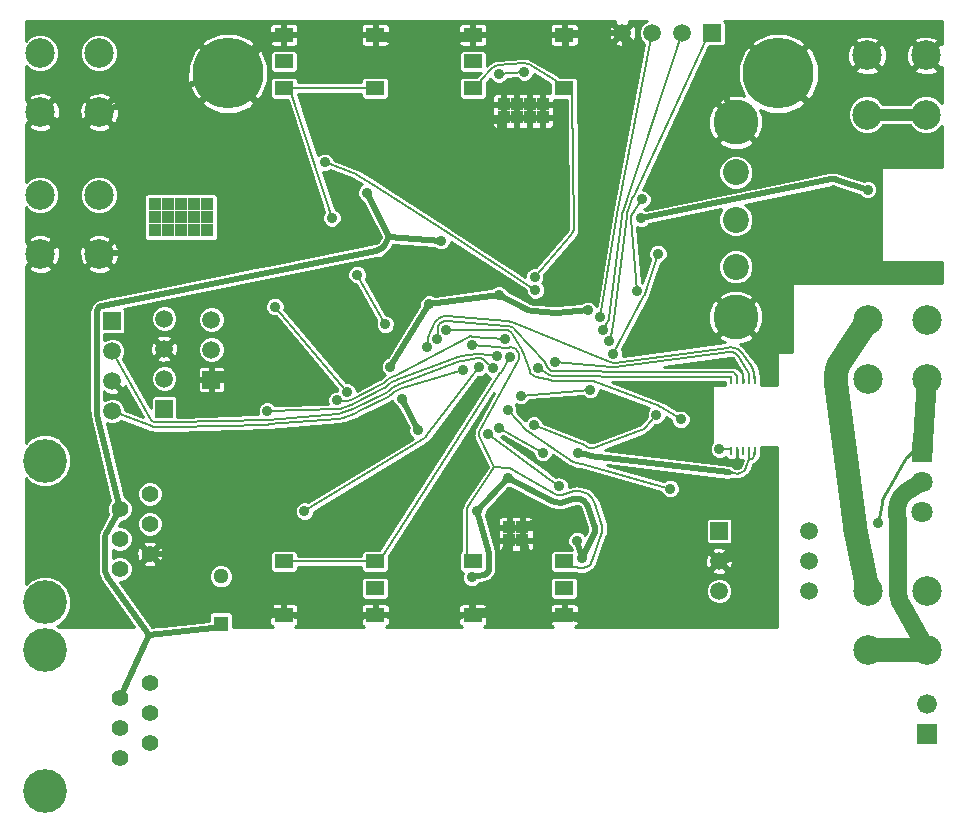
<source format=gtl>
G04 (created by PCBNEW (2013-07-07 BZR 4022)-stable) date 26/11/2014 23:59:09*
%MOIN*%
G04 Gerber Fmt 3.4, Leading zero omitted, Abs format*
%FSLAX34Y34*%
G01*
G70*
G90*
G04 APERTURE LIST*
%ADD10C,0.00590551*%
%ADD11R,0.0709X0.0709*%
%ADD12C,0.0709*%
%ADD13C,0.0866142*%
%ADD14C,0.149606*%
%ADD15R,0.0433071X0.0433071*%
%ADD16C,0.1457*%
%ADD17C,0.0551*%
%ADD18R,0.066X0.066*%
%ADD19C,0.066*%
%ADD20C,0.2362*%
%ADD21R,0.0591X0.0591*%
%ADD22C,0.0591*%
%ADD23R,0.0590551X0.0590551*%
%ADD24C,0.0590551*%
%ADD25R,0.0098X0.03*%
%ADD26R,0.0512X0.0512*%
%ADD27C,0.0512*%
%ADD28R,0.063X0.0472*%
%ADD29C,0.0984252*%
%ADD30C,0.0354331*%
%ADD31C,0.00787402*%
%ADD32C,0.019685*%
%ADD33C,0.0787402*%
%ADD34C,0.0590551*%
%ADD35C,0.0669291*%
%ADD36C,0.00984252*%
%ADD37C,0.0393701*%
G04 APERTURE END LIST*
G54D10*
G54D11*
X94015Y-37582D03*
G54D12*
X94015Y-38582D03*
X94015Y-39582D03*
G54D13*
X87795Y-28267D03*
X87795Y-29842D03*
X87795Y-31417D03*
G54D14*
X87795Y-26594D03*
X87795Y-33090D03*
G54D15*
X69291Y-29763D03*
X69291Y-29330D03*
X69291Y-30196D03*
X68858Y-29763D03*
X68425Y-29763D03*
X68858Y-29330D03*
X68425Y-29330D03*
X68425Y-30196D03*
X68858Y-30196D03*
X70157Y-29330D03*
X69724Y-29330D03*
X70157Y-29763D03*
X69724Y-29763D03*
X70157Y-30196D03*
X69724Y-30196D03*
G54D16*
X64763Y-44173D03*
X64763Y-48897D03*
G54D17*
X68263Y-46285D03*
X67263Y-46785D03*
X68263Y-47285D03*
X67263Y-45785D03*
X68264Y-45285D03*
X67264Y-47785D03*
G54D16*
X64763Y-37874D03*
X64763Y-42598D03*
G54D17*
X68263Y-39986D03*
X67263Y-40486D03*
X68263Y-40986D03*
X67263Y-39486D03*
X68264Y-38986D03*
X67264Y-41486D03*
G54D15*
X80238Y-40102D03*
X80238Y-40535D03*
X80671Y-40102D03*
X80671Y-40535D03*
G54D18*
X94173Y-46996D03*
G54D19*
X94173Y-45996D03*
G54D20*
X89212Y-24960D03*
X70866Y-24960D03*
G54D21*
X87240Y-40220D03*
G54D22*
X87240Y-41220D03*
X87240Y-42220D03*
X90240Y-42220D03*
X90240Y-41220D03*
X90240Y-40220D03*
G54D23*
X68740Y-36145D03*
G54D24*
X68740Y-35145D03*
X68740Y-34145D03*
X68740Y-33145D03*
G54D23*
X87011Y-23622D03*
G54D24*
X86011Y-23622D03*
X85011Y-23622D03*
X84011Y-23622D03*
G54D23*
X70314Y-35173D03*
G54D24*
X70314Y-34173D03*
X70314Y-33173D03*
G54D25*
X88425Y-35196D03*
X88228Y-35196D03*
X88031Y-35196D03*
X87834Y-35196D03*
X87637Y-35196D03*
X87637Y-37558D03*
X87834Y-37558D03*
X88031Y-37558D03*
X88228Y-37558D03*
X88425Y-37558D03*
G54D26*
X70629Y-43306D03*
G54D27*
X70629Y-41732D03*
G54D28*
X75771Y-41235D03*
X75771Y-43015D03*
X72731Y-41235D03*
X72731Y-43015D03*
X75767Y-42125D03*
X82071Y-41235D03*
X82071Y-43015D03*
X79031Y-41235D03*
X79031Y-43015D03*
X82067Y-42125D03*
X72731Y-25456D03*
X72731Y-23676D03*
X75771Y-25456D03*
X75771Y-23676D03*
X72735Y-24566D03*
X79031Y-25456D03*
X79031Y-23676D03*
X82071Y-25456D03*
X82071Y-23676D03*
X79035Y-24566D03*
G54D15*
X80492Y-26437D03*
X80925Y-26437D03*
X80492Y-26003D03*
X80925Y-26003D03*
X80059Y-26437D03*
X80059Y-26003D03*
X81358Y-26437D03*
X81358Y-26003D03*
G54D23*
X67007Y-33224D03*
G54D24*
X67007Y-34224D03*
X67007Y-35224D03*
X67007Y-36224D03*
G54D29*
X92165Y-26338D03*
X94133Y-26338D03*
X94133Y-24370D03*
X92165Y-24370D03*
X66574Y-29015D03*
X64606Y-29015D03*
X64606Y-30984D03*
X66574Y-30984D03*
X92204Y-44173D03*
X94173Y-44173D03*
X94173Y-42204D03*
X92204Y-42204D03*
X92204Y-35157D03*
X94173Y-35157D03*
X94173Y-33188D03*
X92204Y-33188D03*
X66574Y-24291D03*
X64606Y-24291D03*
X64606Y-26259D03*
X66574Y-26259D03*
G54D30*
X82503Y-40543D03*
X82674Y-41124D03*
X78992Y-41767D03*
X79169Y-39539D03*
X80187Y-38468D03*
X76284Y-34743D03*
X77570Y-32661D03*
X79887Y-32352D03*
X82860Y-32865D03*
X76669Y-35818D03*
X77209Y-36863D03*
X82543Y-37627D03*
X75495Y-28941D03*
X77975Y-30543D03*
X72430Y-32745D03*
X74826Y-35583D03*
X85602Y-38812D03*
X80190Y-36171D03*
X74086Y-27930D03*
X81115Y-32186D03*
X76110Y-33337D03*
X75171Y-31674D03*
X74329Y-29779D03*
X81088Y-31754D03*
X80261Y-34406D03*
X78985Y-34033D03*
X73415Y-39562D03*
X79230Y-34762D03*
X81915Y-38728D03*
X79534Y-37000D03*
X81367Y-37604D03*
X79904Y-36774D03*
X85960Y-36499D03*
X78147Y-33512D03*
X77512Y-34102D03*
X81762Y-34603D03*
X77833Y-33812D03*
X81200Y-34792D03*
X92518Y-39948D03*
X79697Y-34790D03*
X78699Y-34843D03*
X72179Y-36219D03*
X79825Y-34371D03*
X74498Y-35865D03*
X80112Y-33831D03*
X82698Y-40145D03*
X82495Y-39539D03*
X78082Y-39469D03*
X78997Y-42300D03*
X81481Y-43302D03*
X81033Y-42655D03*
X70397Y-30707D03*
X79832Y-27884D03*
X75355Y-26743D03*
X77258Y-24111D03*
X91044Y-31020D03*
X81278Y-29347D03*
X91043Y-28885D03*
X75728Y-30496D03*
X75005Y-28632D03*
X71113Y-40884D03*
X87608Y-34594D03*
X87832Y-37972D03*
X71918Y-42170D03*
X81674Y-38151D03*
X82580Y-38306D03*
X81098Y-41474D03*
X84505Y-36555D03*
X83608Y-35998D03*
X83006Y-37120D03*
X76461Y-31927D03*
X76918Y-31041D03*
X82057Y-30124D03*
X75838Y-35030D03*
X78757Y-31807D03*
X81807Y-32549D03*
X82677Y-43228D03*
X83858Y-43228D03*
X85039Y-43228D03*
X86220Y-43228D03*
X87401Y-43228D03*
X88503Y-43228D03*
X88503Y-42125D03*
X86220Y-42125D03*
X85039Y-42125D03*
X86220Y-41023D03*
X88503Y-41023D03*
X85039Y-41023D03*
X88503Y-39842D03*
X86220Y-39763D03*
X84173Y-41732D03*
X84960Y-39763D03*
X88503Y-38818D03*
X86929Y-38582D03*
X83543Y-38661D03*
X84409Y-38976D03*
X84330Y-40551D03*
X79685Y-43228D03*
X78346Y-43228D03*
X77086Y-43228D03*
X75118Y-43228D03*
X73622Y-43228D03*
X71968Y-43228D03*
X68818Y-43228D03*
X67086Y-43228D03*
X65826Y-43228D03*
X65826Y-41889D03*
X69055Y-41889D03*
X70078Y-42362D03*
X71889Y-41023D03*
X69370Y-40157D03*
X64724Y-40944D03*
X65984Y-40314D03*
X64881Y-39370D03*
X66299Y-39055D03*
X66062Y-37874D03*
X67559Y-37716D03*
X69212Y-38582D03*
X69055Y-37322D03*
X64409Y-36062D03*
X65826Y-35196D03*
X64409Y-34251D03*
X64409Y-32992D03*
X67559Y-28110D03*
X65590Y-25275D03*
X65669Y-23543D03*
X68188Y-23543D03*
X68425Y-24960D03*
X69763Y-23543D03*
X72519Y-26771D03*
X70787Y-28188D03*
X72204Y-30944D03*
X73385Y-30078D03*
X73149Y-32204D03*
X74566Y-32204D03*
X68503Y-31653D03*
X74251Y-33858D03*
X75511Y-33779D03*
X71732Y-34960D03*
X73385Y-35748D03*
X70393Y-37401D03*
X70708Y-38740D03*
X74015Y-37007D03*
X75511Y-36929D03*
X72834Y-38425D03*
X74566Y-37952D03*
X74881Y-39606D03*
X75984Y-38818D03*
X77165Y-37952D03*
X74173Y-40314D03*
X73622Y-41889D03*
X74960Y-42283D03*
X77086Y-42204D03*
X78346Y-42204D03*
X77007Y-41181D03*
X75984Y-40157D03*
X77401Y-39842D03*
X78740Y-38031D03*
X78110Y-37007D03*
X84566Y-34015D03*
X85433Y-33779D03*
X86535Y-35905D03*
X85590Y-37322D03*
X85748Y-35590D03*
X86535Y-33779D03*
X85433Y-32519D03*
X82125Y-31811D03*
X82598Y-30787D03*
X81968Y-28897D03*
X83307Y-29212D03*
X83385Y-27952D03*
X83700Y-26535D03*
X82283Y-24566D03*
X83307Y-24566D03*
X83307Y-25590D03*
X84251Y-24566D03*
X84251Y-25590D03*
X87007Y-24645D03*
X89842Y-27007D03*
X88976Y-27716D03*
X86614Y-28661D03*
X86692Y-30236D03*
X90000Y-29448D03*
X90078Y-30708D03*
X88818Y-31574D03*
X86850Y-32125D03*
X87244Y-37495D03*
X79896Y-24994D03*
X80738Y-24926D03*
X85194Y-30975D03*
X83714Y-34315D03*
X82938Y-35504D03*
X80630Y-35707D03*
X81063Y-36689D03*
X85147Y-36346D03*
X84485Y-32217D03*
X84662Y-29168D03*
X83280Y-33084D03*
X83381Y-33509D03*
X83583Y-33895D03*
X92185Y-28838D03*
X84642Y-29797D03*
G54D31*
X88237Y-37820D02*
X88237Y-37820D01*
X88348Y-37811D02*
X88371Y-37780D01*
X88273Y-37833D02*
X88348Y-37811D01*
X88237Y-37820D02*
X88273Y-37833D01*
X88407Y-37732D02*
X88371Y-37780D01*
X88415Y-37715D02*
X88415Y-37708D01*
X88411Y-37727D02*
X88415Y-37715D01*
X88407Y-37732D02*
X88411Y-37727D01*
X88415Y-37669D02*
X88415Y-37708D01*
X88425Y-37558D02*
X88415Y-37669D01*
G54D32*
X80791Y-32817D02*
X79887Y-32352D01*
X80995Y-32889D02*
X81068Y-32894D01*
X80855Y-32850D02*
X80995Y-32889D01*
X80791Y-32817D02*
X80855Y-32850D01*
X81780Y-32941D02*
X81068Y-32894D01*
X81822Y-32942D02*
X81836Y-32941D01*
X81794Y-32942D02*
X81822Y-32942D01*
X81780Y-32941D02*
X81794Y-32942D01*
X82860Y-32865D02*
X81836Y-32941D01*
X79555Y-40942D02*
X79169Y-39539D01*
X79558Y-40956D02*
X79555Y-40942D01*
X79562Y-40985D02*
X79558Y-40956D01*
X79562Y-41000D02*
X79562Y-40985D01*
X79562Y-41471D02*
X79562Y-41000D01*
X79562Y-41509D02*
X79562Y-41471D01*
X79537Y-41579D02*
X79562Y-41509D01*
X79490Y-41637D02*
X79537Y-41579D01*
X79427Y-41676D02*
X79490Y-41637D01*
X79390Y-41683D02*
X79427Y-41676D01*
X78992Y-41767D02*
X79390Y-41683D01*
X80187Y-38468D02*
X79169Y-39539D01*
X76284Y-34743D02*
X77570Y-32661D01*
X83054Y-40312D02*
X82674Y-41124D01*
X83095Y-40091D02*
X83071Y-40019D01*
X83087Y-40243D02*
X83095Y-40091D01*
X83054Y-40312D02*
X83087Y-40243D01*
X82868Y-39414D02*
X83071Y-40019D01*
X82453Y-39140D02*
X82380Y-39163D01*
X82606Y-39154D02*
X82453Y-39140D01*
X82743Y-39224D02*
X82606Y-39154D01*
X82843Y-39341D02*
X82743Y-39224D01*
X82868Y-39414D02*
X82843Y-39341D01*
X82076Y-39256D02*
X82380Y-39163D01*
X81974Y-39287D02*
X82076Y-39256D01*
X81760Y-39268D02*
X81974Y-39287D01*
X81665Y-39220D02*
X81760Y-39268D01*
X80187Y-38468D02*
X81665Y-39220D01*
X77209Y-36863D02*
X76669Y-35818D01*
X82887Y-37698D02*
X82543Y-37627D01*
X82923Y-37704D02*
X82936Y-37706D01*
X82899Y-37700D02*
X82923Y-37704D01*
X82887Y-37698D02*
X82899Y-37700D01*
X87566Y-38262D02*
X82936Y-37706D01*
X77570Y-32661D02*
X79887Y-32352D01*
G54D31*
X88218Y-37669D02*
X88228Y-37558D01*
X88218Y-37708D02*
X88218Y-37669D01*
X88221Y-37751D02*
X88225Y-37764D01*
X88218Y-37723D02*
X88221Y-37751D01*
X88218Y-37708D02*
X88218Y-37723D01*
X88237Y-37820D02*
X88225Y-37764D01*
X87771Y-38301D02*
X87566Y-38262D01*
X88130Y-38136D02*
X88149Y-38079D01*
X88054Y-38230D02*
X88130Y-38136D01*
X87949Y-38291D02*
X88054Y-38230D01*
X87830Y-38312D02*
X87949Y-38291D01*
X87771Y-38301D02*
X87830Y-38312D01*
X88237Y-37820D02*
X88149Y-38079D01*
G54D32*
X82503Y-40543D02*
X82674Y-41124D01*
G54D31*
X87705Y-38288D02*
X87580Y-38320D01*
X87705Y-38288D02*
X87600Y-38214D01*
G54D32*
X76056Y-30714D02*
X76241Y-30435D01*
X76012Y-30779D02*
X76056Y-30714D01*
X75882Y-30867D02*
X76012Y-30779D01*
X75805Y-30882D02*
X75882Y-30867D01*
X66669Y-32716D02*
X75805Y-30882D01*
X66496Y-32891D02*
X66496Y-32929D01*
X66521Y-32821D02*
X66496Y-32891D01*
X66568Y-32762D02*
X66521Y-32821D01*
X66633Y-32724D02*
X66568Y-32762D01*
X66669Y-32716D02*
X66633Y-32724D01*
X66496Y-36224D02*
X66496Y-32929D01*
X66503Y-36314D02*
X66510Y-36343D01*
X66496Y-36254D02*
X66503Y-36314D01*
X66496Y-36224D02*
X66496Y-36254D01*
X67263Y-39486D02*
X66510Y-36343D01*
X75495Y-28941D02*
X76241Y-30435D01*
X70364Y-43464D02*
X68223Y-43673D01*
X70366Y-43464D02*
X70364Y-43464D01*
X70371Y-43464D02*
X70366Y-43464D01*
X70373Y-43464D02*
X70371Y-43464D01*
X70472Y-43464D02*
X70373Y-43464D01*
X70629Y-43306D02*
X70472Y-43464D01*
X66835Y-40244D02*
X67263Y-39486D01*
X66771Y-40422D02*
X66771Y-40486D01*
X66804Y-40299D02*
X66771Y-40422D01*
X66835Y-40244D02*
X66804Y-40299D01*
X66772Y-41486D02*
X66771Y-40486D01*
X66819Y-41709D02*
X66864Y-41772D01*
X66772Y-41563D02*
X66819Y-41709D01*
X66772Y-41486D02*
X66772Y-41563D01*
X68223Y-43673D02*
X66864Y-41772D01*
X77975Y-30543D02*
X76241Y-30435D01*
X67263Y-45785D02*
X68223Y-43673D01*
G54D31*
X72430Y-32745D02*
X74826Y-35583D01*
X80845Y-36888D02*
X80190Y-36171D01*
X80885Y-36925D02*
X80899Y-36935D01*
X80857Y-36902D02*
X80885Y-36925D01*
X80845Y-36888D02*
X80857Y-36902D01*
X82358Y-37905D02*
X80899Y-36935D01*
X82464Y-37954D02*
X82502Y-37959D01*
X82391Y-37927D02*
X82464Y-37954D01*
X82358Y-37905D02*
X82391Y-37927D01*
X82621Y-37973D02*
X82502Y-37959D01*
X82633Y-37975D02*
X82621Y-37973D01*
X82659Y-37980D02*
X82633Y-37975D01*
X82671Y-37984D02*
X82659Y-37980D01*
X85602Y-38812D02*
X82671Y-37984D01*
X78157Y-30262D02*
X81115Y-32186D01*
X78157Y-30262D02*
X78157Y-30262D01*
X75677Y-28660D02*
X78157Y-30262D01*
X75673Y-28658D02*
X75677Y-28660D01*
X75183Y-28349D02*
X75673Y-28658D01*
X75138Y-28325D02*
X75122Y-28319D01*
X75169Y-28340D02*
X75138Y-28325D01*
X75183Y-28349D02*
X75169Y-28340D01*
X74086Y-27930D02*
X75122Y-28319D01*
X73007Y-25653D02*
X72731Y-25456D01*
X73007Y-25692D02*
X73007Y-25653D01*
X73008Y-25702D02*
X73009Y-25705D01*
X73007Y-25696D02*
X73008Y-25702D01*
X73007Y-25692D02*
X73007Y-25696D01*
X74329Y-29779D02*
X73009Y-25705D01*
X76110Y-33337D02*
X75171Y-31674D01*
X75496Y-25456D02*
X75771Y-25456D01*
X75456Y-25456D02*
X75496Y-25456D01*
X73046Y-25456D02*
X75456Y-25456D01*
X73007Y-25456D02*
X73046Y-25456D01*
X72731Y-25456D02*
X73007Y-25456D01*
X82346Y-25653D02*
X82071Y-25456D01*
X82346Y-25692D02*
X82346Y-25653D01*
X82346Y-25693D02*
X82346Y-25692D01*
X82392Y-30120D02*
X82346Y-25693D01*
X82393Y-30182D02*
X82392Y-30120D01*
X82350Y-30296D02*
X82393Y-30182D01*
X82310Y-30343D02*
X82350Y-30296D01*
X81088Y-31754D02*
X82310Y-30343D01*
X81795Y-25260D02*
X82071Y-25456D01*
X81795Y-25220D02*
X81795Y-25260D01*
X81785Y-25192D02*
X81775Y-25186D01*
X81795Y-25210D02*
X81785Y-25192D01*
X81795Y-25220D02*
X81795Y-25210D01*
X80886Y-24670D02*
X81775Y-25186D01*
X80759Y-24627D02*
X80714Y-24631D01*
X80847Y-24647D02*
X80759Y-24627D01*
X80886Y-24670D02*
X80847Y-24647D01*
X79872Y-24699D02*
X80714Y-24631D01*
X79715Y-24754D02*
X79677Y-24796D01*
X79816Y-24704D02*
X79715Y-24754D01*
X79872Y-24699D02*
X79816Y-24704D01*
X79317Y-25194D02*
X79677Y-24796D01*
X79306Y-25213D02*
X79306Y-25220D01*
X79312Y-25199D02*
X79306Y-25213D01*
X79317Y-25194D02*
X79312Y-25199D01*
X79306Y-25260D02*
X79306Y-25220D01*
X79031Y-25456D02*
X79306Y-25260D01*
X79952Y-34938D02*
X80261Y-34406D01*
X79945Y-34950D02*
X79952Y-34938D01*
X76053Y-40978D02*
X79945Y-34950D01*
X76047Y-40994D02*
X76047Y-41000D01*
X76050Y-40983D02*
X76047Y-40994D01*
X76053Y-40978D02*
X76050Y-40983D01*
X76047Y-41039D02*
X76047Y-41000D01*
X75771Y-41235D02*
X76047Y-41039D01*
X75496Y-41235D02*
X75771Y-41235D01*
X75456Y-41235D02*
X75496Y-41235D01*
X73046Y-41235D02*
X75456Y-41235D01*
X73007Y-41235D02*
X73046Y-41235D01*
X72731Y-41235D02*
X73007Y-41235D01*
X79840Y-34076D02*
X78985Y-34033D01*
X79853Y-34077D02*
X79840Y-34076D01*
X79879Y-34080D02*
X79853Y-34077D01*
X79892Y-34083D02*
X79879Y-34080D01*
X80045Y-34119D02*
X79892Y-34083D01*
X80129Y-34127D02*
X80157Y-34123D01*
X80073Y-34125D02*
X80129Y-34127D01*
X80045Y-34119D02*
X80073Y-34125D01*
X80216Y-34114D02*
X80157Y-34123D01*
X80300Y-34101D02*
X80216Y-34114D01*
X80455Y-34167D02*
X80300Y-34101D01*
X80551Y-34304D02*
X80455Y-34167D01*
X80561Y-34472D02*
X80551Y-34304D01*
X80522Y-34546D02*
X80561Y-34472D01*
X79274Y-36859D02*
X80522Y-34546D01*
X79237Y-37065D02*
X79268Y-37129D01*
X79240Y-36922D02*
X79237Y-37065D01*
X79274Y-36859D02*
X79240Y-36922D01*
X79740Y-38100D02*
X79268Y-37129D01*
X78834Y-41039D02*
X79031Y-41235D01*
X78834Y-41000D02*
X78834Y-41039D01*
X78834Y-39539D02*
X78834Y-41000D01*
X78834Y-39489D02*
X78834Y-39539D01*
X78864Y-39392D02*
X78834Y-39489D01*
X78892Y-39351D02*
X78864Y-39392D01*
X79740Y-38100D02*
X78892Y-39351D01*
X80211Y-38134D02*
X79740Y-38100D01*
X80248Y-38137D02*
X80211Y-38134D01*
X80320Y-38159D02*
X80248Y-38137D01*
X80353Y-38177D02*
X80320Y-38159D01*
X81768Y-38985D02*
X80353Y-38177D01*
X81943Y-39029D02*
X82001Y-39011D01*
X81822Y-39015D02*
X81943Y-39029D01*
X81768Y-38985D02*
X81822Y-39015D01*
X82305Y-38918D02*
X82001Y-39011D01*
X82386Y-38893D02*
X82305Y-38918D01*
X82553Y-38887D02*
X82386Y-38893D01*
X82717Y-38923D02*
X82553Y-38887D01*
X82867Y-39000D02*
X82717Y-38923D01*
X82991Y-39113D02*
X82867Y-39000D01*
X83084Y-39253D02*
X82991Y-39113D01*
X83110Y-39333D02*
X83084Y-39253D01*
X83314Y-39938D02*
X83110Y-39333D01*
X83349Y-40043D02*
X83314Y-39938D01*
X83346Y-40265D02*
X83349Y-40043D01*
X83307Y-40369D02*
X83346Y-40265D01*
X82992Y-41223D02*
X83307Y-40369D01*
X82979Y-41256D02*
X82992Y-41223D01*
X82979Y-41256D02*
X82979Y-41256D01*
X82958Y-41305D02*
X82979Y-41256D01*
X82889Y-41384D02*
X82958Y-41305D01*
X82798Y-41437D02*
X82889Y-41384D01*
X82696Y-41460D02*
X82798Y-41437D01*
X82643Y-41456D02*
X82696Y-41460D01*
X82389Y-41432D02*
X82643Y-41456D01*
X82386Y-41432D02*
X82389Y-41432D01*
X82346Y-41432D02*
X82386Y-41432D01*
X82071Y-41235D02*
X82346Y-41432D01*
X77475Y-37065D02*
X79230Y-34762D01*
X77456Y-37090D02*
X77475Y-37065D01*
X77409Y-37132D02*
X77456Y-37090D01*
X77383Y-37148D02*
X77409Y-37132D01*
X73415Y-39562D02*
X77383Y-37148D01*
X81477Y-38421D02*
X79534Y-37000D01*
X81477Y-38421D02*
X81482Y-38425D01*
X81915Y-38728D02*
X81482Y-38425D01*
X81367Y-37604D02*
X79904Y-36774D01*
G54D33*
X94173Y-44173D02*
X92204Y-44173D01*
G54D34*
X93565Y-38865D02*
X94015Y-38582D01*
X93164Y-39516D02*
X93170Y-39630D01*
X93211Y-39295D02*
X93164Y-39516D01*
X93315Y-39093D02*
X93211Y-39295D01*
X93469Y-38925D02*
X93315Y-39093D01*
X93565Y-38865D02*
X93469Y-38925D01*
X93186Y-39910D02*
X93170Y-39630D01*
X93187Y-39947D02*
X93186Y-39910D01*
X93188Y-42204D02*
X93187Y-39947D01*
X93188Y-42204D02*
X93188Y-42204D01*
X93256Y-42584D02*
X93320Y-42696D01*
X93188Y-42334D02*
X93256Y-42584D01*
X93188Y-42204D02*
X93188Y-42334D01*
X94173Y-44173D02*
X93320Y-42696D01*
G54D31*
X80115Y-33536D02*
X78147Y-33512D01*
X80193Y-33537D02*
X80115Y-33536D01*
X80329Y-33616D02*
X80193Y-33537D01*
X80368Y-33683D02*
X80329Y-33616D01*
X80654Y-34179D02*
X80368Y-33683D01*
X80664Y-34196D02*
X80654Y-34179D01*
X80680Y-34232D02*
X80664Y-34196D01*
X80687Y-34250D02*
X80680Y-34232D01*
X80923Y-34894D02*
X80687Y-34250D01*
X81058Y-35062D02*
X81131Y-35079D01*
X80948Y-34963D02*
X81058Y-35062D01*
X80923Y-34894D02*
X80948Y-34963D01*
X81619Y-35197D02*
X81131Y-35079D01*
X81728Y-35214D02*
X81765Y-35214D01*
X81655Y-35206D02*
X81728Y-35214D01*
X81619Y-35197D02*
X81655Y-35206D01*
X82937Y-35209D02*
X81765Y-35214D01*
X82965Y-35208D02*
X82937Y-35209D01*
X83018Y-35218D02*
X82965Y-35208D01*
X83044Y-35228D02*
X83018Y-35218D01*
X85252Y-36070D02*
X83044Y-35228D01*
X85265Y-36075D02*
X85252Y-36070D01*
X85290Y-36087D02*
X85265Y-36075D01*
X85302Y-36094D02*
X85290Y-36087D01*
X85960Y-36499D02*
X85302Y-36094D01*
X77538Y-33786D02*
X77512Y-34102D01*
X77541Y-33761D02*
X77538Y-33786D01*
X77554Y-33710D02*
X77541Y-33761D01*
X77565Y-33686D02*
X77554Y-33710D01*
X77737Y-33320D02*
X77565Y-33686D01*
X77766Y-33257D02*
X77737Y-33320D01*
X77860Y-33155D02*
X77766Y-33257D01*
X77980Y-33085D02*
X77860Y-33155D01*
X78115Y-33055D02*
X77980Y-33085D01*
X78184Y-33060D02*
X78115Y-33055D01*
X80162Y-33222D02*
X78184Y-33060D01*
X80208Y-33226D02*
X80162Y-33222D01*
X80299Y-33248D02*
X80208Y-33226D01*
X80341Y-33265D02*
X80299Y-33248D01*
X83603Y-34588D02*
X80341Y-33265D01*
X83715Y-34613D02*
X83753Y-34608D01*
X83639Y-34603D02*
X83715Y-34613D01*
X83603Y-34588D02*
X83639Y-34603D01*
X87543Y-34106D02*
X83753Y-34608D01*
X87607Y-34097D02*
X87543Y-34106D01*
X87735Y-34114D02*
X87607Y-34097D01*
X87854Y-34163D02*
X87735Y-34114D01*
X87957Y-34241D02*
X87854Y-34163D01*
X87996Y-34292D02*
X87957Y-34241D01*
X88282Y-34659D02*
X87996Y-34292D01*
X88347Y-34742D02*
X88282Y-34659D01*
X88415Y-34941D02*
X88347Y-34742D01*
X88415Y-35046D02*
X88415Y-34941D01*
X88415Y-35086D02*
X88415Y-35046D01*
X88425Y-35196D02*
X88415Y-35086D01*
X83676Y-34766D02*
X81762Y-34603D01*
X83750Y-34767D02*
X83774Y-34764D01*
X83700Y-34768D02*
X83750Y-34767D01*
X83676Y-34766D02*
X83700Y-34768D01*
X87564Y-34262D02*
X83774Y-34764D01*
X87611Y-34256D02*
X87564Y-34262D01*
X87704Y-34270D02*
X87611Y-34256D01*
X87790Y-34310D02*
X87704Y-34270D01*
X87862Y-34371D02*
X87790Y-34310D01*
X87888Y-34411D02*
X87862Y-34371D01*
X88148Y-34810D02*
X87888Y-34411D01*
X88183Y-34863D02*
X88148Y-34810D01*
X88218Y-34983D02*
X88183Y-34863D01*
X88218Y-35046D02*
X88218Y-34983D01*
X88218Y-35086D02*
X88218Y-35046D01*
X88228Y-35196D02*
X88218Y-35086D01*
X77852Y-33494D02*
X77833Y-33812D01*
X77856Y-33435D02*
X77852Y-33494D01*
X77909Y-33328D02*
X77856Y-33435D01*
X77999Y-33250D02*
X77909Y-33328D01*
X78112Y-33213D02*
X77999Y-33250D01*
X78171Y-33217D02*
X78112Y-33213D01*
X80149Y-33379D02*
X78171Y-33217D01*
X80235Y-33387D02*
X80149Y-33379D01*
X80389Y-33463D02*
X80235Y-33387D01*
X80447Y-33526D02*
X80389Y-33463D01*
X81418Y-34593D02*
X80447Y-33526D01*
X81435Y-34612D02*
X81418Y-34593D01*
X81462Y-34653D02*
X81435Y-34612D01*
X81472Y-34676D02*
X81462Y-34653D01*
X81490Y-34719D02*
X81472Y-34676D01*
X81720Y-34899D02*
X81763Y-34899D01*
X81636Y-34874D02*
X81720Y-34899D01*
X81563Y-34826D02*
X81636Y-34874D01*
X81507Y-34759D02*
X81563Y-34826D01*
X81490Y-34719D02*
X81507Y-34759D01*
X82936Y-34893D02*
X81763Y-34899D01*
X82965Y-34894D02*
X82936Y-34893D01*
X83688Y-34925D02*
X82965Y-34894D01*
X83688Y-34925D02*
X83714Y-34925D01*
X87588Y-34928D02*
X83714Y-34925D01*
X87593Y-34928D02*
X87588Y-34928D01*
X87594Y-34928D02*
X87593Y-34928D01*
X87594Y-34928D02*
X87610Y-34929D01*
X87685Y-34928D02*
X87610Y-34929D01*
X87713Y-34928D02*
X87685Y-34928D01*
X87763Y-34953D02*
X87713Y-34928D01*
X87780Y-34975D02*
X87763Y-34953D01*
X87816Y-35023D02*
X87780Y-34975D01*
X87820Y-35028D02*
X87816Y-35023D01*
X87824Y-35040D02*
X87820Y-35028D01*
X87824Y-35046D02*
X87824Y-35040D01*
X87824Y-35086D02*
X87824Y-35046D01*
X87834Y-35196D02*
X87824Y-35086D01*
X81527Y-34990D02*
X81200Y-34792D01*
X81701Y-35056D02*
X81764Y-35056D01*
X81580Y-35023D02*
X81701Y-35056D01*
X81527Y-34990D02*
X81580Y-35023D01*
X82936Y-35051D02*
X81764Y-35056D01*
X82958Y-35051D02*
X82936Y-35051D01*
X83681Y-35082D02*
X82958Y-35051D01*
X83681Y-35082D02*
X83714Y-35083D01*
X87588Y-35086D02*
X83714Y-35083D01*
X87588Y-35086D02*
X87588Y-35086D01*
X87627Y-35086D02*
X87588Y-35086D01*
X87637Y-35196D02*
X87627Y-35086D01*
G54D35*
X94036Y-37205D02*
X94173Y-35157D01*
X94036Y-37205D02*
X94035Y-37228D01*
X94035Y-37562D02*
X94035Y-37228D01*
X94015Y-37582D02*
X94035Y-37562D01*
G54D36*
X93710Y-37602D02*
X94015Y-37582D01*
X93661Y-37602D02*
X93710Y-37602D01*
X93494Y-37756D02*
X93661Y-37602D01*
X93458Y-37796D02*
X93449Y-37812D01*
X93481Y-37768D02*
X93458Y-37796D01*
X93494Y-37756D02*
X93481Y-37768D01*
X92820Y-38877D02*
X93449Y-37812D01*
X92681Y-39183D02*
X92658Y-39292D01*
X92763Y-38973D02*
X92681Y-39183D01*
X92820Y-38877D02*
X92763Y-38973D01*
X92518Y-39948D02*
X92658Y-39292D01*
G54D31*
X79429Y-34544D02*
X79697Y-34790D01*
X79251Y-34460D02*
X79185Y-34470D01*
X79380Y-34499D02*
X79251Y-34460D01*
X79429Y-34544D02*
X79380Y-34499D01*
X78654Y-34551D02*
X79185Y-34470D01*
X78609Y-34561D02*
X78595Y-34566D01*
X78639Y-34553D02*
X78609Y-34561D01*
X78654Y-34551D02*
X78639Y-34553D01*
X76514Y-35351D02*
X78595Y-34566D01*
X76504Y-35355D02*
X76514Y-35351D01*
X76376Y-35420D02*
X76340Y-35452D01*
X76458Y-35371D02*
X76376Y-35420D01*
X76504Y-35355D02*
X76458Y-35371D01*
X76273Y-35513D02*
X76340Y-35452D01*
X76240Y-35542D02*
X76273Y-35513D01*
X76169Y-35591D02*
X76240Y-35542D01*
X76130Y-35610D02*
X76169Y-35591D01*
X75101Y-36128D02*
X76130Y-35610D01*
X75083Y-36137D02*
X75101Y-36128D01*
X75047Y-36153D02*
X75083Y-36137D01*
X75028Y-36159D02*
X75047Y-36153D01*
X74648Y-36293D02*
X75028Y-36159D01*
X74621Y-36302D02*
X74648Y-36293D01*
X74564Y-36314D02*
X74621Y-36302D01*
X74536Y-36317D02*
X74564Y-36314D01*
X72204Y-36513D02*
X74536Y-36317D01*
X72187Y-36514D02*
X72204Y-36513D01*
X69039Y-36598D02*
X72187Y-36514D01*
X69035Y-36598D02*
X69039Y-36598D01*
X68444Y-36598D02*
X69035Y-36598D01*
X68402Y-36598D02*
X68444Y-36598D01*
X68328Y-36555D02*
X68402Y-36598D01*
X68307Y-36518D02*
X68328Y-36555D01*
X67007Y-34224D02*
X68307Y-36518D01*
X76571Y-35498D02*
X78699Y-34843D01*
X76473Y-35545D02*
X76446Y-35569D01*
X76536Y-35509D02*
X76473Y-35545D01*
X76571Y-35498D02*
X76536Y-35509D01*
X76378Y-35630D02*
X76446Y-35569D01*
X76337Y-35667D02*
X76378Y-35630D01*
X76249Y-35727D02*
X76337Y-35667D01*
X76201Y-35751D02*
X76249Y-35727D01*
X75171Y-36269D02*
X76201Y-35751D01*
X75149Y-36280D02*
X75171Y-36269D01*
X75103Y-36300D02*
X75149Y-36280D01*
X75081Y-36308D02*
X75103Y-36300D01*
X74700Y-36441D02*
X75081Y-36308D01*
X74663Y-36454D02*
X74700Y-36441D01*
X74587Y-36471D02*
X74663Y-36454D01*
X74549Y-36474D02*
X74587Y-36471D01*
X72217Y-36670D02*
X74549Y-36474D01*
X72191Y-36672D02*
X72217Y-36670D01*
X69043Y-36755D02*
X72191Y-36672D01*
X69035Y-36756D02*
X69043Y-36755D01*
X68444Y-36756D02*
X69035Y-36756D01*
X68415Y-36756D02*
X68444Y-36756D01*
X68358Y-36745D02*
X68415Y-36756D01*
X68331Y-36735D02*
X68358Y-36745D01*
X67007Y-36224D02*
X68331Y-36735D01*
X79279Y-34312D02*
X79825Y-34371D01*
X79191Y-34310D02*
X79161Y-34314D01*
X79250Y-34309D02*
X79191Y-34310D01*
X79279Y-34312D02*
X79250Y-34309D01*
X78631Y-34395D02*
X79161Y-34314D01*
X78561Y-34411D02*
X78539Y-34419D01*
X78607Y-34399D02*
X78561Y-34411D01*
X78631Y-34395D02*
X78607Y-34399D01*
X76458Y-35203D02*
X78539Y-34419D01*
X76450Y-35206D02*
X76458Y-35203D01*
X76282Y-35292D02*
X76235Y-35335D01*
X76390Y-35228D02*
X76282Y-35292D01*
X76450Y-35206D02*
X76390Y-35228D01*
X76167Y-35396D02*
X76235Y-35335D01*
X76142Y-35418D02*
X76167Y-35396D01*
X76088Y-35455D02*
X76142Y-35418D01*
X76059Y-35469D02*
X76088Y-35455D01*
X75030Y-35987D02*
X76059Y-35469D01*
X75017Y-35994D02*
X75030Y-35987D01*
X74990Y-36005D02*
X75017Y-35994D01*
X74976Y-36010D02*
X74990Y-36005D01*
X74595Y-36144D02*
X74976Y-36010D01*
X74573Y-36152D02*
X74595Y-36144D01*
X74528Y-36160D02*
X74573Y-36152D01*
X74505Y-36160D02*
X74528Y-36160D01*
X72179Y-36219D02*
X74505Y-36160D01*
X79009Y-33739D02*
X80112Y-33831D01*
X78884Y-33752D02*
X78847Y-33772D01*
X78967Y-33735D02*
X78884Y-33752D01*
X79009Y-33739D02*
X78967Y-33735D01*
X76440Y-35039D02*
X78847Y-33772D01*
X76430Y-35044D02*
X76440Y-35039D01*
X76408Y-35054D02*
X76430Y-35044D01*
X76397Y-35058D02*
X76408Y-35054D01*
X76397Y-35058D02*
X76397Y-35058D01*
X76188Y-35165D02*
X76129Y-35218D01*
X76323Y-35084D02*
X76188Y-35165D01*
X76397Y-35058D02*
X76323Y-35084D01*
X76062Y-35278D02*
X76129Y-35218D01*
X76045Y-35294D02*
X76062Y-35278D01*
X76008Y-35319D02*
X76045Y-35294D01*
X75988Y-35329D02*
X76008Y-35319D01*
X74959Y-35847D02*
X75988Y-35329D01*
X74925Y-35863D02*
X74959Y-35847D01*
X74852Y-35879D02*
X74925Y-35863D01*
X74814Y-35878D02*
X74852Y-35879D01*
X74498Y-35865D02*
X74814Y-35878D01*
G54D32*
X79665Y-42836D02*
X79685Y-43228D01*
X79665Y-42836D02*
X81033Y-42655D01*
X71889Y-41023D02*
X71113Y-40884D01*
X87165Y-38740D02*
X88503Y-38818D01*
X86929Y-38582D02*
X87165Y-38740D01*
X88503Y-38818D02*
X88503Y-39842D01*
X88503Y-39842D02*
X87240Y-41220D01*
X88503Y-41023D02*
X87240Y-41220D01*
X88503Y-42125D02*
X88503Y-41023D01*
X88503Y-43228D02*
X88503Y-42125D01*
X87401Y-43228D02*
X88503Y-43228D01*
X83858Y-43228D02*
X82677Y-43228D01*
X83858Y-43228D02*
X85039Y-43228D01*
X82071Y-43015D02*
X82677Y-43228D01*
X86609Y-36457D02*
X86535Y-35905D01*
X86229Y-37164D02*
X86609Y-36457D01*
X85590Y-37322D02*
X86229Y-37164D01*
X85748Y-35590D02*
X86535Y-35905D01*
X88976Y-27716D02*
X89842Y-27007D01*
X87795Y-26594D02*
X87007Y-24645D01*
X87795Y-26594D02*
X88976Y-27716D01*
X90000Y-29448D02*
X90078Y-30708D01*
X90078Y-30708D02*
X91044Y-31020D01*
X88818Y-31574D02*
X90078Y-30708D01*
X86692Y-30236D02*
X86850Y-32125D01*
X85433Y-33779D02*
X85433Y-32519D01*
X85433Y-33779D02*
X86535Y-33779D01*
X85433Y-33779D02*
X84566Y-34015D01*
X81807Y-32549D02*
X82125Y-31811D01*
X82125Y-31811D02*
X82598Y-30787D01*
X83307Y-29212D02*
X83385Y-27952D01*
X83307Y-29212D02*
X82598Y-30787D01*
X81278Y-29347D02*
X81968Y-28897D01*
X83307Y-25590D02*
X83700Y-26535D01*
X83307Y-25590D02*
X84251Y-25590D01*
X84251Y-24566D02*
X84011Y-23622D01*
X83307Y-24566D02*
X84251Y-24566D01*
X83307Y-24566D02*
X83307Y-25590D01*
X82283Y-24566D02*
X82071Y-23676D01*
X70787Y-28188D02*
X72519Y-26771D01*
X64409Y-34251D02*
X64409Y-32992D01*
X64421Y-35367D02*
X64409Y-34251D01*
X64421Y-35367D02*
X64409Y-36062D01*
X65826Y-35196D02*
X64421Y-35367D01*
X74566Y-32204D02*
X73149Y-32204D01*
X75511Y-33779D02*
X74251Y-33858D01*
X75511Y-33779D02*
X75838Y-35030D01*
X70511Y-34976D02*
X70314Y-35173D01*
X70610Y-34976D02*
X70511Y-34976D01*
X71732Y-34960D02*
X70610Y-34976D01*
X73385Y-35748D02*
X71732Y-34960D01*
X78740Y-38031D02*
X78082Y-39469D01*
X73622Y-43228D02*
X75118Y-43228D01*
X75555Y-43015D02*
X75771Y-43015D01*
X75456Y-43015D02*
X75555Y-43015D01*
X75118Y-43228D02*
X75456Y-43015D01*
X77086Y-43228D02*
X78346Y-43228D01*
X78814Y-43015D02*
X79031Y-43015D01*
X78716Y-43015D02*
X78814Y-43015D01*
X78346Y-43228D02*
X78716Y-43015D01*
X81674Y-38151D02*
X82580Y-38306D01*
X81854Y-43153D02*
X82071Y-43015D01*
X81756Y-43153D02*
X81854Y-43153D01*
X81717Y-43160D02*
X81705Y-43167D01*
X81742Y-43153D02*
X81717Y-43160D01*
X81756Y-43153D02*
X81742Y-43153D01*
X81481Y-43302D02*
X81705Y-43167D01*
X78757Y-31807D02*
X76918Y-31041D01*
X83608Y-35998D02*
X83006Y-37120D01*
X76086Y-43015D02*
X77086Y-43228D01*
X75988Y-43015D02*
X76086Y-43015D01*
X75771Y-43015D02*
X75988Y-43015D01*
X79838Y-26555D02*
X75355Y-26743D01*
X79842Y-26555D02*
X79838Y-26555D01*
X79940Y-26555D02*
X79842Y-26555D01*
X80059Y-26437D02*
X79940Y-26555D01*
X66574Y-26259D02*
X70866Y-24960D01*
X65590Y-26828D02*
X65590Y-30415D01*
X82495Y-39539D02*
X82698Y-40145D01*
X79619Y-41927D02*
X78997Y-42300D01*
X79824Y-41723D02*
X79854Y-41628D01*
X79703Y-41877D02*
X79824Y-41723D01*
X79619Y-41927D02*
X79703Y-41877D01*
X80115Y-40780D02*
X79854Y-41628D01*
X80120Y-40758D02*
X80120Y-40751D01*
X80117Y-40773D02*
X80120Y-40758D01*
X80115Y-40780D02*
X80117Y-40773D01*
X80120Y-40653D02*
X80120Y-40751D01*
X80238Y-40535D02*
X80120Y-40653D01*
X76461Y-31927D02*
X76918Y-31041D01*
X66574Y-30984D02*
X65590Y-30415D01*
G54D31*
X87832Y-37708D02*
X87832Y-37972D01*
X87832Y-37669D02*
X87832Y-37708D01*
X87834Y-37558D02*
X87832Y-37669D01*
G54D32*
X70397Y-30707D02*
X66574Y-30984D01*
X75555Y-23676D02*
X75771Y-23676D01*
X75456Y-23676D02*
X75555Y-23676D01*
X73046Y-23676D02*
X75456Y-23676D01*
X72948Y-23676D02*
X73046Y-23676D01*
X72731Y-23676D02*
X72948Y-23676D01*
X75115Y-29043D02*
X75005Y-28632D01*
X75127Y-29082D02*
X75133Y-29095D01*
X75118Y-29056D02*
X75127Y-29082D01*
X75115Y-29043D02*
X75118Y-29056D01*
X75728Y-30496D02*
X75133Y-29095D01*
X81854Y-23676D02*
X82071Y-23676D01*
X81756Y-23676D02*
X81854Y-23676D01*
X79346Y-23676D02*
X81756Y-23676D01*
X79247Y-23676D02*
X79346Y-23676D01*
X79031Y-23676D02*
X79247Y-23676D01*
X64606Y-30984D02*
X65590Y-30415D01*
X82057Y-30124D02*
X81278Y-29347D01*
G54D31*
X87875Y-34794D02*
X87608Y-34594D01*
X87893Y-34807D02*
X87875Y-34794D01*
X87924Y-34838D02*
X87893Y-34807D01*
X87937Y-34856D02*
X87924Y-34838D01*
X87973Y-34903D02*
X87937Y-34856D01*
X87997Y-34934D02*
X87973Y-34903D01*
X88021Y-35008D02*
X87997Y-34934D01*
X88021Y-35046D02*
X88021Y-35008D01*
X88021Y-35086D02*
X88021Y-35046D01*
X88031Y-35196D02*
X88021Y-35086D01*
G54D32*
X81133Y-32580D02*
X81807Y-32549D01*
X81073Y-32582D02*
X81133Y-32580D01*
X80958Y-32552D02*
X81073Y-32582D01*
X80908Y-32521D02*
X80958Y-32552D01*
X80095Y-32017D02*
X80908Y-32521D01*
X79980Y-31967D02*
X79938Y-31961D01*
X80059Y-31995D02*
X79980Y-31967D01*
X80095Y-32017D02*
X80059Y-31995D01*
X78757Y-31807D02*
X79938Y-31961D01*
X78814Y-23814D02*
X79031Y-23676D01*
X78716Y-23814D02*
X78814Y-23814D01*
X78701Y-23815D02*
X78696Y-23816D01*
X78711Y-23814D02*
X78701Y-23815D01*
X78716Y-23814D02*
X78711Y-23814D01*
X77258Y-24111D02*
X78696Y-23816D01*
X79359Y-42877D02*
X79665Y-42836D01*
X79355Y-42877D02*
X79359Y-42877D01*
X79349Y-42878D02*
X79355Y-42877D01*
X79346Y-42878D02*
X79349Y-42878D01*
X79247Y-42878D02*
X79346Y-42878D01*
X79031Y-43015D02*
X79247Y-42878D01*
X76504Y-33325D02*
X76461Y-31927D01*
X76505Y-33374D02*
X76504Y-33325D01*
X76484Y-33470D02*
X76505Y-33374D01*
X76462Y-33514D02*
X76484Y-33470D01*
X75933Y-34566D02*
X76462Y-33514D01*
X75901Y-34649D02*
X75896Y-34678D01*
X75919Y-34592D02*
X75901Y-34649D01*
X75933Y-34566D02*
X75919Y-34592D01*
X75838Y-35030D02*
X75896Y-34678D01*
X84505Y-36555D02*
X83608Y-35998D01*
X64606Y-26259D02*
X65590Y-26828D01*
X80789Y-39983D02*
X80671Y-40102D01*
X80887Y-39983D02*
X80789Y-39983D01*
X80907Y-39982D02*
X80914Y-39980D01*
X80894Y-39983D02*
X80907Y-39982D01*
X80887Y-39983D02*
X80894Y-39983D01*
X82495Y-39539D02*
X80914Y-39980D01*
X72515Y-42878D02*
X72731Y-43015D01*
X72416Y-42878D02*
X72515Y-42878D01*
X72391Y-42878D02*
X72416Y-42878D01*
X72347Y-42853D02*
X72391Y-42878D01*
X72333Y-42832D02*
X72347Y-42853D01*
X71918Y-42170D02*
X72333Y-42832D01*
X91044Y-31020D02*
X91043Y-28885D01*
X73046Y-43015D02*
X73622Y-43228D01*
X72948Y-43015D02*
X73046Y-43015D01*
X72731Y-43015D02*
X72948Y-43015D01*
X81278Y-29347D02*
X79832Y-27884D01*
X78997Y-42878D02*
X79031Y-43015D01*
X78997Y-42780D02*
X78997Y-42878D01*
X78997Y-42300D02*
X78997Y-42780D01*
X72515Y-23814D02*
X72731Y-23676D01*
X72416Y-23814D02*
X72515Y-23814D01*
X72370Y-23824D02*
X72357Y-23834D01*
X72400Y-23814D02*
X72370Y-23824D01*
X72416Y-23814D02*
X72400Y-23814D01*
X70866Y-24960D02*
X72357Y-23834D01*
X82386Y-23622D02*
X84011Y-23622D01*
X82287Y-23622D02*
X82386Y-23622D01*
X82071Y-23676D02*
X82287Y-23622D01*
X71113Y-40884D02*
X68263Y-40986D01*
X75988Y-23814D02*
X75771Y-23676D01*
X76086Y-23814D02*
X75988Y-23814D01*
X76093Y-23814D02*
X76086Y-23814D01*
X76105Y-23816D02*
X76093Y-23814D01*
X76111Y-23817D02*
X76105Y-23816D01*
X77258Y-24111D02*
X76111Y-23817D01*
X66574Y-26259D02*
X65590Y-26828D01*
X80789Y-40751D02*
X80671Y-40535D01*
X80793Y-40781D02*
X80797Y-40791D01*
X80789Y-40761D02*
X80793Y-40781D01*
X80789Y-40751D02*
X80789Y-40761D01*
X81098Y-41474D02*
X80797Y-40791D01*
X79940Y-26555D02*
X80059Y-26437D01*
X79940Y-26653D02*
X79940Y-26555D01*
X79940Y-26655D02*
X79940Y-26653D01*
X79940Y-26659D02*
X79940Y-26655D01*
X79940Y-26662D02*
X79940Y-26659D01*
X79832Y-27884D02*
X79940Y-26662D01*
G54D33*
X91300Y-34562D02*
X92204Y-33188D01*
X91118Y-35203D02*
X91131Y-35298D01*
X91127Y-35008D02*
X91118Y-35203D01*
X91171Y-34820D02*
X91127Y-35008D01*
X91247Y-34642D02*
X91171Y-34820D01*
X91300Y-34562D02*
X91247Y-34642D01*
X91756Y-40048D02*
X91131Y-35298D01*
X91763Y-40091D02*
X91766Y-40105D01*
X91758Y-40063D02*
X91763Y-40091D01*
X91756Y-40048D02*
X91758Y-40063D01*
X92204Y-42204D02*
X91766Y-40105D01*
G54D31*
X87588Y-37495D02*
X87244Y-37495D01*
X87627Y-37495D02*
X87588Y-37495D01*
X87637Y-37558D02*
X87627Y-37495D01*
X79896Y-24994D02*
X80738Y-24926D01*
G54D37*
X94133Y-26338D02*
X92165Y-26338D01*
G54D31*
X84747Y-32354D02*
X83714Y-34315D01*
X84762Y-32319D02*
X84766Y-32307D01*
X84753Y-32343D02*
X84762Y-32319D01*
X84747Y-32354D02*
X84753Y-32343D01*
X85194Y-30975D02*
X84766Y-32307D01*
X82938Y-35504D02*
X80630Y-35707D01*
X84364Y-29611D02*
X84662Y-29168D01*
X84304Y-29766D02*
X84309Y-29822D01*
X84333Y-29657D02*
X84304Y-29766D01*
X84364Y-29611D02*
X84333Y-29657D01*
X84485Y-32217D02*
X84309Y-29822D01*
X84752Y-36780D02*
X85147Y-36346D01*
X84726Y-36809D02*
X84752Y-36780D01*
X84660Y-36854D02*
X84726Y-36809D01*
X84623Y-36868D02*
X84660Y-36854D01*
X83124Y-37433D02*
X84623Y-36868D01*
X83055Y-37459D02*
X83124Y-37433D01*
X82906Y-37447D02*
X83055Y-37459D01*
X82842Y-37411D02*
X82906Y-37447D01*
X82708Y-37335D02*
X82842Y-37411D01*
X82676Y-37319D02*
X82665Y-37315D01*
X82697Y-37330D02*
X82676Y-37319D01*
X82708Y-37335D02*
X82697Y-37330D01*
X81063Y-36689D02*
X82665Y-37315D01*
X83849Y-29644D02*
X85011Y-23622D01*
X83849Y-29644D02*
X83845Y-29665D01*
X83280Y-33084D02*
X83845Y-29665D01*
X84026Y-29592D02*
X86011Y-23622D01*
X84001Y-29685D02*
X83997Y-29717D01*
X84016Y-29622D02*
X84001Y-29685D01*
X84026Y-29592D02*
X84016Y-29622D01*
X83573Y-33121D02*
X83997Y-29717D01*
X83570Y-33149D02*
X83573Y-33121D01*
X83552Y-33203D02*
X83570Y-33149D01*
X83538Y-33228D02*
X83552Y-33203D01*
X83381Y-33509D02*
X83538Y-33228D01*
X86755Y-23877D02*
X87011Y-23622D01*
X86755Y-23917D02*
X86755Y-23877D01*
X86755Y-23921D02*
X86755Y-23917D01*
X86754Y-23929D02*
X86755Y-23921D01*
X86752Y-23933D02*
X86754Y-23929D01*
X84393Y-29044D02*
X86752Y-23933D01*
X84386Y-29061D02*
X84384Y-29067D01*
X84391Y-29050D02*
X84386Y-29061D01*
X84393Y-29044D02*
X84391Y-29050D01*
X84180Y-29629D02*
X84384Y-29067D01*
X84157Y-29708D02*
X84154Y-29736D01*
X84170Y-29655D02*
X84157Y-29708D01*
X84180Y-29629D02*
X84170Y-29655D01*
X83730Y-33140D02*
X84154Y-29736D01*
X83729Y-33145D02*
X83730Y-33140D01*
X83674Y-33549D02*
X83729Y-33145D01*
X83673Y-33558D02*
X83674Y-33549D01*
X83669Y-33577D02*
X83673Y-33558D01*
X83666Y-33587D02*
X83669Y-33577D01*
X83583Y-33895D02*
X83666Y-33587D01*
G54D32*
X90964Y-28500D02*
X84642Y-29797D01*
X91014Y-28490D02*
X90964Y-28500D01*
X91115Y-28495D02*
X91014Y-28490D01*
X91163Y-28510D02*
X91115Y-28495D01*
X92185Y-28838D02*
X91163Y-28510D01*
G54D10*
G36*
X68035Y-36420D02*
X67450Y-36194D01*
X67450Y-36136D01*
X67383Y-35973D01*
X67259Y-35849D01*
X67096Y-35781D01*
X66920Y-35781D01*
X66757Y-35848D01*
X66742Y-35863D01*
X66742Y-35562D01*
X66773Y-35633D01*
X66947Y-35692D01*
X67131Y-35679D01*
X67242Y-35633D01*
X67273Y-35562D01*
X67007Y-35296D01*
X67002Y-35301D01*
X66930Y-35229D01*
X66936Y-35224D01*
X66930Y-35218D01*
X67002Y-35147D01*
X67007Y-35152D01*
X67013Y-35147D01*
X67085Y-35218D01*
X67079Y-35224D01*
X67345Y-35490D01*
X67417Y-35458D01*
X67444Y-35376D01*
X68035Y-36420D01*
X68035Y-36420D01*
G37*
G54D36*
X68035Y-36420D02*
X67450Y-36194D01*
X67450Y-36136D01*
X67383Y-35973D01*
X67259Y-35849D01*
X67096Y-35781D01*
X66920Y-35781D01*
X66757Y-35848D01*
X66742Y-35863D01*
X66742Y-35562D01*
X66773Y-35633D01*
X66947Y-35692D01*
X67131Y-35679D01*
X67242Y-35633D01*
X67273Y-35562D01*
X67007Y-35296D01*
X67002Y-35301D01*
X66930Y-35229D01*
X66936Y-35224D01*
X66930Y-35218D01*
X67002Y-35147D01*
X67007Y-35152D01*
X67013Y-35147D01*
X67085Y-35218D01*
X67079Y-35224D01*
X67345Y-35490D01*
X67417Y-35458D01*
X67444Y-35376D01*
X68035Y-36420D01*
G54D10*
G36*
X84837Y-23214D02*
X84761Y-23246D01*
X84636Y-23370D01*
X84568Y-23533D01*
X84568Y-23709D01*
X84636Y-23872D01*
X84749Y-23985D01*
X84479Y-25385D01*
X84479Y-23682D01*
X84467Y-23498D01*
X84421Y-23387D01*
X84349Y-23356D01*
X84083Y-23622D01*
X84349Y-23887D01*
X84421Y-23856D01*
X84479Y-23682D01*
X84479Y-25385D01*
X84277Y-26433D01*
X84277Y-23959D01*
X84011Y-23693D01*
X83939Y-23765D01*
X83939Y-23622D01*
X83674Y-23356D01*
X83602Y-23387D01*
X83543Y-23561D01*
X83556Y-23745D01*
X83602Y-23856D01*
X83674Y-23887D01*
X83939Y-23622D01*
X83939Y-23765D01*
X83745Y-23959D01*
X83777Y-24031D01*
X83951Y-24089D01*
X84135Y-24077D01*
X84246Y-24031D01*
X84277Y-23959D01*
X84277Y-26433D01*
X83666Y-29609D01*
X83666Y-29610D01*
X83665Y-29611D01*
X83661Y-29632D01*
X83661Y-29634D01*
X83661Y-29635D01*
X83151Y-32718D01*
X83135Y-32681D01*
X83044Y-32589D01*
X82925Y-32540D01*
X82796Y-32540D01*
X82676Y-32589D01*
X82630Y-32635D01*
X81818Y-32696D01*
X81818Y-32696D01*
X81813Y-32696D01*
X81802Y-32696D01*
X81800Y-32696D01*
X81797Y-32695D01*
X81084Y-32648D01*
X81084Y-32648D01*
X81036Y-32645D01*
X80945Y-32619D01*
X80905Y-32599D01*
X80904Y-32597D01*
X80188Y-32230D01*
X80163Y-32168D01*
X80071Y-32077D01*
X79952Y-32027D01*
X79823Y-32027D01*
X79703Y-32076D01*
X79644Y-32136D01*
X77756Y-32387D01*
X77754Y-32385D01*
X77635Y-32336D01*
X77506Y-32336D01*
X77386Y-32385D01*
X77295Y-32476D01*
X77245Y-32596D01*
X77245Y-32719D01*
X76435Y-34031D01*
X76435Y-33273D01*
X76386Y-33153D01*
X76294Y-33062D01*
X76175Y-33012D01*
X76142Y-33012D01*
X75464Y-31814D01*
X75495Y-31739D01*
X75495Y-31610D01*
X75446Y-31491D01*
X75355Y-31399D01*
X75235Y-31350D01*
X75106Y-31350D01*
X74987Y-31399D01*
X74895Y-31490D01*
X74846Y-31610D01*
X74846Y-31739D01*
X74895Y-31858D01*
X74986Y-31950D01*
X75106Y-31999D01*
X75139Y-31999D01*
X75817Y-33196D01*
X75785Y-33272D01*
X75785Y-33401D01*
X75835Y-33521D01*
X75926Y-33612D01*
X76045Y-33662D01*
X76174Y-33662D01*
X76294Y-33612D01*
X76385Y-33521D01*
X76435Y-33402D01*
X76435Y-33273D01*
X76435Y-34031D01*
X76188Y-34431D01*
X76101Y-34467D01*
X76009Y-34558D01*
X75960Y-34678D01*
X75960Y-34807D01*
X76009Y-34926D01*
X76089Y-35007D01*
X76079Y-35017D01*
X76063Y-35026D01*
X76004Y-35078D01*
X76004Y-35079D01*
X75937Y-35139D01*
X75937Y-35139D01*
X75929Y-35146D01*
X75913Y-35157D01*
X75904Y-35162D01*
X75904Y-35162D01*
X75151Y-35541D01*
X75151Y-35518D01*
X75102Y-35399D01*
X75010Y-35307D01*
X74891Y-35258D01*
X74799Y-35258D01*
X72747Y-32830D01*
X72755Y-32810D01*
X72755Y-32681D01*
X72706Y-32561D01*
X72615Y-32470D01*
X72495Y-32420D01*
X72366Y-32420D01*
X72247Y-32469D01*
X72155Y-32561D01*
X72106Y-32680D01*
X72105Y-32809D01*
X72155Y-32929D01*
X72246Y-33020D01*
X72365Y-33070D01*
X72460Y-33070D01*
X74510Y-35496D01*
X74501Y-35518D01*
X74501Y-35540D01*
X74433Y-35540D01*
X74314Y-35590D01*
X74222Y-35681D01*
X74173Y-35800D01*
X74173Y-35929D01*
X74195Y-35983D01*
X72445Y-36025D01*
X72364Y-35944D01*
X72244Y-35894D01*
X72115Y-35894D01*
X71996Y-35943D01*
X71904Y-36035D01*
X71855Y-36154D01*
X71855Y-36283D01*
X71877Y-36337D01*
X70777Y-36365D01*
X70777Y-35501D01*
X70777Y-34844D01*
X70757Y-34797D01*
X70757Y-34085D01*
X70757Y-33085D01*
X70690Y-32922D01*
X70566Y-32797D01*
X70403Y-32730D01*
X70227Y-32730D01*
X70064Y-32797D01*
X69939Y-32922D01*
X69872Y-33084D01*
X69871Y-33260D01*
X69939Y-33423D01*
X70063Y-33548D01*
X70226Y-33616D01*
X70402Y-33616D01*
X70565Y-33548D01*
X70690Y-33424D01*
X70757Y-33261D01*
X70757Y-33085D01*
X70757Y-34085D01*
X70690Y-33922D01*
X70566Y-33797D01*
X70403Y-33730D01*
X70227Y-33730D01*
X70064Y-33797D01*
X69939Y-33922D01*
X69872Y-34084D01*
X69871Y-34260D01*
X69939Y-34423D01*
X70063Y-34548D01*
X70226Y-34616D01*
X70402Y-34616D01*
X70565Y-34548D01*
X70690Y-34424D01*
X70757Y-34261D01*
X70757Y-34085D01*
X70757Y-34797D01*
X70752Y-34783D01*
X70705Y-34736D01*
X70643Y-34710D01*
X70577Y-34710D01*
X70407Y-34710D01*
X70365Y-34752D01*
X70365Y-35122D01*
X70735Y-35122D01*
X70777Y-35080D01*
X70777Y-34844D01*
X70777Y-35501D01*
X70777Y-35265D01*
X70735Y-35224D01*
X70365Y-35224D01*
X70365Y-35593D01*
X70407Y-35635D01*
X70577Y-35635D01*
X70643Y-35635D01*
X70705Y-35610D01*
X70752Y-35563D01*
X70777Y-35501D01*
X70777Y-36365D01*
X70264Y-36379D01*
X70264Y-35593D01*
X70264Y-35224D01*
X70264Y-35122D01*
X70264Y-34752D01*
X70222Y-34710D01*
X70052Y-34710D01*
X69986Y-34710D01*
X69924Y-34736D01*
X69877Y-34783D01*
X69852Y-34844D01*
X69852Y-35080D01*
X69894Y-35122D01*
X70264Y-35122D01*
X70264Y-35224D01*
X69894Y-35224D01*
X69852Y-35265D01*
X69852Y-35501D01*
X69877Y-35563D01*
X69924Y-35610D01*
X69986Y-35635D01*
X70052Y-35635D01*
X70222Y-35635D01*
X70264Y-35593D01*
X70264Y-36379D01*
X69207Y-36406D01*
X69207Y-34205D01*
X69195Y-34022D01*
X69183Y-33992D01*
X69183Y-33057D01*
X69115Y-32895D01*
X68991Y-32770D01*
X68828Y-32702D01*
X68652Y-32702D01*
X68489Y-32769D01*
X68364Y-32894D01*
X68297Y-33057D01*
X68297Y-33233D01*
X68364Y-33396D01*
X68488Y-33520D01*
X68651Y-33588D01*
X68827Y-33588D01*
X68990Y-33521D01*
X69115Y-33396D01*
X69182Y-33234D01*
X69183Y-33057D01*
X69183Y-33992D01*
X69149Y-33911D01*
X69077Y-33879D01*
X69006Y-33951D01*
X69006Y-33807D01*
X68974Y-33736D01*
X68800Y-33677D01*
X68616Y-33690D01*
X68505Y-33736D01*
X68474Y-33807D01*
X68740Y-34073D01*
X69006Y-33807D01*
X69006Y-33951D01*
X68811Y-34145D01*
X69077Y-34411D01*
X69149Y-34380D01*
X69207Y-34205D01*
X69207Y-36406D01*
X69183Y-36407D01*
X69183Y-35057D01*
X69115Y-34895D01*
X69006Y-34785D01*
X69006Y-34483D01*
X68740Y-34217D01*
X68668Y-34289D01*
X68668Y-34145D01*
X68402Y-33879D01*
X68330Y-33911D01*
X68272Y-34085D01*
X68284Y-34269D01*
X68330Y-34380D01*
X68402Y-34411D01*
X68668Y-34145D01*
X68668Y-34289D01*
X68474Y-34483D01*
X68505Y-34554D01*
X68680Y-34613D01*
X68863Y-34600D01*
X68974Y-34554D01*
X69006Y-34483D01*
X69006Y-34785D01*
X68991Y-34770D01*
X68828Y-34702D01*
X68652Y-34702D01*
X68489Y-34769D01*
X68364Y-34894D01*
X68297Y-35057D01*
X68297Y-35233D01*
X68364Y-35396D01*
X68488Y-35520D01*
X68651Y-35588D01*
X68827Y-35588D01*
X68990Y-35521D01*
X69115Y-35396D01*
X69182Y-35234D01*
X69183Y-35057D01*
X69183Y-36407D01*
X69183Y-36407D01*
X69183Y-35821D01*
X69160Y-35766D01*
X69119Y-35725D01*
X69064Y-35702D01*
X69006Y-35702D01*
X68415Y-35702D01*
X68361Y-35725D01*
X68319Y-35766D01*
X68297Y-35820D01*
X68297Y-35879D01*
X68297Y-36123D01*
X67371Y-34487D01*
X67383Y-34475D01*
X67450Y-34312D01*
X67450Y-34136D01*
X67383Y-33973D01*
X67259Y-33849D01*
X67096Y-33781D01*
X66920Y-33781D01*
X66757Y-33848D01*
X66742Y-33863D01*
X66742Y-33667D01*
X67332Y-33667D01*
X67386Y-33644D01*
X67428Y-33603D01*
X67450Y-33549D01*
X67450Y-33490D01*
X67450Y-32899D01*
X67428Y-32845D01*
X67402Y-32820D01*
X75813Y-31124D01*
X75854Y-31124D01*
X75931Y-31108D01*
X75931Y-31108D01*
X76019Y-31071D01*
X76149Y-30984D01*
X76217Y-30916D01*
X76217Y-30916D01*
X76261Y-30850D01*
X76261Y-30850D01*
X76261Y-30850D01*
X76367Y-30689D01*
X77749Y-30776D01*
X77791Y-30818D01*
X77910Y-30867D01*
X78039Y-30867D01*
X78159Y-30818D01*
X78250Y-30727D01*
X78300Y-30608D01*
X78300Y-30578D01*
X80790Y-32202D01*
X80790Y-32251D01*
X80840Y-32370D01*
X80931Y-32462D01*
X81050Y-32511D01*
X81179Y-32511D01*
X81299Y-32462D01*
X81390Y-32371D01*
X81440Y-32251D01*
X81440Y-32122D01*
X81391Y-32003D01*
X81345Y-31957D01*
X81364Y-31938D01*
X81413Y-31819D01*
X81413Y-31690D01*
X81406Y-31673D01*
X82452Y-30466D01*
X82453Y-30464D01*
X82492Y-30419D01*
X82508Y-30390D01*
X82526Y-30361D01*
X82566Y-30251D01*
X82566Y-30251D01*
X82566Y-30251D01*
X82568Y-30246D01*
X82573Y-30217D01*
X82580Y-30180D01*
X82579Y-30122D01*
X82580Y-30118D01*
X82553Y-27574D01*
X82553Y-23879D01*
X82553Y-23474D01*
X82553Y-23407D01*
X82527Y-23346D01*
X82480Y-23298D01*
X82419Y-23273D01*
X82163Y-23273D01*
X82121Y-23315D01*
X82121Y-23626D01*
X82511Y-23626D01*
X82553Y-23584D01*
X82553Y-23474D01*
X82553Y-23879D01*
X82553Y-23769D01*
X82511Y-23727D01*
X82121Y-23727D01*
X82121Y-24038D01*
X82163Y-24080D01*
X82419Y-24080D01*
X82480Y-24054D01*
X82527Y-24007D01*
X82553Y-23946D01*
X82553Y-23879D01*
X82553Y-27574D01*
X82533Y-25692D01*
X82533Y-25692D01*
X82533Y-25663D01*
X82533Y-25191D01*
X82511Y-25137D01*
X82469Y-25095D01*
X82415Y-25073D01*
X82356Y-25073D01*
X82020Y-25073D01*
X82020Y-24038D01*
X82020Y-23727D01*
X82020Y-23626D01*
X82020Y-23315D01*
X81978Y-23273D01*
X81723Y-23273D01*
X81661Y-23298D01*
X81614Y-23346D01*
X81588Y-23407D01*
X81588Y-23474D01*
X81588Y-23584D01*
X81630Y-23626D01*
X82020Y-23626D01*
X82020Y-23727D01*
X81630Y-23727D01*
X81588Y-23769D01*
X81588Y-23879D01*
X81588Y-23946D01*
X81614Y-24007D01*
X81661Y-24054D01*
X81723Y-24080D01*
X81978Y-24080D01*
X82020Y-24038D01*
X82020Y-25073D01*
X81927Y-25073D01*
X81915Y-25062D01*
X81898Y-25043D01*
X81887Y-25038D01*
X81878Y-25030D01*
X81873Y-25027D01*
X81870Y-25024D01*
X80980Y-24508D01*
X80980Y-24508D01*
X80941Y-24486D01*
X80915Y-24477D01*
X80888Y-24465D01*
X80800Y-24445D01*
X80772Y-24444D01*
X80744Y-24441D01*
X80699Y-24445D01*
X80696Y-24446D01*
X79857Y-24513D01*
X79857Y-24513D01*
X79801Y-24518D01*
X79762Y-24529D01*
X79734Y-24536D01*
X79731Y-24537D01*
X79731Y-24537D01*
X79731Y-24538D01*
X79633Y-24586D01*
X79603Y-24608D01*
X79577Y-24628D01*
X79575Y-24630D01*
X79575Y-24630D01*
X79575Y-24630D01*
X79539Y-24670D01*
X79538Y-24672D01*
X79513Y-24699D01*
X79513Y-23879D01*
X79513Y-23474D01*
X79513Y-23407D01*
X79487Y-23346D01*
X79440Y-23298D01*
X79379Y-23273D01*
X79123Y-23273D01*
X79081Y-23315D01*
X79081Y-23626D01*
X79471Y-23626D01*
X79513Y-23584D01*
X79513Y-23474D01*
X79513Y-23879D01*
X79513Y-23769D01*
X79471Y-23727D01*
X79081Y-23727D01*
X79081Y-24038D01*
X79123Y-24080D01*
X79379Y-24080D01*
X79440Y-24054D01*
X79487Y-24007D01*
X79513Y-23946D01*
X79513Y-23879D01*
X79513Y-24699D01*
X79497Y-24716D01*
X79497Y-24301D01*
X79475Y-24247D01*
X79433Y-24205D01*
X79379Y-24183D01*
X79320Y-24183D01*
X78980Y-24183D01*
X78980Y-24038D01*
X78980Y-23727D01*
X78980Y-23626D01*
X78980Y-23315D01*
X78938Y-23273D01*
X78683Y-23273D01*
X78621Y-23298D01*
X78574Y-23346D01*
X78548Y-23407D01*
X78548Y-23474D01*
X78548Y-23584D01*
X78590Y-23626D01*
X78980Y-23626D01*
X78980Y-23727D01*
X78590Y-23727D01*
X78548Y-23769D01*
X78548Y-23879D01*
X78548Y-23946D01*
X78574Y-24007D01*
X78621Y-24054D01*
X78683Y-24080D01*
X78938Y-24080D01*
X78980Y-24038D01*
X78980Y-24183D01*
X78690Y-24183D01*
X78636Y-24205D01*
X78595Y-24247D01*
X78572Y-24301D01*
X78572Y-24360D01*
X78572Y-24832D01*
X78594Y-24886D01*
X78636Y-24928D01*
X78690Y-24950D01*
X78749Y-24950D01*
X79285Y-24950D01*
X79178Y-25068D01*
X79178Y-25069D01*
X79178Y-25069D01*
X79174Y-25073D01*
X78686Y-25073D01*
X78632Y-25095D01*
X78591Y-25137D01*
X78568Y-25191D01*
X78568Y-25250D01*
X78568Y-25722D01*
X78590Y-25776D01*
X78632Y-25818D01*
X78686Y-25840D01*
X78745Y-25840D01*
X79375Y-25840D01*
X79429Y-25818D01*
X79471Y-25776D01*
X79493Y-25722D01*
X79493Y-25663D01*
X79493Y-25277D01*
X79609Y-25150D01*
X79621Y-25178D01*
X79712Y-25269D01*
X79831Y-25319D01*
X79961Y-25319D01*
X80080Y-25269D01*
X80172Y-25178D01*
X80180Y-25159D01*
X80487Y-25134D01*
X80554Y-25201D01*
X80673Y-25250D01*
X80802Y-25250D01*
X80922Y-25201D01*
X81013Y-25110D01*
X81063Y-24990D01*
X81063Y-24988D01*
X81608Y-25305D01*
X81608Y-25620D01*
X81607Y-25620D01*
X81450Y-25620D01*
X81409Y-25661D01*
X81409Y-25953D01*
X81700Y-25953D01*
X81742Y-25911D01*
X81742Y-25840D01*
X81785Y-25840D01*
X82161Y-25840D01*
X82206Y-30119D01*
X82205Y-30122D01*
X82205Y-30149D01*
X82187Y-30200D01*
X82169Y-30221D01*
X82168Y-30222D01*
X81742Y-30714D01*
X81742Y-26620D01*
X81742Y-26253D01*
X81742Y-26220D01*
X81742Y-26187D01*
X81742Y-26096D01*
X81700Y-26054D01*
X81611Y-26054D01*
X81607Y-26053D01*
X81450Y-26053D01*
X81449Y-26054D01*
X81409Y-26054D01*
X81409Y-26094D01*
X81409Y-26345D01*
X81409Y-26386D01*
X81449Y-26386D01*
X81450Y-26387D01*
X81607Y-26387D01*
X81611Y-26386D01*
X81700Y-26386D01*
X81742Y-26344D01*
X81742Y-26253D01*
X81742Y-26620D01*
X81742Y-26529D01*
X81700Y-26487D01*
X81409Y-26487D01*
X81409Y-26779D01*
X81450Y-26820D01*
X81607Y-26820D01*
X81669Y-26795D01*
X81716Y-26748D01*
X81742Y-26686D01*
X81742Y-26620D01*
X81742Y-30714D01*
X81309Y-31214D01*
X81309Y-26620D01*
X81309Y-26253D01*
X81309Y-26220D01*
X81309Y-26187D01*
X81309Y-25820D01*
X81309Y-25753D01*
X81307Y-25750D01*
X81307Y-25661D01*
X81265Y-25620D01*
X81174Y-25620D01*
X81174Y-25620D01*
X81141Y-25620D01*
X81108Y-25620D01*
X81108Y-25620D01*
X81017Y-25620D01*
X80975Y-25661D01*
X80975Y-25750D01*
X80974Y-25753D01*
X80974Y-25820D01*
X80974Y-25911D01*
X80975Y-25912D01*
X80975Y-25953D01*
X81016Y-25953D01*
X81267Y-25953D01*
X81307Y-25953D01*
X81307Y-25912D01*
X81309Y-25911D01*
X81309Y-25820D01*
X81309Y-26187D01*
X81309Y-26096D01*
X81307Y-26094D01*
X81307Y-26054D01*
X81267Y-26054D01*
X81265Y-26053D01*
X81174Y-26053D01*
X81174Y-26053D01*
X81141Y-26053D01*
X81108Y-26053D01*
X81108Y-26053D01*
X81017Y-26053D01*
X81016Y-26054D01*
X80975Y-26054D01*
X80975Y-26094D01*
X80974Y-26096D01*
X80974Y-26187D01*
X80974Y-26220D01*
X80974Y-26253D01*
X80974Y-26344D01*
X80975Y-26345D01*
X80975Y-26386D01*
X81016Y-26386D01*
X81017Y-26387D01*
X81108Y-26387D01*
X81108Y-26387D01*
X81141Y-26387D01*
X81174Y-26387D01*
X81174Y-26387D01*
X81265Y-26387D01*
X81267Y-26386D01*
X81307Y-26386D01*
X81307Y-26345D01*
X81309Y-26344D01*
X81309Y-26253D01*
X81309Y-26620D01*
X81309Y-26529D01*
X81307Y-26528D01*
X81307Y-26487D01*
X81267Y-26487D01*
X81016Y-26487D01*
X80975Y-26487D01*
X80975Y-26528D01*
X80974Y-26529D01*
X80974Y-26620D01*
X80974Y-26686D01*
X80975Y-26690D01*
X80975Y-26779D01*
X81017Y-26820D01*
X81108Y-26820D01*
X81108Y-26820D01*
X81141Y-26820D01*
X81174Y-26820D01*
X81174Y-26820D01*
X81265Y-26820D01*
X81307Y-26779D01*
X81307Y-26690D01*
X81309Y-26686D01*
X81309Y-26620D01*
X81309Y-31214D01*
X81122Y-31429D01*
X81024Y-31429D01*
X80905Y-31479D01*
X80876Y-31508D01*
X80876Y-26620D01*
X80876Y-26253D01*
X80875Y-26220D01*
X80876Y-26187D01*
X80876Y-25820D01*
X80875Y-25753D01*
X80874Y-25750D01*
X80874Y-25661D01*
X80832Y-25620D01*
X80741Y-25620D01*
X80741Y-25620D01*
X80708Y-25620D01*
X80675Y-25620D01*
X80675Y-25620D01*
X80584Y-25620D01*
X80542Y-25661D01*
X80542Y-25750D01*
X80541Y-25753D01*
X80541Y-25820D01*
X80541Y-25911D01*
X80542Y-25912D01*
X80542Y-25953D01*
X80583Y-25953D01*
X80834Y-25953D01*
X80874Y-25953D01*
X80874Y-25912D01*
X80875Y-25911D01*
X80876Y-25820D01*
X80876Y-26187D01*
X80875Y-26096D01*
X80874Y-26094D01*
X80874Y-26054D01*
X80834Y-26054D01*
X80832Y-26053D01*
X80741Y-26053D01*
X80741Y-26053D01*
X80708Y-26053D01*
X80675Y-26053D01*
X80675Y-26053D01*
X80584Y-26053D01*
X80583Y-26054D01*
X80542Y-26054D01*
X80542Y-26094D01*
X80541Y-26096D01*
X80541Y-26187D01*
X80541Y-26220D01*
X80541Y-26253D01*
X80541Y-26344D01*
X80542Y-26345D01*
X80542Y-26386D01*
X80583Y-26386D01*
X80584Y-26387D01*
X80675Y-26387D01*
X80675Y-26387D01*
X80708Y-26387D01*
X80741Y-26387D01*
X80741Y-26387D01*
X80832Y-26387D01*
X80834Y-26386D01*
X80874Y-26386D01*
X80874Y-26345D01*
X80875Y-26344D01*
X80876Y-26253D01*
X80876Y-26620D01*
X80875Y-26529D01*
X80874Y-26528D01*
X80874Y-26487D01*
X80834Y-26487D01*
X80583Y-26487D01*
X80542Y-26487D01*
X80542Y-26528D01*
X80541Y-26529D01*
X80541Y-26620D01*
X80541Y-26686D01*
X80542Y-26690D01*
X80542Y-26779D01*
X80584Y-26820D01*
X80675Y-26820D01*
X80675Y-26820D01*
X80708Y-26820D01*
X80741Y-26820D01*
X80741Y-26820D01*
X80832Y-26820D01*
X80874Y-26779D01*
X80874Y-26690D01*
X80875Y-26686D01*
X80876Y-26620D01*
X80876Y-31508D01*
X80813Y-31570D01*
X80764Y-31689D01*
X80764Y-31738D01*
X80442Y-31528D01*
X80442Y-26620D01*
X80442Y-26253D01*
X80442Y-26220D01*
X80442Y-26187D01*
X80442Y-25820D01*
X80442Y-25753D01*
X80441Y-25750D01*
X80441Y-25661D01*
X80399Y-25620D01*
X80308Y-25620D01*
X80308Y-25620D01*
X80275Y-25620D01*
X80242Y-25620D01*
X80242Y-25620D01*
X80151Y-25620D01*
X80109Y-25661D01*
X80109Y-25750D01*
X80108Y-25753D01*
X80108Y-25820D01*
X80108Y-25911D01*
X80109Y-25912D01*
X80109Y-25953D01*
X80150Y-25953D01*
X80401Y-25953D01*
X80441Y-25953D01*
X80441Y-25912D01*
X80442Y-25911D01*
X80442Y-25820D01*
X80442Y-26187D01*
X80442Y-26096D01*
X80441Y-26094D01*
X80441Y-26054D01*
X80401Y-26054D01*
X80399Y-26053D01*
X80308Y-26053D01*
X80308Y-26053D01*
X80275Y-26053D01*
X80242Y-26053D01*
X80242Y-26053D01*
X80151Y-26053D01*
X80150Y-26054D01*
X80109Y-26054D01*
X80109Y-26094D01*
X80108Y-26096D01*
X80108Y-26187D01*
X80108Y-26220D01*
X80108Y-26253D01*
X80108Y-26344D01*
X80109Y-26345D01*
X80109Y-26386D01*
X80150Y-26386D01*
X80151Y-26387D01*
X80242Y-26387D01*
X80242Y-26387D01*
X80275Y-26387D01*
X80308Y-26387D01*
X80308Y-26387D01*
X80399Y-26387D01*
X80401Y-26386D01*
X80441Y-26386D01*
X80441Y-26345D01*
X80442Y-26344D01*
X80442Y-26253D01*
X80442Y-26620D01*
X80442Y-26529D01*
X80441Y-26528D01*
X80441Y-26487D01*
X80401Y-26487D01*
X80150Y-26487D01*
X80109Y-26487D01*
X80109Y-26528D01*
X80108Y-26529D01*
X80108Y-26620D01*
X80108Y-26686D01*
X80109Y-26690D01*
X80109Y-26779D01*
X80151Y-26820D01*
X80242Y-26820D01*
X80242Y-26820D01*
X80275Y-26820D01*
X80308Y-26820D01*
X80308Y-26820D01*
X80399Y-26820D01*
X80441Y-26779D01*
X80441Y-26690D01*
X80442Y-26686D01*
X80442Y-26620D01*
X80442Y-31528D01*
X80008Y-31245D01*
X80008Y-26779D01*
X80008Y-26487D01*
X80008Y-26386D01*
X80008Y-26345D01*
X80008Y-26094D01*
X80008Y-26054D01*
X80008Y-25953D01*
X80008Y-25661D01*
X79966Y-25620D01*
X79809Y-25620D01*
X79747Y-25645D01*
X79700Y-25692D01*
X79675Y-25753D01*
X79675Y-25820D01*
X79675Y-25911D01*
X79717Y-25953D01*
X80008Y-25953D01*
X80008Y-26054D01*
X79968Y-26054D01*
X79966Y-26053D01*
X79809Y-26053D01*
X79805Y-26054D01*
X79717Y-26054D01*
X79675Y-26096D01*
X79675Y-26187D01*
X79675Y-26220D01*
X79675Y-26253D01*
X79675Y-26344D01*
X79717Y-26386D01*
X79805Y-26386D01*
X79809Y-26387D01*
X79966Y-26387D01*
X79968Y-26386D01*
X80008Y-26386D01*
X80008Y-26487D01*
X79717Y-26487D01*
X79675Y-26529D01*
X79675Y-26620D01*
X79675Y-26686D01*
X79700Y-26748D01*
X79747Y-26795D01*
X79809Y-26820D01*
X79966Y-26820D01*
X80008Y-26779D01*
X80008Y-31245D01*
X78260Y-30105D01*
X78258Y-30105D01*
X78257Y-30104D01*
X78256Y-30103D01*
X78246Y-30099D01*
X76254Y-28810D01*
X76254Y-23879D01*
X76254Y-23474D01*
X76254Y-23407D01*
X76228Y-23346D01*
X76181Y-23298D01*
X76120Y-23273D01*
X75864Y-23273D01*
X75822Y-23315D01*
X75822Y-23626D01*
X76212Y-23626D01*
X76254Y-23584D01*
X76254Y-23474D01*
X76254Y-23879D01*
X76254Y-23769D01*
X76212Y-23727D01*
X75822Y-23727D01*
X75822Y-24038D01*
X75864Y-24080D01*
X76120Y-24080D01*
X76181Y-24054D01*
X76228Y-24007D01*
X76254Y-23946D01*
X76254Y-23879D01*
X76254Y-28810D01*
X75778Y-28503D01*
X75777Y-28502D01*
X75776Y-28502D01*
X75773Y-28499D01*
X75773Y-28499D01*
X75283Y-28191D01*
X75283Y-28191D01*
X75268Y-28182D01*
X75259Y-28178D01*
X75252Y-28172D01*
X75221Y-28157D01*
X75212Y-28155D01*
X75204Y-28150D01*
X75188Y-28144D01*
X75184Y-28143D01*
X74404Y-27850D01*
X74362Y-27746D01*
X74270Y-27655D01*
X74151Y-27605D01*
X74022Y-27605D01*
X73902Y-27655D01*
X73855Y-27702D01*
X73194Y-25669D01*
X73194Y-25663D01*
X73194Y-25643D01*
X75309Y-25643D01*
X75309Y-25722D01*
X75331Y-25776D01*
X75373Y-25818D01*
X75427Y-25840D01*
X75486Y-25840D01*
X76116Y-25840D01*
X76170Y-25818D01*
X76212Y-25776D01*
X76234Y-25722D01*
X76234Y-25663D01*
X76234Y-25191D01*
X76212Y-25137D01*
X76170Y-25095D01*
X76116Y-25073D01*
X76057Y-25073D01*
X75721Y-25073D01*
X75721Y-24038D01*
X75721Y-23727D01*
X75721Y-23626D01*
X75721Y-23315D01*
X75679Y-23273D01*
X75423Y-23273D01*
X75362Y-23298D01*
X75315Y-23346D01*
X75289Y-23407D01*
X75289Y-23474D01*
X75289Y-23584D01*
X75331Y-23626D01*
X75721Y-23626D01*
X75721Y-23727D01*
X75331Y-23727D01*
X75289Y-23769D01*
X75289Y-23879D01*
X75289Y-23946D01*
X75315Y-24007D01*
X75362Y-24054D01*
X75423Y-24080D01*
X75679Y-24080D01*
X75721Y-24038D01*
X75721Y-25073D01*
X75427Y-25073D01*
X75373Y-25095D01*
X75331Y-25137D01*
X75309Y-25191D01*
X75309Y-25250D01*
X75309Y-25269D01*
X73214Y-25269D01*
X73214Y-23879D01*
X73214Y-23474D01*
X73214Y-23407D01*
X73188Y-23346D01*
X73141Y-23298D01*
X73080Y-23273D01*
X72824Y-23273D01*
X72782Y-23315D01*
X72782Y-23626D01*
X73172Y-23626D01*
X73214Y-23584D01*
X73214Y-23474D01*
X73214Y-23879D01*
X73214Y-23769D01*
X73172Y-23727D01*
X72782Y-23727D01*
X72782Y-24038D01*
X72824Y-24080D01*
X73080Y-24080D01*
X73141Y-24054D01*
X73188Y-24007D01*
X73214Y-23946D01*
X73214Y-23879D01*
X73214Y-25269D01*
X73198Y-25269D01*
X73198Y-24773D01*
X73198Y-24301D01*
X73176Y-24247D01*
X73134Y-24205D01*
X73080Y-24183D01*
X73021Y-24183D01*
X72681Y-24183D01*
X72681Y-24038D01*
X72681Y-23727D01*
X72681Y-23626D01*
X72681Y-23315D01*
X72639Y-23273D01*
X72383Y-23273D01*
X72322Y-23298D01*
X72275Y-23346D01*
X72249Y-23407D01*
X72249Y-23474D01*
X72249Y-23584D01*
X72291Y-23626D01*
X72681Y-23626D01*
X72681Y-23727D01*
X72291Y-23727D01*
X72249Y-23769D01*
X72249Y-23879D01*
X72249Y-23946D01*
X72275Y-24007D01*
X72322Y-24054D01*
X72383Y-24080D01*
X72639Y-24080D01*
X72681Y-24038D01*
X72681Y-24183D01*
X72391Y-24183D01*
X72337Y-24205D01*
X72295Y-24247D01*
X72273Y-24301D01*
X72273Y-24360D01*
X72273Y-24832D01*
X72295Y-24886D01*
X72337Y-24928D01*
X72391Y-24950D01*
X72450Y-24950D01*
X73080Y-24950D01*
X73134Y-24928D01*
X73176Y-24886D01*
X73198Y-24832D01*
X73198Y-24773D01*
X73198Y-25269D01*
X73194Y-25269D01*
X73194Y-25191D01*
X73172Y-25137D01*
X73130Y-25095D01*
X73076Y-25073D01*
X73017Y-25073D01*
X72387Y-25073D01*
X72333Y-25095D01*
X72291Y-25137D01*
X72269Y-25191D01*
X72269Y-25250D01*
X72269Y-25722D01*
X72291Y-25776D01*
X72333Y-25818D01*
X72387Y-25840D01*
X72446Y-25840D01*
X72856Y-25840D01*
X74071Y-29578D01*
X74054Y-29595D01*
X74004Y-29714D01*
X74004Y-29843D01*
X74054Y-29963D01*
X74145Y-30054D01*
X74264Y-30104D01*
X74393Y-30104D01*
X74513Y-30054D01*
X74604Y-29963D01*
X74654Y-29844D01*
X74654Y-29715D01*
X74605Y-29595D01*
X74513Y-29504D01*
X74429Y-29469D01*
X74034Y-28255D01*
X74150Y-28255D01*
X74270Y-28206D01*
X74275Y-28201D01*
X75056Y-28495D01*
X75060Y-28495D01*
X75063Y-28496D01*
X75077Y-28503D01*
X75083Y-28507D01*
X75083Y-28507D01*
X75325Y-28660D01*
X75311Y-28665D01*
X75220Y-28757D01*
X75170Y-28876D01*
X75170Y-29005D01*
X75220Y-29125D01*
X75311Y-29216D01*
X75369Y-29240D01*
X75957Y-30418D01*
X75851Y-30578D01*
X75851Y-30578D01*
X75834Y-30603D01*
X75789Y-30633D01*
X75755Y-30633D01*
X72215Y-31347D01*
X72215Y-24695D01*
X72010Y-24199D01*
X72007Y-24194D01*
X71843Y-24054D01*
X71772Y-24126D01*
X71772Y-23982D01*
X71632Y-23819D01*
X71137Y-23612D01*
X70601Y-23611D01*
X70105Y-23815D01*
X70099Y-23819D01*
X69960Y-23982D01*
X70866Y-24888D01*
X71772Y-23982D01*
X71772Y-24126D01*
X70937Y-24960D01*
X71843Y-25866D01*
X72007Y-25727D01*
X72213Y-25231D01*
X72215Y-24695D01*
X72215Y-31347D01*
X71772Y-31437D01*
X71772Y-25938D01*
X70866Y-25032D01*
X70794Y-25104D01*
X70794Y-24960D01*
X69888Y-24054D01*
X69724Y-24194D01*
X69518Y-24689D01*
X69517Y-25225D01*
X69721Y-25721D01*
X69724Y-25727D01*
X69888Y-25866D01*
X70794Y-24960D01*
X70794Y-25104D01*
X69960Y-25938D01*
X70099Y-26101D01*
X70594Y-26308D01*
X71131Y-26309D01*
X71627Y-26105D01*
X71632Y-26101D01*
X71772Y-25938D01*
X71772Y-31437D01*
X70521Y-31689D01*
X70521Y-30384D01*
X70521Y-29951D01*
X70521Y-29518D01*
X70521Y-29084D01*
X70499Y-29030D01*
X70457Y-28989D01*
X70403Y-28966D01*
X70344Y-28966D01*
X69911Y-28966D01*
X69478Y-28966D01*
X69045Y-28966D01*
X68612Y-28966D01*
X68179Y-28966D01*
X68125Y-28988D01*
X68083Y-29030D01*
X68061Y-29084D01*
X68060Y-29143D01*
X68060Y-29576D01*
X68060Y-30009D01*
X68060Y-30442D01*
X68083Y-30496D01*
X68124Y-30538D01*
X68179Y-30560D01*
X68237Y-30561D01*
X68670Y-30561D01*
X69104Y-30561D01*
X69537Y-30561D01*
X69970Y-30561D01*
X70403Y-30561D01*
X70457Y-30538D01*
X70499Y-30497D01*
X70521Y-30442D01*
X70521Y-30384D01*
X70521Y-31689D01*
X67238Y-32351D01*
X67238Y-31091D01*
X67238Y-26366D01*
X67229Y-26104D01*
X67214Y-26070D01*
X67214Y-24164D01*
X67117Y-23929D01*
X66937Y-23749D01*
X66702Y-23651D01*
X66448Y-23651D01*
X66212Y-23748D01*
X66032Y-23928D01*
X65935Y-24163D01*
X65934Y-24418D01*
X66032Y-24653D01*
X66211Y-24833D01*
X66446Y-24930D01*
X66701Y-24931D01*
X66936Y-24834D01*
X67116Y-24654D01*
X67214Y-24419D01*
X67214Y-24164D01*
X67214Y-26070D01*
X67147Y-25906D01*
X67055Y-25851D01*
X66983Y-25923D01*
X66983Y-25779D01*
X66927Y-25687D01*
X66681Y-25596D01*
X66419Y-25605D01*
X66221Y-25687D01*
X66166Y-25779D01*
X66574Y-26188D01*
X66983Y-25779D01*
X66983Y-25923D01*
X66646Y-26259D01*
X67055Y-26668D01*
X67147Y-26612D01*
X67238Y-26366D01*
X67238Y-31091D01*
X67229Y-30829D01*
X67214Y-30794D01*
X67214Y-28889D01*
X67117Y-28653D01*
X66983Y-28519D01*
X66983Y-26740D01*
X66574Y-26331D01*
X66502Y-26403D01*
X66502Y-26259D01*
X66094Y-25851D01*
X66002Y-25906D01*
X65911Y-26152D01*
X65920Y-26414D01*
X66002Y-26612D01*
X66094Y-26668D01*
X66502Y-26259D01*
X66502Y-26403D01*
X66166Y-26740D01*
X66221Y-26832D01*
X66467Y-26923D01*
X66729Y-26914D01*
X66927Y-26832D01*
X66983Y-26740D01*
X66983Y-28519D01*
X66937Y-28473D01*
X66702Y-28376D01*
X66448Y-28375D01*
X66212Y-28473D01*
X66032Y-28652D01*
X65935Y-28887D01*
X65934Y-29142D01*
X66032Y-29377D01*
X66211Y-29557D01*
X66446Y-29655D01*
X66701Y-29655D01*
X66936Y-29558D01*
X67116Y-29378D01*
X67214Y-29143D01*
X67214Y-28889D01*
X67214Y-30794D01*
X67147Y-30631D01*
X67055Y-30575D01*
X66983Y-30647D01*
X66983Y-30503D01*
X66927Y-30411D01*
X66681Y-30320D01*
X66419Y-30330D01*
X66221Y-30411D01*
X66166Y-30503D01*
X66574Y-30912D01*
X66983Y-30503D01*
X66983Y-30647D01*
X66646Y-30984D01*
X67055Y-31392D01*
X67147Y-31337D01*
X67238Y-31091D01*
X67238Y-32351D01*
X66983Y-32402D01*
X66983Y-31464D01*
X66574Y-31056D01*
X66502Y-31127D01*
X66502Y-30984D01*
X66094Y-30575D01*
X66002Y-30631D01*
X65911Y-30877D01*
X65920Y-31139D01*
X66002Y-31337D01*
X66094Y-31392D01*
X66502Y-30984D01*
X66502Y-31127D01*
X66166Y-31464D01*
X66221Y-31556D01*
X66467Y-31648D01*
X66729Y-31638D01*
X66927Y-31556D01*
X66983Y-31464D01*
X66983Y-32402D01*
X66621Y-32475D01*
X66621Y-32475D01*
X66585Y-32482D01*
X66546Y-32499D01*
X66506Y-32513D01*
X66442Y-32551D01*
X66411Y-32580D01*
X66378Y-32607D01*
X66330Y-32665D01*
X66311Y-32702D01*
X66289Y-32738D01*
X66264Y-32809D01*
X66258Y-32850D01*
X66250Y-32891D01*
X66250Y-32928D01*
X66250Y-32928D01*
X66250Y-32929D01*
X66250Y-36224D01*
X66250Y-36254D01*
X66252Y-36269D01*
X66251Y-36283D01*
X66258Y-36343D01*
X66263Y-36357D01*
X66263Y-36371D01*
X66270Y-36401D01*
X66270Y-36401D01*
X66944Y-39207D01*
X66905Y-39246D01*
X66840Y-39401D01*
X66840Y-39570D01*
X66880Y-39665D01*
X66621Y-40122D01*
X66621Y-40123D01*
X66589Y-40178D01*
X66580Y-40208D01*
X66565Y-40237D01*
X66533Y-40360D01*
X66531Y-40391D01*
X66525Y-40422D01*
X66525Y-40486D01*
X66525Y-40487D01*
X66525Y-40487D01*
X66527Y-41483D01*
X66526Y-41487D01*
X66526Y-41564D01*
X66534Y-41601D01*
X66538Y-41638D01*
X66585Y-41784D01*
X66603Y-41818D01*
X66619Y-41852D01*
X66664Y-41915D01*
X66664Y-41915D01*
X66664Y-41915D01*
X67738Y-43415D01*
X65222Y-43415D01*
X65151Y-43385D01*
X65259Y-43341D01*
X65506Y-43095D01*
X65639Y-42773D01*
X65640Y-42424D01*
X65506Y-42102D01*
X65260Y-41855D01*
X64938Y-41722D01*
X64590Y-41721D01*
X64268Y-41855D01*
X64120Y-42002D01*
X64120Y-38469D01*
X64266Y-38616D01*
X64588Y-38750D01*
X64937Y-38750D01*
X65259Y-38617D01*
X65506Y-38371D01*
X65639Y-38049D01*
X65640Y-37700D01*
X65506Y-37378D01*
X65270Y-37141D01*
X65270Y-31091D01*
X65270Y-26366D01*
X65260Y-26104D01*
X65178Y-25906D01*
X65086Y-25851D01*
X65014Y-25923D01*
X65014Y-25779D01*
X64959Y-25687D01*
X64713Y-25596D01*
X64451Y-25605D01*
X64253Y-25687D01*
X64197Y-25779D01*
X64606Y-26188D01*
X65014Y-25779D01*
X65014Y-25923D01*
X64678Y-26259D01*
X65086Y-26668D01*
X65178Y-26612D01*
X65270Y-26366D01*
X65270Y-31091D01*
X65260Y-30829D01*
X65178Y-30631D01*
X65086Y-30575D01*
X65014Y-30647D01*
X65014Y-30503D01*
X64959Y-30411D01*
X64713Y-30320D01*
X64451Y-30330D01*
X64253Y-30411D01*
X64197Y-30503D01*
X64606Y-30912D01*
X65014Y-30503D01*
X65014Y-30647D01*
X64678Y-30984D01*
X65086Y-31392D01*
X65178Y-31337D01*
X65270Y-31091D01*
X65270Y-37141D01*
X65260Y-37131D01*
X65014Y-37029D01*
X65014Y-31464D01*
X64606Y-31056D01*
X64197Y-31464D01*
X64253Y-31556D01*
X64499Y-31648D01*
X64761Y-31638D01*
X64959Y-31556D01*
X65014Y-31464D01*
X65014Y-37029D01*
X64938Y-36998D01*
X64590Y-36997D01*
X64268Y-37131D01*
X64120Y-37278D01*
X64120Y-31389D01*
X64125Y-31392D01*
X64534Y-30984D01*
X64125Y-30575D01*
X64120Y-30579D01*
X64120Y-29434D01*
X64243Y-29557D01*
X64478Y-29655D01*
X64732Y-29655D01*
X64968Y-29558D01*
X65148Y-29378D01*
X65245Y-29143D01*
X65246Y-28889D01*
X65148Y-28653D01*
X65014Y-28519D01*
X65014Y-26740D01*
X64606Y-26331D01*
X64197Y-26740D01*
X64253Y-26832D01*
X64499Y-26923D01*
X64761Y-26914D01*
X64959Y-26832D01*
X65014Y-26740D01*
X65014Y-28519D01*
X64969Y-28473D01*
X64734Y-28376D01*
X64479Y-28375D01*
X64244Y-28473D01*
X64120Y-28596D01*
X64120Y-26664D01*
X64125Y-26668D01*
X64534Y-26259D01*
X64125Y-25851D01*
X64120Y-25854D01*
X64120Y-24710D01*
X64243Y-24833D01*
X64478Y-24930D01*
X64732Y-24931D01*
X64968Y-24834D01*
X65148Y-24654D01*
X65245Y-24419D01*
X65246Y-24164D01*
X65148Y-23929D01*
X64969Y-23749D01*
X64734Y-23651D01*
X64479Y-23651D01*
X64244Y-23748D01*
X64120Y-23872D01*
X64120Y-23214D01*
X83776Y-23214D01*
X83745Y-23284D01*
X84011Y-23550D01*
X84277Y-23284D01*
X84247Y-23214D01*
X84837Y-23214D01*
X84837Y-23214D01*
G37*
G54D36*
X84837Y-23214D02*
X84761Y-23246D01*
X84636Y-23370D01*
X84568Y-23533D01*
X84568Y-23709D01*
X84636Y-23872D01*
X84749Y-23985D01*
X84479Y-25385D01*
X84479Y-23682D01*
X84467Y-23498D01*
X84421Y-23387D01*
X84349Y-23356D01*
X84083Y-23622D01*
X84349Y-23887D01*
X84421Y-23856D01*
X84479Y-23682D01*
X84479Y-25385D01*
X84277Y-26433D01*
X84277Y-23959D01*
X84011Y-23693D01*
X83939Y-23765D01*
X83939Y-23622D01*
X83674Y-23356D01*
X83602Y-23387D01*
X83543Y-23561D01*
X83556Y-23745D01*
X83602Y-23856D01*
X83674Y-23887D01*
X83939Y-23622D01*
X83939Y-23765D01*
X83745Y-23959D01*
X83777Y-24031D01*
X83951Y-24089D01*
X84135Y-24077D01*
X84246Y-24031D01*
X84277Y-23959D01*
X84277Y-26433D01*
X83666Y-29609D01*
X83666Y-29610D01*
X83665Y-29611D01*
X83661Y-29632D01*
X83661Y-29634D01*
X83661Y-29635D01*
X83151Y-32718D01*
X83135Y-32681D01*
X83044Y-32589D01*
X82925Y-32540D01*
X82796Y-32540D01*
X82676Y-32589D01*
X82630Y-32635D01*
X81818Y-32696D01*
X81818Y-32696D01*
X81813Y-32696D01*
X81802Y-32696D01*
X81800Y-32696D01*
X81797Y-32695D01*
X81084Y-32648D01*
X81084Y-32648D01*
X81036Y-32645D01*
X80945Y-32619D01*
X80905Y-32599D01*
X80904Y-32597D01*
X80188Y-32230D01*
X80163Y-32168D01*
X80071Y-32077D01*
X79952Y-32027D01*
X79823Y-32027D01*
X79703Y-32076D01*
X79644Y-32136D01*
X77756Y-32387D01*
X77754Y-32385D01*
X77635Y-32336D01*
X77506Y-32336D01*
X77386Y-32385D01*
X77295Y-32476D01*
X77245Y-32596D01*
X77245Y-32719D01*
X76435Y-34031D01*
X76435Y-33273D01*
X76386Y-33153D01*
X76294Y-33062D01*
X76175Y-33012D01*
X76142Y-33012D01*
X75464Y-31814D01*
X75495Y-31739D01*
X75495Y-31610D01*
X75446Y-31491D01*
X75355Y-31399D01*
X75235Y-31350D01*
X75106Y-31350D01*
X74987Y-31399D01*
X74895Y-31490D01*
X74846Y-31610D01*
X74846Y-31739D01*
X74895Y-31858D01*
X74986Y-31950D01*
X75106Y-31999D01*
X75139Y-31999D01*
X75817Y-33196D01*
X75785Y-33272D01*
X75785Y-33401D01*
X75835Y-33521D01*
X75926Y-33612D01*
X76045Y-33662D01*
X76174Y-33662D01*
X76294Y-33612D01*
X76385Y-33521D01*
X76435Y-33402D01*
X76435Y-33273D01*
X76435Y-34031D01*
X76188Y-34431D01*
X76101Y-34467D01*
X76009Y-34558D01*
X75960Y-34678D01*
X75960Y-34807D01*
X76009Y-34926D01*
X76089Y-35007D01*
X76079Y-35017D01*
X76063Y-35026D01*
X76004Y-35078D01*
X76004Y-35079D01*
X75937Y-35139D01*
X75937Y-35139D01*
X75929Y-35146D01*
X75913Y-35157D01*
X75904Y-35162D01*
X75904Y-35162D01*
X75151Y-35541D01*
X75151Y-35518D01*
X75102Y-35399D01*
X75010Y-35307D01*
X74891Y-35258D01*
X74799Y-35258D01*
X72747Y-32830D01*
X72755Y-32810D01*
X72755Y-32681D01*
X72706Y-32561D01*
X72615Y-32470D01*
X72495Y-32420D01*
X72366Y-32420D01*
X72247Y-32469D01*
X72155Y-32561D01*
X72106Y-32680D01*
X72105Y-32809D01*
X72155Y-32929D01*
X72246Y-33020D01*
X72365Y-33070D01*
X72460Y-33070D01*
X74510Y-35496D01*
X74501Y-35518D01*
X74501Y-35540D01*
X74433Y-35540D01*
X74314Y-35590D01*
X74222Y-35681D01*
X74173Y-35800D01*
X74173Y-35929D01*
X74195Y-35983D01*
X72445Y-36025D01*
X72364Y-35944D01*
X72244Y-35894D01*
X72115Y-35894D01*
X71996Y-35943D01*
X71904Y-36035D01*
X71855Y-36154D01*
X71855Y-36283D01*
X71877Y-36337D01*
X70777Y-36365D01*
X70777Y-35501D01*
X70777Y-34844D01*
X70757Y-34797D01*
X70757Y-34085D01*
X70757Y-33085D01*
X70690Y-32922D01*
X70566Y-32797D01*
X70403Y-32730D01*
X70227Y-32730D01*
X70064Y-32797D01*
X69939Y-32922D01*
X69872Y-33084D01*
X69871Y-33260D01*
X69939Y-33423D01*
X70063Y-33548D01*
X70226Y-33616D01*
X70402Y-33616D01*
X70565Y-33548D01*
X70690Y-33424D01*
X70757Y-33261D01*
X70757Y-33085D01*
X70757Y-34085D01*
X70690Y-33922D01*
X70566Y-33797D01*
X70403Y-33730D01*
X70227Y-33730D01*
X70064Y-33797D01*
X69939Y-33922D01*
X69872Y-34084D01*
X69871Y-34260D01*
X69939Y-34423D01*
X70063Y-34548D01*
X70226Y-34616D01*
X70402Y-34616D01*
X70565Y-34548D01*
X70690Y-34424D01*
X70757Y-34261D01*
X70757Y-34085D01*
X70757Y-34797D01*
X70752Y-34783D01*
X70705Y-34736D01*
X70643Y-34710D01*
X70577Y-34710D01*
X70407Y-34710D01*
X70365Y-34752D01*
X70365Y-35122D01*
X70735Y-35122D01*
X70777Y-35080D01*
X70777Y-34844D01*
X70777Y-35501D01*
X70777Y-35265D01*
X70735Y-35224D01*
X70365Y-35224D01*
X70365Y-35593D01*
X70407Y-35635D01*
X70577Y-35635D01*
X70643Y-35635D01*
X70705Y-35610D01*
X70752Y-35563D01*
X70777Y-35501D01*
X70777Y-36365D01*
X70264Y-36379D01*
X70264Y-35593D01*
X70264Y-35224D01*
X70264Y-35122D01*
X70264Y-34752D01*
X70222Y-34710D01*
X70052Y-34710D01*
X69986Y-34710D01*
X69924Y-34736D01*
X69877Y-34783D01*
X69852Y-34844D01*
X69852Y-35080D01*
X69894Y-35122D01*
X70264Y-35122D01*
X70264Y-35224D01*
X69894Y-35224D01*
X69852Y-35265D01*
X69852Y-35501D01*
X69877Y-35563D01*
X69924Y-35610D01*
X69986Y-35635D01*
X70052Y-35635D01*
X70222Y-35635D01*
X70264Y-35593D01*
X70264Y-36379D01*
X69207Y-36406D01*
X69207Y-34205D01*
X69195Y-34022D01*
X69183Y-33992D01*
X69183Y-33057D01*
X69115Y-32895D01*
X68991Y-32770D01*
X68828Y-32702D01*
X68652Y-32702D01*
X68489Y-32769D01*
X68364Y-32894D01*
X68297Y-33057D01*
X68297Y-33233D01*
X68364Y-33396D01*
X68488Y-33520D01*
X68651Y-33588D01*
X68827Y-33588D01*
X68990Y-33521D01*
X69115Y-33396D01*
X69182Y-33234D01*
X69183Y-33057D01*
X69183Y-33992D01*
X69149Y-33911D01*
X69077Y-33879D01*
X69006Y-33951D01*
X69006Y-33807D01*
X68974Y-33736D01*
X68800Y-33677D01*
X68616Y-33690D01*
X68505Y-33736D01*
X68474Y-33807D01*
X68740Y-34073D01*
X69006Y-33807D01*
X69006Y-33951D01*
X68811Y-34145D01*
X69077Y-34411D01*
X69149Y-34380D01*
X69207Y-34205D01*
X69207Y-36406D01*
X69183Y-36407D01*
X69183Y-35057D01*
X69115Y-34895D01*
X69006Y-34785D01*
X69006Y-34483D01*
X68740Y-34217D01*
X68668Y-34289D01*
X68668Y-34145D01*
X68402Y-33879D01*
X68330Y-33911D01*
X68272Y-34085D01*
X68284Y-34269D01*
X68330Y-34380D01*
X68402Y-34411D01*
X68668Y-34145D01*
X68668Y-34289D01*
X68474Y-34483D01*
X68505Y-34554D01*
X68680Y-34613D01*
X68863Y-34600D01*
X68974Y-34554D01*
X69006Y-34483D01*
X69006Y-34785D01*
X68991Y-34770D01*
X68828Y-34702D01*
X68652Y-34702D01*
X68489Y-34769D01*
X68364Y-34894D01*
X68297Y-35057D01*
X68297Y-35233D01*
X68364Y-35396D01*
X68488Y-35520D01*
X68651Y-35588D01*
X68827Y-35588D01*
X68990Y-35521D01*
X69115Y-35396D01*
X69182Y-35234D01*
X69183Y-35057D01*
X69183Y-36407D01*
X69183Y-36407D01*
X69183Y-35821D01*
X69160Y-35766D01*
X69119Y-35725D01*
X69064Y-35702D01*
X69006Y-35702D01*
X68415Y-35702D01*
X68361Y-35725D01*
X68319Y-35766D01*
X68297Y-35820D01*
X68297Y-35879D01*
X68297Y-36123D01*
X67371Y-34487D01*
X67383Y-34475D01*
X67450Y-34312D01*
X67450Y-34136D01*
X67383Y-33973D01*
X67259Y-33849D01*
X67096Y-33781D01*
X66920Y-33781D01*
X66757Y-33848D01*
X66742Y-33863D01*
X66742Y-33667D01*
X67332Y-33667D01*
X67386Y-33644D01*
X67428Y-33603D01*
X67450Y-33549D01*
X67450Y-33490D01*
X67450Y-32899D01*
X67428Y-32845D01*
X67402Y-32820D01*
X75813Y-31124D01*
X75854Y-31124D01*
X75931Y-31108D01*
X75931Y-31108D01*
X76019Y-31071D01*
X76149Y-30984D01*
X76217Y-30916D01*
X76217Y-30916D01*
X76261Y-30850D01*
X76261Y-30850D01*
X76261Y-30850D01*
X76367Y-30689D01*
X77749Y-30776D01*
X77791Y-30818D01*
X77910Y-30867D01*
X78039Y-30867D01*
X78159Y-30818D01*
X78250Y-30727D01*
X78300Y-30608D01*
X78300Y-30578D01*
X80790Y-32202D01*
X80790Y-32251D01*
X80840Y-32370D01*
X80931Y-32462D01*
X81050Y-32511D01*
X81179Y-32511D01*
X81299Y-32462D01*
X81390Y-32371D01*
X81440Y-32251D01*
X81440Y-32122D01*
X81391Y-32003D01*
X81345Y-31957D01*
X81364Y-31938D01*
X81413Y-31819D01*
X81413Y-31690D01*
X81406Y-31673D01*
X82452Y-30466D01*
X82453Y-30464D01*
X82492Y-30419D01*
X82508Y-30390D01*
X82526Y-30361D01*
X82566Y-30251D01*
X82566Y-30251D01*
X82566Y-30251D01*
X82568Y-30246D01*
X82573Y-30217D01*
X82580Y-30180D01*
X82579Y-30122D01*
X82580Y-30118D01*
X82553Y-27574D01*
X82553Y-23879D01*
X82553Y-23474D01*
X82553Y-23407D01*
X82527Y-23346D01*
X82480Y-23298D01*
X82419Y-23273D01*
X82163Y-23273D01*
X82121Y-23315D01*
X82121Y-23626D01*
X82511Y-23626D01*
X82553Y-23584D01*
X82553Y-23474D01*
X82553Y-23879D01*
X82553Y-23769D01*
X82511Y-23727D01*
X82121Y-23727D01*
X82121Y-24038D01*
X82163Y-24080D01*
X82419Y-24080D01*
X82480Y-24054D01*
X82527Y-24007D01*
X82553Y-23946D01*
X82553Y-23879D01*
X82553Y-27574D01*
X82533Y-25692D01*
X82533Y-25692D01*
X82533Y-25663D01*
X82533Y-25191D01*
X82511Y-25137D01*
X82469Y-25095D01*
X82415Y-25073D01*
X82356Y-25073D01*
X82020Y-25073D01*
X82020Y-24038D01*
X82020Y-23727D01*
X82020Y-23626D01*
X82020Y-23315D01*
X81978Y-23273D01*
X81723Y-23273D01*
X81661Y-23298D01*
X81614Y-23346D01*
X81588Y-23407D01*
X81588Y-23474D01*
X81588Y-23584D01*
X81630Y-23626D01*
X82020Y-23626D01*
X82020Y-23727D01*
X81630Y-23727D01*
X81588Y-23769D01*
X81588Y-23879D01*
X81588Y-23946D01*
X81614Y-24007D01*
X81661Y-24054D01*
X81723Y-24080D01*
X81978Y-24080D01*
X82020Y-24038D01*
X82020Y-25073D01*
X81927Y-25073D01*
X81915Y-25062D01*
X81898Y-25043D01*
X81887Y-25038D01*
X81878Y-25030D01*
X81873Y-25027D01*
X81870Y-25024D01*
X80980Y-24508D01*
X80980Y-24508D01*
X80941Y-24486D01*
X80915Y-24477D01*
X80888Y-24465D01*
X80800Y-24445D01*
X80772Y-24444D01*
X80744Y-24441D01*
X80699Y-24445D01*
X80696Y-24446D01*
X79857Y-24513D01*
X79857Y-24513D01*
X79801Y-24518D01*
X79762Y-24529D01*
X79734Y-24536D01*
X79731Y-24537D01*
X79731Y-24537D01*
X79731Y-24538D01*
X79633Y-24586D01*
X79603Y-24608D01*
X79577Y-24628D01*
X79575Y-24630D01*
X79575Y-24630D01*
X79575Y-24630D01*
X79539Y-24670D01*
X79538Y-24672D01*
X79513Y-24699D01*
X79513Y-23879D01*
X79513Y-23474D01*
X79513Y-23407D01*
X79487Y-23346D01*
X79440Y-23298D01*
X79379Y-23273D01*
X79123Y-23273D01*
X79081Y-23315D01*
X79081Y-23626D01*
X79471Y-23626D01*
X79513Y-23584D01*
X79513Y-23474D01*
X79513Y-23879D01*
X79513Y-23769D01*
X79471Y-23727D01*
X79081Y-23727D01*
X79081Y-24038D01*
X79123Y-24080D01*
X79379Y-24080D01*
X79440Y-24054D01*
X79487Y-24007D01*
X79513Y-23946D01*
X79513Y-23879D01*
X79513Y-24699D01*
X79497Y-24716D01*
X79497Y-24301D01*
X79475Y-24247D01*
X79433Y-24205D01*
X79379Y-24183D01*
X79320Y-24183D01*
X78980Y-24183D01*
X78980Y-24038D01*
X78980Y-23727D01*
X78980Y-23626D01*
X78980Y-23315D01*
X78938Y-23273D01*
X78683Y-23273D01*
X78621Y-23298D01*
X78574Y-23346D01*
X78548Y-23407D01*
X78548Y-23474D01*
X78548Y-23584D01*
X78590Y-23626D01*
X78980Y-23626D01*
X78980Y-23727D01*
X78590Y-23727D01*
X78548Y-23769D01*
X78548Y-23879D01*
X78548Y-23946D01*
X78574Y-24007D01*
X78621Y-24054D01*
X78683Y-24080D01*
X78938Y-24080D01*
X78980Y-24038D01*
X78980Y-24183D01*
X78690Y-24183D01*
X78636Y-24205D01*
X78595Y-24247D01*
X78572Y-24301D01*
X78572Y-24360D01*
X78572Y-24832D01*
X78594Y-24886D01*
X78636Y-24928D01*
X78690Y-24950D01*
X78749Y-24950D01*
X79285Y-24950D01*
X79178Y-25068D01*
X79178Y-25069D01*
X79178Y-25069D01*
X79174Y-25073D01*
X78686Y-25073D01*
X78632Y-25095D01*
X78591Y-25137D01*
X78568Y-25191D01*
X78568Y-25250D01*
X78568Y-25722D01*
X78590Y-25776D01*
X78632Y-25818D01*
X78686Y-25840D01*
X78745Y-25840D01*
X79375Y-25840D01*
X79429Y-25818D01*
X79471Y-25776D01*
X79493Y-25722D01*
X79493Y-25663D01*
X79493Y-25277D01*
X79609Y-25150D01*
X79621Y-25178D01*
X79712Y-25269D01*
X79831Y-25319D01*
X79961Y-25319D01*
X80080Y-25269D01*
X80172Y-25178D01*
X80180Y-25159D01*
X80487Y-25134D01*
X80554Y-25201D01*
X80673Y-25250D01*
X80802Y-25250D01*
X80922Y-25201D01*
X81013Y-25110D01*
X81063Y-24990D01*
X81063Y-24988D01*
X81608Y-25305D01*
X81608Y-25620D01*
X81607Y-25620D01*
X81450Y-25620D01*
X81409Y-25661D01*
X81409Y-25953D01*
X81700Y-25953D01*
X81742Y-25911D01*
X81742Y-25840D01*
X81785Y-25840D01*
X82161Y-25840D01*
X82206Y-30119D01*
X82205Y-30122D01*
X82205Y-30149D01*
X82187Y-30200D01*
X82169Y-30221D01*
X82168Y-30222D01*
X81742Y-30714D01*
X81742Y-26620D01*
X81742Y-26253D01*
X81742Y-26220D01*
X81742Y-26187D01*
X81742Y-26096D01*
X81700Y-26054D01*
X81611Y-26054D01*
X81607Y-26053D01*
X81450Y-26053D01*
X81449Y-26054D01*
X81409Y-26054D01*
X81409Y-26094D01*
X81409Y-26345D01*
X81409Y-26386D01*
X81449Y-26386D01*
X81450Y-26387D01*
X81607Y-26387D01*
X81611Y-26386D01*
X81700Y-26386D01*
X81742Y-26344D01*
X81742Y-26253D01*
X81742Y-26620D01*
X81742Y-26529D01*
X81700Y-26487D01*
X81409Y-26487D01*
X81409Y-26779D01*
X81450Y-26820D01*
X81607Y-26820D01*
X81669Y-26795D01*
X81716Y-26748D01*
X81742Y-26686D01*
X81742Y-26620D01*
X81742Y-30714D01*
X81309Y-31214D01*
X81309Y-26620D01*
X81309Y-26253D01*
X81309Y-26220D01*
X81309Y-26187D01*
X81309Y-25820D01*
X81309Y-25753D01*
X81307Y-25750D01*
X81307Y-25661D01*
X81265Y-25620D01*
X81174Y-25620D01*
X81174Y-25620D01*
X81141Y-25620D01*
X81108Y-25620D01*
X81108Y-25620D01*
X81017Y-25620D01*
X80975Y-25661D01*
X80975Y-25750D01*
X80974Y-25753D01*
X80974Y-25820D01*
X80974Y-25911D01*
X80975Y-25912D01*
X80975Y-25953D01*
X81016Y-25953D01*
X81267Y-25953D01*
X81307Y-25953D01*
X81307Y-25912D01*
X81309Y-25911D01*
X81309Y-25820D01*
X81309Y-26187D01*
X81309Y-26096D01*
X81307Y-26094D01*
X81307Y-26054D01*
X81267Y-26054D01*
X81265Y-26053D01*
X81174Y-26053D01*
X81174Y-26053D01*
X81141Y-26053D01*
X81108Y-26053D01*
X81108Y-26053D01*
X81017Y-26053D01*
X81016Y-26054D01*
X80975Y-26054D01*
X80975Y-26094D01*
X80974Y-26096D01*
X80974Y-26187D01*
X80974Y-26220D01*
X80974Y-26253D01*
X80974Y-26344D01*
X80975Y-26345D01*
X80975Y-26386D01*
X81016Y-26386D01*
X81017Y-26387D01*
X81108Y-26387D01*
X81108Y-26387D01*
X81141Y-26387D01*
X81174Y-26387D01*
X81174Y-26387D01*
X81265Y-26387D01*
X81267Y-26386D01*
X81307Y-26386D01*
X81307Y-26345D01*
X81309Y-26344D01*
X81309Y-26253D01*
X81309Y-26620D01*
X81309Y-26529D01*
X81307Y-26528D01*
X81307Y-26487D01*
X81267Y-26487D01*
X81016Y-26487D01*
X80975Y-26487D01*
X80975Y-26528D01*
X80974Y-26529D01*
X80974Y-26620D01*
X80974Y-26686D01*
X80975Y-26690D01*
X80975Y-26779D01*
X81017Y-26820D01*
X81108Y-26820D01*
X81108Y-26820D01*
X81141Y-26820D01*
X81174Y-26820D01*
X81174Y-26820D01*
X81265Y-26820D01*
X81307Y-26779D01*
X81307Y-26690D01*
X81309Y-26686D01*
X81309Y-26620D01*
X81309Y-31214D01*
X81122Y-31429D01*
X81024Y-31429D01*
X80905Y-31479D01*
X80876Y-31508D01*
X80876Y-26620D01*
X80876Y-26253D01*
X80875Y-26220D01*
X80876Y-26187D01*
X80876Y-25820D01*
X80875Y-25753D01*
X80874Y-25750D01*
X80874Y-25661D01*
X80832Y-25620D01*
X80741Y-25620D01*
X80741Y-25620D01*
X80708Y-25620D01*
X80675Y-25620D01*
X80675Y-25620D01*
X80584Y-25620D01*
X80542Y-25661D01*
X80542Y-25750D01*
X80541Y-25753D01*
X80541Y-25820D01*
X80541Y-25911D01*
X80542Y-25912D01*
X80542Y-25953D01*
X80583Y-25953D01*
X80834Y-25953D01*
X80874Y-25953D01*
X80874Y-25912D01*
X80875Y-25911D01*
X80876Y-25820D01*
X80876Y-26187D01*
X80875Y-26096D01*
X80874Y-26094D01*
X80874Y-26054D01*
X80834Y-26054D01*
X80832Y-26053D01*
X80741Y-26053D01*
X80741Y-26053D01*
X80708Y-26053D01*
X80675Y-26053D01*
X80675Y-26053D01*
X80584Y-26053D01*
X80583Y-26054D01*
X80542Y-26054D01*
X80542Y-26094D01*
X80541Y-26096D01*
X80541Y-26187D01*
X80541Y-26220D01*
X80541Y-26253D01*
X80541Y-26344D01*
X80542Y-26345D01*
X80542Y-26386D01*
X80583Y-26386D01*
X80584Y-26387D01*
X80675Y-26387D01*
X80675Y-26387D01*
X80708Y-26387D01*
X80741Y-26387D01*
X80741Y-26387D01*
X80832Y-26387D01*
X80834Y-26386D01*
X80874Y-26386D01*
X80874Y-26345D01*
X80875Y-26344D01*
X80876Y-26253D01*
X80876Y-26620D01*
X80875Y-26529D01*
X80874Y-26528D01*
X80874Y-26487D01*
X80834Y-26487D01*
X80583Y-26487D01*
X80542Y-26487D01*
X80542Y-26528D01*
X80541Y-26529D01*
X80541Y-26620D01*
X80541Y-26686D01*
X80542Y-26690D01*
X80542Y-26779D01*
X80584Y-26820D01*
X80675Y-26820D01*
X80675Y-26820D01*
X80708Y-26820D01*
X80741Y-26820D01*
X80741Y-26820D01*
X80832Y-26820D01*
X80874Y-26779D01*
X80874Y-26690D01*
X80875Y-26686D01*
X80876Y-26620D01*
X80876Y-31508D01*
X80813Y-31570D01*
X80764Y-31689D01*
X80764Y-31738D01*
X80442Y-31528D01*
X80442Y-26620D01*
X80442Y-26253D01*
X80442Y-26220D01*
X80442Y-26187D01*
X80442Y-25820D01*
X80442Y-25753D01*
X80441Y-25750D01*
X80441Y-25661D01*
X80399Y-25620D01*
X80308Y-25620D01*
X80308Y-25620D01*
X80275Y-25620D01*
X80242Y-25620D01*
X80242Y-25620D01*
X80151Y-25620D01*
X80109Y-25661D01*
X80109Y-25750D01*
X80108Y-25753D01*
X80108Y-25820D01*
X80108Y-25911D01*
X80109Y-25912D01*
X80109Y-25953D01*
X80150Y-25953D01*
X80401Y-25953D01*
X80441Y-25953D01*
X80441Y-25912D01*
X80442Y-25911D01*
X80442Y-25820D01*
X80442Y-26187D01*
X80442Y-26096D01*
X80441Y-26094D01*
X80441Y-26054D01*
X80401Y-26054D01*
X80399Y-26053D01*
X80308Y-26053D01*
X80308Y-26053D01*
X80275Y-26053D01*
X80242Y-26053D01*
X80242Y-26053D01*
X80151Y-26053D01*
X80150Y-26054D01*
X80109Y-26054D01*
X80109Y-26094D01*
X80108Y-26096D01*
X80108Y-26187D01*
X80108Y-26220D01*
X80108Y-26253D01*
X80108Y-26344D01*
X80109Y-26345D01*
X80109Y-26386D01*
X80150Y-26386D01*
X80151Y-26387D01*
X80242Y-26387D01*
X80242Y-26387D01*
X80275Y-26387D01*
X80308Y-26387D01*
X80308Y-26387D01*
X80399Y-26387D01*
X80401Y-26386D01*
X80441Y-26386D01*
X80441Y-26345D01*
X80442Y-26344D01*
X80442Y-26253D01*
X80442Y-26620D01*
X80442Y-26529D01*
X80441Y-26528D01*
X80441Y-26487D01*
X80401Y-26487D01*
X80150Y-26487D01*
X80109Y-26487D01*
X80109Y-26528D01*
X80108Y-26529D01*
X80108Y-26620D01*
X80108Y-26686D01*
X80109Y-26690D01*
X80109Y-26779D01*
X80151Y-26820D01*
X80242Y-26820D01*
X80242Y-26820D01*
X80275Y-26820D01*
X80308Y-26820D01*
X80308Y-26820D01*
X80399Y-26820D01*
X80441Y-26779D01*
X80441Y-26690D01*
X80442Y-26686D01*
X80442Y-26620D01*
X80442Y-31528D01*
X80008Y-31245D01*
X80008Y-26779D01*
X80008Y-26487D01*
X80008Y-26386D01*
X80008Y-26345D01*
X80008Y-26094D01*
X80008Y-26054D01*
X80008Y-25953D01*
X80008Y-25661D01*
X79966Y-25620D01*
X79809Y-25620D01*
X79747Y-25645D01*
X79700Y-25692D01*
X79675Y-25753D01*
X79675Y-25820D01*
X79675Y-25911D01*
X79717Y-25953D01*
X80008Y-25953D01*
X80008Y-26054D01*
X79968Y-26054D01*
X79966Y-26053D01*
X79809Y-26053D01*
X79805Y-26054D01*
X79717Y-26054D01*
X79675Y-26096D01*
X79675Y-26187D01*
X79675Y-26220D01*
X79675Y-26253D01*
X79675Y-26344D01*
X79717Y-26386D01*
X79805Y-26386D01*
X79809Y-26387D01*
X79966Y-26387D01*
X79968Y-26386D01*
X80008Y-26386D01*
X80008Y-26487D01*
X79717Y-26487D01*
X79675Y-26529D01*
X79675Y-26620D01*
X79675Y-26686D01*
X79700Y-26748D01*
X79747Y-26795D01*
X79809Y-26820D01*
X79966Y-26820D01*
X80008Y-26779D01*
X80008Y-31245D01*
X78260Y-30105D01*
X78258Y-30105D01*
X78257Y-30104D01*
X78256Y-30103D01*
X78246Y-30099D01*
X76254Y-28810D01*
X76254Y-23879D01*
X76254Y-23474D01*
X76254Y-23407D01*
X76228Y-23346D01*
X76181Y-23298D01*
X76120Y-23273D01*
X75864Y-23273D01*
X75822Y-23315D01*
X75822Y-23626D01*
X76212Y-23626D01*
X76254Y-23584D01*
X76254Y-23474D01*
X76254Y-23879D01*
X76254Y-23769D01*
X76212Y-23727D01*
X75822Y-23727D01*
X75822Y-24038D01*
X75864Y-24080D01*
X76120Y-24080D01*
X76181Y-24054D01*
X76228Y-24007D01*
X76254Y-23946D01*
X76254Y-23879D01*
X76254Y-28810D01*
X75778Y-28503D01*
X75777Y-28502D01*
X75776Y-28502D01*
X75773Y-28499D01*
X75773Y-28499D01*
X75283Y-28191D01*
X75283Y-28191D01*
X75268Y-28182D01*
X75259Y-28178D01*
X75252Y-28172D01*
X75221Y-28157D01*
X75212Y-28155D01*
X75204Y-28150D01*
X75188Y-28144D01*
X75184Y-28143D01*
X74404Y-27850D01*
X74362Y-27746D01*
X74270Y-27655D01*
X74151Y-27605D01*
X74022Y-27605D01*
X73902Y-27655D01*
X73855Y-27702D01*
X73194Y-25669D01*
X73194Y-25663D01*
X73194Y-25643D01*
X75309Y-25643D01*
X75309Y-25722D01*
X75331Y-25776D01*
X75373Y-25818D01*
X75427Y-25840D01*
X75486Y-25840D01*
X76116Y-25840D01*
X76170Y-25818D01*
X76212Y-25776D01*
X76234Y-25722D01*
X76234Y-25663D01*
X76234Y-25191D01*
X76212Y-25137D01*
X76170Y-25095D01*
X76116Y-25073D01*
X76057Y-25073D01*
X75721Y-25073D01*
X75721Y-24038D01*
X75721Y-23727D01*
X75721Y-23626D01*
X75721Y-23315D01*
X75679Y-23273D01*
X75423Y-23273D01*
X75362Y-23298D01*
X75315Y-23346D01*
X75289Y-23407D01*
X75289Y-23474D01*
X75289Y-23584D01*
X75331Y-23626D01*
X75721Y-23626D01*
X75721Y-23727D01*
X75331Y-23727D01*
X75289Y-23769D01*
X75289Y-23879D01*
X75289Y-23946D01*
X75315Y-24007D01*
X75362Y-24054D01*
X75423Y-24080D01*
X75679Y-24080D01*
X75721Y-24038D01*
X75721Y-25073D01*
X75427Y-25073D01*
X75373Y-25095D01*
X75331Y-25137D01*
X75309Y-25191D01*
X75309Y-25250D01*
X75309Y-25269D01*
X73214Y-25269D01*
X73214Y-23879D01*
X73214Y-23474D01*
X73214Y-23407D01*
X73188Y-23346D01*
X73141Y-23298D01*
X73080Y-23273D01*
X72824Y-23273D01*
X72782Y-23315D01*
X72782Y-23626D01*
X73172Y-23626D01*
X73214Y-23584D01*
X73214Y-23474D01*
X73214Y-23879D01*
X73214Y-23769D01*
X73172Y-23727D01*
X72782Y-23727D01*
X72782Y-24038D01*
X72824Y-24080D01*
X73080Y-24080D01*
X73141Y-24054D01*
X73188Y-24007D01*
X73214Y-23946D01*
X73214Y-23879D01*
X73214Y-25269D01*
X73198Y-25269D01*
X73198Y-24773D01*
X73198Y-24301D01*
X73176Y-24247D01*
X73134Y-24205D01*
X73080Y-24183D01*
X73021Y-24183D01*
X72681Y-24183D01*
X72681Y-24038D01*
X72681Y-23727D01*
X72681Y-23626D01*
X72681Y-23315D01*
X72639Y-23273D01*
X72383Y-23273D01*
X72322Y-23298D01*
X72275Y-23346D01*
X72249Y-23407D01*
X72249Y-23474D01*
X72249Y-23584D01*
X72291Y-23626D01*
X72681Y-23626D01*
X72681Y-23727D01*
X72291Y-23727D01*
X72249Y-23769D01*
X72249Y-23879D01*
X72249Y-23946D01*
X72275Y-24007D01*
X72322Y-24054D01*
X72383Y-24080D01*
X72639Y-24080D01*
X72681Y-24038D01*
X72681Y-24183D01*
X72391Y-24183D01*
X72337Y-24205D01*
X72295Y-24247D01*
X72273Y-24301D01*
X72273Y-24360D01*
X72273Y-24832D01*
X72295Y-24886D01*
X72337Y-24928D01*
X72391Y-24950D01*
X72450Y-24950D01*
X73080Y-24950D01*
X73134Y-24928D01*
X73176Y-24886D01*
X73198Y-24832D01*
X73198Y-24773D01*
X73198Y-25269D01*
X73194Y-25269D01*
X73194Y-25191D01*
X73172Y-25137D01*
X73130Y-25095D01*
X73076Y-25073D01*
X73017Y-25073D01*
X72387Y-25073D01*
X72333Y-25095D01*
X72291Y-25137D01*
X72269Y-25191D01*
X72269Y-25250D01*
X72269Y-25722D01*
X72291Y-25776D01*
X72333Y-25818D01*
X72387Y-25840D01*
X72446Y-25840D01*
X72856Y-25840D01*
X74071Y-29578D01*
X74054Y-29595D01*
X74004Y-29714D01*
X74004Y-29843D01*
X74054Y-29963D01*
X74145Y-30054D01*
X74264Y-30104D01*
X74393Y-30104D01*
X74513Y-30054D01*
X74604Y-29963D01*
X74654Y-29844D01*
X74654Y-29715D01*
X74605Y-29595D01*
X74513Y-29504D01*
X74429Y-29469D01*
X74034Y-28255D01*
X74150Y-28255D01*
X74270Y-28206D01*
X74275Y-28201D01*
X75056Y-28495D01*
X75060Y-28495D01*
X75063Y-28496D01*
X75077Y-28503D01*
X75083Y-28507D01*
X75083Y-28507D01*
X75325Y-28660D01*
X75311Y-28665D01*
X75220Y-28757D01*
X75170Y-28876D01*
X75170Y-29005D01*
X75220Y-29125D01*
X75311Y-29216D01*
X75369Y-29240D01*
X75957Y-30418D01*
X75851Y-30578D01*
X75851Y-30578D01*
X75834Y-30603D01*
X75789Y-30633D01*
X75755Y-30633D01*
X72215Y-31347D01*
X72215Y-24695D01*
X72010Y-24199D01*
X72007Y-24194D01*
X71843Y-24054D01*
X71772Y-24126D01*
X71772Y-23982D01*
X71632Y-23819D01*
X71137Y-23612D01*
X70601Y-23611D01*
X70105Y-23815D01*
X70099Y-23819D01*
X69960Y-23982D01*
X70866Y-24888D01*
X71772Y-23982D01*
X71772Y-24126D01*
X70937Y-24960D01*
X71843Y-25866D01*
X72007Y-25727D01*
X72213Y-25231D01*
X72215Y-24695D01*
X72215Y-31347D01*
X71772Y-31437D01*
X71772Y-25938D01*
X70866Y-25032D01*
X70794Y-25104D01*
X70794Y-24960D01*
X69888Y-24054D01*
X69724Y-24194D01*
X69518Y-24689D01*
X69517Y-25225D01*
X69721Y-25721D01*
X69724Y-25727D01*
X69888Y-25866D01*
X70794Y-24960D01*
X70794Y-25104D01*
X69960Y-25938D01*
X70099Y-26101D01*
X70594Y-26308D01*
X71131Y-26309D01*
X71627Y-26105D01*
X71632Y-26101D01*
X71772Y-25938D01*
X71772Y-31437D01*
X70521Y-31689D01*
X70521Y-30384D01*
X70521Y-29951D01*
X70521Y-29518D01*
X70521Y-29084D01*
X70499Y-29030D01*
X70457Y-28989D01*
X70403Y-28966D01*
X70344Y-28966D01*
X69911Y-28966D01*
X69478Y-28966D01*
X69045Y-28966D01*
X68612Y-28966D01*
X68179Y-28966D01*
X68125Y-28988D01*
X68083Y-29030D01*
X68061Y-29084D01*
X68060Y-29143D01*
X68060Y-29576D01*
X68060Y-30009D01*
X68060Y-30442D01*
X68083Y-30496D01*
X68124Y-30538D01*
X68179Y-30560D01*
X68237Y-30561D01*
X68670Y-30561D01*
X69104Y-30561D01*
X69537Y-30561D01*
X69970Y-30561D01*
X70403Y-30561D01*
X70457Y-30538D01*
X70499Y-30497D01*
X70521Y-30442D01*
X70521Y-30384D01*
X70521Y-31689D01*
X67238Y-32351D01*
X67238Y-31091D01*
X67238Y-26366D01*
X67229Y-26104D01*
X67214Y-26070D01*
X67214Y-24164D01*
X67117Y-23929D01*
X66937Y-23749D01*
X66702Y-23651D01*
X66448Y-23651D01*
X66212Y-23748D01*
X66032Y-23928D01*
X65935Y-24163D01*
X65934Y-24418D01*
X66032Y-24653D01*
X66211Y-24833D01*
X66446Y-24930D01*
X66701Y-24931D01*
X66936Y-24834D01*
X67116Y-24654D01*
X67214Y-24419D01*
X67214Y-24164D01*
X67214Y-26070D01*
X67147Y-25906D01*
X67055Y-25851D01*
X66983Y-25923D01*
X66983Y-25779D01*
X66927Y-25687D01*
X66681Y-25596D01*
X66419Y-25605D01*
X66221Y-25687D01*
X66166Y-25779D01*
X66574Y-26188D01*
X66983Y-25779D01*
X66983Y-25923D01*
X66646Y-26259D01*
X67055Y-26668D01*
X67147Y-26612D01*
X67238Y-26366D01*
X67238Y-31091D01*
X67229Y-30829D01*
X67214Y-30794D01*
X67214Y-28889D01*
X67117Y-28653D01*
X66983Y-28519D01*
X66983Y-26740D01*
X66574Y-26331D01*
X66502Y-26403D01*
X66502Y-26259D01*
X66094Y-25851D01*
X66002Y-25906D01*
X65911Y-26152D01*
X65920Y-26414D01*
X66002Y-26612D01*
X66094Y-26668D01*
X66502Y-26259D01*
X66502Y-26403D01*
X66166Y-26740D01*
X66221Y-26832D01*
X66467Y-26923D01*
X66729Y-26914D01*
X66927Y-26832D01*
X66983Y-26740D01*
X66983Y-28519D01*
X66937Y-28473D01*
X66702Y-28376D01*
X66448Y-28375D01*
X66212Y-28473D01*
X66032Y-28652D01*
X65935Y-28887D01*
X65934Y-29142D01*
X66032Y-29377D01*
X66211Y-29557D01*
X66446Y-29655D01*
X66701Y-29655D01*
X66936Y-29558D01*
X67116Y-29378D01*
X67214Y-29143D01*
X67214Y-28889D01*
X67214Y-30794D01*
X67147Y-30631D01*
X67055Y-30575D01*
X66983Y-30647D01*
X66983Y-30503D01*
X66927Y-30411D01*
X66681Y-30320D01*
X66419Y-30330D01*
X66221Y-30411D01*
X66166Y-30503D01*
X66574Y-30912D01*
X66983Y-30503D01*
X66983Y-30647D01*
X66646Y-30984D01*
X67055Y-31392D01*
X67147Y-31337D01*
X67238Y-31091D01*
X67238Y-32351D01*
X66983Y-32402D01*
X66983Y-31464D01*
X66574Y-31056D01*
X66502Y-31127D01*
X66502Y-30984D01*
X66094Y-30575D01*
X66002Y-30631D01*
X65911Y-30877D01*
X65920Y-31139D01*
X66002Y-31337D01*
X66094Y-31392D01*
X66502Y-30984D01*
X66502Y-31127D01*
X66166Y-31464D01*
X66221Y-31556D01*
X66467Y-31648D01*
X66729Y-31638D01*
X66927Y-31556D01*
X66983Y-31464D01*
X66983Y-32402D01*
X66621Y-32475D01*
X66621Y-32475D01*
X66585Y-32482D01*
X66546Y-32499D01*
X66506Y-32513D01*
X66442Y-32551D01*
X66411Y-32580D01*
X66378Y-32607D01*
X66330Y-32665D01*
X66311Y-32702D01*
X66289Y-32738D01*
X66264Y-32809D01*
X66258Y-32850D01*
X66250Y-32891D01*
X66250Y-32928D01*
X66250Y-32928D01*
X66250Y-32929D01*
X66250Y-36224D01*
X66250Y-36254D01*
X66252Y-36269D01*
X66251Y-36283D01*
X66258Y-36343D01*
X66263Y-36357D01*
X66263Y-36371D01*
X66270Y-36401D01*
X66270Y-36401D01*
X66944Y-39207D01*
X66905Y-39246D01*
X66840Y-39401D01*
X66840Y-39570D01*
X66880Y-39665D01*
X66621Y-40122D01*
X66621Y-40123D01*
X66589Y-40178D01*
X66580Y-40208D01*
X66565Y-40237D01*
X66533Y-40360D01*
X66531Y-40391D01*
X66525Y-40422D01*
X66525Y-40486D01*
X66525Y-40487D01*
X66525Y-40487D01*
X66527Y-41483D01*
X66526Y-41487D01*
X66526Y-41564D01*
X66534Y-41601D01*
X66538Y-41638D01*
X66585Y-41784D01*
X66603Y-41818D01*
X66619Y-41852D01*
X66664Y-41915D01*
X66664Y-41915D01*
X66664Y-41915D01*
X67738Y-43415D01*
X65222Y-43415D01*
X65151Y-43385D01*
X65259Y-43341D01*
X65506Y-43095D01*
X65639Y-42773D01*
X65640Y-42424D01*
X65506Y-42102D01*
X65260Y-41855D01*
X64938Y-41722D01*
X64590Y-41721D01*
X64268Y-41855D01*
X64120Y-42002D01*
X64120Y-38469D01*
X64266Y-38616D01*
X64588Y-38750D01*
X64937Y-38750D01*
X65259Y-38617D01*
X65506Y-38371D01*
X65639Y-38049D01*
X65640Y-37700D01*
X65506Y-37378D01*
X65270Y-37141D01*
X65270Y-31091D01*
X65270Y-26366D01*
X65260Y-26104D01*
X65178Y-25906D01*
X65086Y-25851D01*
X65014Y-25923D01*
X65014Y-25779D01*
X64959Y-25687D01*
X64713Y-25596D01*
X64451Y-25605D01*
X64253Y-25687D01*
X64197Y-25779D01*
X64606Y-26188D01*
X65014Y-25779D01*
X65014Y-25923D01*
X64678Y-26259D01*
X65086Y-26668D01*
X65178Y-26612D01*
X65270Y-26366D01*
X65270Y-31091D01*
X65260Y-30829D01*
X65178Y-30631D01*
X65086Y-30575D01*
X65014Y-30647D01*
X65014Y-30503D01*
X64959Y-30411D01*
X64713Y-30320D01*
X64451Y-30330D01*
X64253Y-30411D01*
X64197Y-30503D01*
X64606Y-30912D01*
X65014Y-30503D01*
X65014Y-30647D01*
X64678Y-30984D01*
X65086Y-31392D01*
X65178Y-31337D01*
X65270Y-31091D01*
X65270Y-37141D01*
X65260Y-37131D01*
X65014Y-37029D01*
X65014Y-31464D01*
X64606Y-31056D01*
X64197Y-31464D01*
X64253Y-31556D01*
X64499Y-31648D01*
X64761Y-31638D01*
X64959Y-31556D01*
X65014Y-31464D01*
X65014Y-37029D01*
X64938Y-36998D01*
X64590Y-36997D01*
X64268Y-37131D01*
X64120Y-37278D01*
X64120Y-31389D01*
X64125Y-31392D01*
X64534Y-30984D01*
X64125Y-30575D01*
X64120Y-30579D01*
X64120Y-29434D01*
X64243Y-29557D01*
X64478Y-29655D01*
X64732Y-29655D01*
X64968Y-29558D01*
X65148Y-29378D01*
X65245Y-29143D01*
X65246Y-28889D01*
X65148Y-28653D01*
X65014Y-28519D01*
X65014Y-26740D01*
X64606Y-26331D01*
X64197Y-26740D01*
X64253Y-26832D01*
X64499Y-26923D01*
X64761Y-26914D01*
X64959Y-26832D01*
X65014Y-26740D01*
X65014Y-28519D01*
X64969Y-28473D01*
X64734Y-28376D01*
X64479Y-28375D01*
X64244Y-28473D01*
X64120Y-28596D01*
X64120Y-26664D01*
X64125Y-26668D01*
X64534Y-26259D01*
X64125Y-25851D01*
X64120Y-25854D01*
X64120Y-24710D01*
X64243Y-24833D01*
X64478Y-24930D01*
X64732Y-24931D01*
X64968Y-24834D01*
X65148Y-24654D01*
X65245Y-24419D01*
X65246Y-24164D01*
X65148Y-23929D01*
X64969Y-23749D01*
X64734Y-23651D01*
X64479Y-23651D01*
X64244Y-23748D01*
X64120Y-23872D01*
X64120Y-23214D01*
X83776Y-23214D01*
X83745Y-23284D01*
X84011Y-23550D01*
X84277Y-23284D01*
X84247Y-23214D01*
X84837Y-23214D01*
G54D10*
G36*
X84897Y-36136D02*
X84872Y-36162D01*
X84822Y-36281D01*
X84822Y-36410D01*
X84826Y-36421D01*
X84614Y-36654D01*
X84614Y-36654D01*
X84602Y-36667D01*
X84573Y-36687D01*
X84563Y-36691D01*
X84556Y-36692D01*
X83058Y-37258D01*
X83058Y-37258D01*
X83028Y-37269D01*
X82962Y-37264D01*
X82934Y-37248D01*
X82934Y-37248D01*
X82799Y-37172D01*
X82799Y-37172D01*
X82789Y-37167D01*
X82783Y-37165D01*
X82778Y-37161D01*
X82756Y-37150D01*
X82749Y-37149D01*
X82743Y-37145D01*
X82739Y-37143D01*
X82733Y-37140D01*
X81383Y-36613D01*
X81339Y-36505D01*
X81247Y-36414D01*
X81128Y-36364D01*
X80999Y-36364D01*
X80879Y-36414D01*
X80788Y-36505D01*
X80776Y-36535D01*
X80511Y-36245D01*
X80515Y-36235D01*
X80515Y-36106D01*
X80467Y-35991D01*
X80566Y-36032D01*
X80695Y-36032D01*
X80814Y-35983D01*
X80906Y-35892D01*
X80914Y-35870D01*
X82690Y-35715D01*
X82754Y-35779D01*
X82873Y-35829D01*
X83003Y-35829D01*
X83122Y-35780D01*
X83214Y-35688D01*
X83263Y-35569D01*
X83263Y-35512D01*
X84897Y-36136D01*
X84897Y-36136D01*
G37*
G54D36*
X84897Y-36136D02*
X84872Y-36162D01*
X84822Y-36281D01*
X84822Y-36410D01*
X84826Y-36421D01*
X84614Y-36654D01*
X84614Y-36654D01*
X84602Y-36667D01*
X84573Y-36687D01*
X84563Y-36691D01*
X84556Y-36692D01*
X83058Y-37258D01*
X83058Y-37258D01*
X83028Y-37269D01*
X82962Y-37264D01*
X82934Y-37248D01*
X82934Y-37248D01*
X82799Y-37172D01*
X82799Y-37172D01*
X82789Y-37167D01*
X82783Y-37165D01*
X82778Y-37161D01*
X82756Y-37150D01*
X82749Y-37149D01*
X82743Y-37145D01*
X82739Y-37143D01*
X82733Y-37140D01*
X81383Y-36613D01*
X81339Y-36505D01*
X81247Y-36414D01*
X81128Y-36364D01*
X80999Y-36364D01*
X80879Y-36414D01*
X80788Y-36505D01*
X80776Y-36535D01*
X80511Y-36245D01*
X80515Y-36235D01*
X80515Y-36106D01*
X80467Y-35991D01*
X80566Y-36032D01*
X80695Y-36032D01*
X80814Y-35983D01*
X80906Y-35892D01*
X80914Y-35870D01*
X82690Y-35715D01*
X82754Y-35779D01*
X82873Y-35829D01*
X83003Y-35829D01*
X83122Y-35780D01*
X83214Y-35688D01*
X83263Y-35569D01*
X83263Y-35512D01*
X84897Y-36136D01*
G54D10*
G36*
X87980Y-34894D02*
X87965Y-34879D01*
X87949Y-34879D01*
X87944Y-34881D01*
X87930Y-34862D01*
X87929Y-34862D01*
X87913Y-34840D01*
X87908Y-34835D01*
X87904Y-34830D01*
X87881Y-34811D01*
X87858Y-34791D01*
X87852Y-34789D01*
X87846Y-34785D01*
X87796Y-34760D01*
X87790Y-34759D01*
X87784Y-34755D01*
X87755Y-34749D01*
X87726Y-34741D01*
X87719Y-34742D01*
X87712Y-34741D01*
X87684Y-34741D01*
X87684Y-34741D01*
X87611Y-34742D01*
X87603Y-34741D01*
X87588Y-34738D01*
X85400Y-34738D01*
X87589Y-34450D01*
X87602Y-34446D01*
X87609Y-34445D01*
X87650Y-34451D01*
X87689Y-34469D01*
X87720Y-34496D01*
X87731Y-34513D01*
X87732Y-34513D01*
X87980Y-34894D01*
X87980Y-34894D01*
G37*
G54D36*
X87980Y-34894D02*
X87965Y-34879D01*
X87949Y-34879D01*
X87944Y-34881D01*
X87930Y-34862D01*
X87929Y-34862D01*
X87913Y-34840D01*
X87908Y-34835D01*
X87904Y-34830D01*
X87881Y-34811D01*
X87858Y-34791D01*
X87852Y-34789D01*
X87846Y-34785D01*
X87796Y-34760D01*
X87790Y-34759D01*
X87784Y-34755D01*
X87755Y-34749D01*
X87726Y-34741D01*
X87719Y-34742D01*
X87712Y-34741D01*
X87684Y-34741D01*
X87684Y-34741D01*
X87611Y-34742D01*
X87603Y-34741D01*
X87588Y-34738D01*
X85400Y-34738D01*
X87589Y-34450D01*
X87602Y-34446D01*
X87609Y-34445D01*
X87650Y-34451D01*
X87689Y-34469D01*
X87720Y-34496D01*
X87731Y-34513D01*
X87732Y-34513D01*
X87980Y-34894D01*
G54D10*
G36*
X88027Y-37856D02*
X87972Y-38019D01*
X87972Y-38019D01*
X87972Y-38019D01*
X87964Y-38044D01*
X87930Y-38086D01*
X87884Y-38113D01*
X87831Y-38122D01*
X87805Y-38117D01*
X87805Y-38117D01*
X87780Y-38112D01*
X87708Y-38061D01*
X87687Y-38052D01*
X87686Y-38052D01*
X87685Y-38051D01*
X87641Y-38032D01*
X87624Y-38031D01*
X87595Y-38022D01*
X83429Y-37518D01*
X84682Y-37044D01*
X84689Y-37043D01*
X84726Y-37029D01*
X84745Y-37017D01*
X84765Y-37008D01*
X84831Y-36964D01*
X84846Y-36948D01*
X84864Y-36935D01*
X84891Y-36906D01*
X84891Y-36906D01*
X85105Y-36671D01*
X85211Y-36671D01*
X85331Y-36621D01*
X85422Y-36530D01*
X85469Y-36417D01*
X85635Y-36519D01*
X85635Y-36563D01*
X85684Y-36683D01*
X85776Y-36774D01*
X85895Y-36824D01*
X86024Y-36824D01*
X86144Y-36774D01*
X86235Y-36683D01*
X86285Y-36564D01*
X86285Y-36435D01*
X86235Y-36315D01*
X86144Y-36224D01*
X86025Y-36174D01*
X85896Y-36174D01*
X85832Y-36200D01*
X85400Y-35935D01*
X85400Y-35935D01*
X85399Y-35935D01*
X85388Y-35927D01*
X85379Y-35924D01*
X85372Y-35919D01*
X85348Y-35907D01*
X85340Y-35905D01*
X85332Y-35900D01*
X85319Y-35895D01*
X85311Y-35894D01*
X83676Y-35269D01*
X83677Y-35269D01*
X83678Y-35269D01*
X83710Y-35270D01*
X83712Y-35270D01*
X83714Y-35270D01*
X87440Y-35270D01*
X87440Y-35344D01*
X86998Y-35344D01*
X86998Y-37282D01*
X86969Y-37311D01*
X86919Y-37430D01*
X86919Y-37560D01*
X86968Y-37679D01*
X87060Y-37770D01*
X87179Y-37820D01*
X87308Y-37820D01*
X87428Y-37771D01*
X87446Y-37752D01*
X87463Y-37792D01*
X87504Y-37834D01*
X87559Y-37856D01*
X87617Y-37856D01*
X87704Y-37856D01*
X87752Y-37876D01*
X87768Y-37876D01*
X87809Y-37834D01*
X87809Y-37794D01*
X87811Y-37792D01*
X87834Y-37738D01*
X87834Y-37679D01*
X87834Y-37500D01*
X87834Y-37500D01*
X87834Y-37738D01*
X87857Y-37792D01*
X87858Y-37794D01*
X87858Y-37834D01*
X87900Y-37876D01*
X87916Y-37876D01*
X87964Y-37856D01*
X88011Y-37856D01*
X88027Y-37856D01*
X88027Y-37856D01*
G37*
G54D36*
X88027Y-37856D02*
X87972Y-38019D01*
X87972Y-38019D01*
X87972Y-38019D01*
X87964Y-38044D01*
X87930Y-38086D01*
X87884Y-38113D01*
X87831Y-38122D01*
X87805Y-38117D01*
X87805Y-38117D01*
X87780Y-38112D01*
X87708Y-38061D01*
X87687Y-38052D01*
X87686Y-38052D01*
X87685Y-38051D01*
X87641Y-38032D01*
X87624Y-38031D01*
X87595Y-38022D01*
X83429Y-37518D01*
X84682Y-37044D01*
X84689Y-37043D01*
X84726Y-37029D01*
X84745Y-37017D01*
X84765Y-37008D01*
X84831Y-36964D01*
X84846Y-36948D01*
X84864Y-36935D01*
X84891Y-36906D01*
X84891Y-36906D01*
X85105Y-36671D01*
X85211Y-36671D01*
X85331Y-36621D01*
X85422Y-36530D01*
X85469Y-36417D01*
X85635Y-36519D01*
X85635Y-36563D01*
X85684Y-36683D01*
X85776Y-36774D01*
X85895Y-36824D01*
X86024Y-36824D01*
X86144Y-36774D01*
X86235Y-36683D01*
X86285Y-36564D01*
X86285Y-36435D01*
X86235Y-36315D01*
X86144Y-36224D01*
X86025Y-36174D01*
X85896Y-36174D01*
X85832Y-36200D01*
X85400Y-35935D01*
X85400Y-35935D01*
X85399Y-35935D01*
X85388Y-35927D01*
X85379Y-35924D01*
X85372Y-35919D01*
X85348Y-35907D01*
X85340Y-35905D01*
X85332Y-35900D01*
X85319Y-35895D01*
X85311Y-35894D01*
X83676Y-35269D01*
X83677Y-35269D01*
X83678Y-35269D01*
X83710Y-35270D01*
X83712Y-35270D01*
X83714Y-35270D01*
X87440Y-35270D01*
X87440Y-35344D01*
X86998Y-35344D01*
X86998Y-37282D01*
X86969Y-37311D01*
X86919Y-37430D01*
X86919Y-37560D01*
X86968Y-37679D01*
X87060Y-37770D01*
X87179Y-37820D01*
X87308Y-37820D01*
X87428Y-37771D01*
X87446Y-37752D01*
X87463Y-37792D01*
X87504Y-37834D01*
X87559Y-37856D01*
X87617Y-37856D01*
X87704Y-37856D01*
X87752Y-37876D01*
X87768Y-37876D01*
X87809Y-37834D01*
X87809Y-37794D01*
X87811Y-37792D01*
X87834Y-37738D01*
X87834Y-37679D01*
X87834Y-37500D01*
X87834Y-37500D01*
X87834Y-37738D01*
X87857Y-37792D01*
X87858Y-37794D01*
X87858Y-37834D01*
X87900Y-37876D01*
X87916Y-37876D01*
X87964Y-37856D01*
X88011Y-37856D01*
X88027Y-37856D01*
G54D10*
G36*
X88031Y-35255D02*
X88031Y-35255D01*
X88031Y-35138D01*
X88031Y-35138D01*
X88031Y-35255D01*
X88031Y-35255D01*
G37*
G54D36*
X88031Y-35255D02*
X88031Y-35255D01*
X88031Y-35138D01*
X88031Y-35138D01*
X88031Y-35255D01*
G54D10*
G36*
X89163Y-43415D02*
X87708Y-43415D01*
X87708Y-41280D01*
X87695Y-41096D01*
X87683Y-41067D01*
X87683Y-40486D01*
X87683Y-39895D01*
X87660Y-39841D01*
X87619Y-39799D01*
X87565Y-39777D01*
X87506Y-39777D01*
X86915Y-39777D01*
X86861Y-39799D01*
X86819Y-39841D01*
X86797Y-39895D01*
X86796Y-39954D01*
X86796Y-40545D01*
X86819Y-40599D01*
X86860Y-40641D01*
X86915Y-40663D01*
X86973Y-40663D01*
X87564Y-40663D01*
X87619Y-40641D01*
X87660Y-40599D01*
X87683Y-40545D01*
X87683Y-40486D01*
X87683Y-41067D01*
X87649Y-40985D01*
X87578Y-40954D01*
X87506Y-41026D01*
X87506Y-40882D01*
X87474Y-40811D01*
X87300Y-40752D01*
X87116Y-40765D01*
X87005Y-40811D01*
X86974Y-40882D01*
X87240Y-41148D01*
X87506Y-40882D01*
X87506Y-41026D01*
X87311Y-41220D01*
X87578Y-41486D01*
X87649Y-41455D01*
X87708Y-41280D01*
X87708Y-43415D01*
X87683Y-43415D01*
X87683Y-42132D01*
X87616Y-41969D01*
X87506Y-41859D01*
X87506Y-41558D01*
X87240Y-41292D01*
X87168Y-41364D01*
X87168Y-41220D01*
X86902Y-40954D01*
X86830Y-40985D01*
X86772Y-41160D01*
X86784Y-41344D01*
X86830Y-41455D01*
X86902Y-41486D01*
X87168Y-41220D01*
X87168Y-41364D01*
X86974Y-41558D01*
X87005Y-41629D01*
X87180Y-41688D01*
X87363Y-41675D01*
X87474Y-41629D01*
X87506Y-41558D01*
X87506Y-41859D01*
X87491Y-41845D01*
X87328Y-41777D01*
X87152Y-41777D01*
X86989Y-41844D01*
X86864Y-41969D01*
X86797Y-42131D01*
X86796Y-42308D01*
X86864Y-42471D01*
X86988Y-42595D01*
X87151Y-42663D01*
X87327Y-42663D01*
X87490Y-42596D01*
X87615Y-42471D01*
X87683Y-42309D01*
X87683Y-42132D01*
X87683Y-43415D01*
X82428Y-43415D01*
X82480Y-43393D01*
X82527Y-43346D01*
X82553Y-43285D01*
X82553Y-43218D01*
X82553Y-42813D01*
X82553Y-42746D01*
X82529Y-42689D01*
X82529Y-42332D01*
X82529Y-41860D01*
X82507Y-41806D01*
X82465Y-41764D01*
X82411Y-41742D01*
X82352Y-41742D01*
X81722Y-41742D01*
X81668Y-41764D01*
X81627Y-41806D01*
X81604Y-41860D01*
X81604Y-41919D01*
X81604Y-42391D01*
X81626Y-42445D01*
X81668Y-42487D01*
X81722Y-42509D01*
X81781Y-42509D01*
X82411Y-42509D01*
X82465Y-42487D01*
X82507Y-42445D01*
X82529Y-42391D01*
X82529Y-42332D01*
X82529Y-42689D01*
X82527Y-42685D01*
X82480Y-42638D01*
X82419Y-42612D01*
X82163Y-42612D01*
X82121Y-42654D01*
X82121Y-42965D01*
X82511Y-42965D01*
X82553Y-42923D01*
X82553Y-42813D01*
X82553Y-43218D01*
X82553Y-43108D01*
X82511Y-43066D01*
X82121Y-43066D01*
X82121Y-43074D01*
X82020Y-43074D01*
X82020Y-43066D01*
X82020Y-42965D01*
X82020Y-42654D01*
X81978Y-42612D01*
X81723Y-42612D01*
X81661Y-42638D01*
X81614Y-42685D01*
X81588Y-42746D01*
X81588Y-42813D01*
X81588Y-42923D01*
X81630Y-42965D01*
X82020Y-42965D01*
X82020Y-43066D01*
X81630Y-43066D01*
X81588Y-43108D01*
X81588Y-43218D01*
X81588Y-43285D01*
X81614Y-43346D01*
X81661Y-43393D01*
X81713Y-43415D01*
X81055Y-43415D01*
X81055Y-40784D01*
X81055Y-40351D01*
X81055Y-40318D01*
X81055Y-40285D01*
X81055Y-39852D01*
X81029Y-39790D01*
X80982Y-39743D01*
X80921Y-39718D01*
X80854Y-39718D01*
X80763Y-39718D01*
X80722Y-39760D01*
X80722Y-40051D01*
X81013Y-40051D01*
X81055Y-40009D01*
X81055Y-39852D01*
X81055Y-40285D01*
X81055Y-40285D01*
X81055Y-40194D01*
X81013Y-40152D01*
X80925Y-40152D01*
X80921Y-40151D01*
X80854Y-40151D01*
X80763Y-40151D01*
X80762Y-40152D01*
X80722Y-40152D01*
X80722Y-40193D01*
X80722Y-40444D01*
X80722Y-40484D01*
X80762Y-40484D01*
X80763Y-40485D01*
X80854Y-40485D01*
X80921Y-40485D01*
X80925Y-40484D01*
X81013Y-40484D01*
X81055Y-40442D01*
X81055Y-40351D01*
X81055Y-40351D01*
X81055Y-40784D01*
X81055Y-40627D01*
X81013Y-40585D01*
X80722Y-40585D01*
X80722Y-40877D01*
X80763Y-40918D01*
X80854Y-40919D01*
X80921Y-40918D01*
X80982Y-40893D01*
X81029Y-40846D01*
X81055Y-40784D01*
X81055Y-43415D01*
X80622Y-43415D01*
X80622Y-40784D01*
X80622Y-40351D01*
X80622Y-40318D01*
X80622Y-40285D01*
X80622Y-39852D01*
X80620Y-39848D01*
X80620Y-39760D01*
X80578Y-39718D01*
X80487Y-39718D01*
X80454Y-39718D01*
X80421Y-39718D01*
X80330Y-39718D01*
X80289Y-39760D01*
X80289Y-39848D01*
X80287Y-39852D01*
X80287Y-40009D01*
X80289Y-40011D01*
X80289Y-40051D01*
X80329Y-40051D01*
X80580Y-40051D01*
X80620Y-40051D01*
X80620Y-40011D01*
X80622Y-40009D01*
X80622Y-39852D01*
X80622Y-40285D01*
X80622Y-40285D01*
X80622Y-40194D01*
X80620Y-40193D01*
X80620Y-40152D01*
X80580Y-40152D01*
X80578Y-40151D01*
X80487Y-40151D01*
X80454Y-40151D01*
X80421Y-40151D01*
X80330Y-40151D01*
X80329Y-40152D01*
X80289Y-40152D01*
X80289Y-40193D01*
X80287Y-40194D01*
X80287Y-40285D01*
X80287Y-40285D01*
X80287Y-40318D01*
X80287Y-40351D01*
X80287Y-40351D01*
X80287Y-40442D01*
X80289Y-40444D01*
X80289Y-40484D01*
X80329Y-40484D01*
X80330Y-40485D01*
X80421Y-40485D01*
X80454Y-40485D01*
X80487Y-40485D01*
X80578Y-40485D01*
X80580Y-40484D01*
X80620Y-40484D01*
X80620Y-40444D01*
X80622Y-40442D01*
X80622Y-40351D01*
X80622Y-40351D01*
X80622Y-40784D01*
X80622Y-40627D01*
X80620Y-40626D01*
X80620Y-40585D01*
X80580Y-40585D01*
X80329Y-40585D01*
X80289Y-40585D01*
X80289Y-40626D01*
X80287Y-40627D01*
X80287Y-40784D01*
X80289Y-40788D01*
X80289Y-40877D01*
X80330Y-40918D01*
X80421Y-40919D01*
X80454Y-40918D01*
X80487Y-40919D01*
X80578Y-40918D01*
X80620Y-40877D01*
X80620Y-40788D01*
X80622Y-40784D01*
X80622Y-43415D01*
X80187Y-43415D01*
X80187Y-40877D01*
X80187Y-40585D01*
X80187Y-40484D01*
X80187Y-40444D01*
X80187Y-40193D01*
X80187Y-40152D01*
X80187Y-40051D01*
X80187Y-39760D01*
X80145Y-39718D01*
X80054Y-39718D01*
X79988Y-39718D01*
X79926Y-39743D01*
X79879Y-39790D01*
X79854Y-39852D01*
X79854Y-40009D01*
X79896Y-40051D01*
X80187Y-40051D01*
X80187Y-40152D01*
X80147Y-40152D01*
X80145Y-40151D01*
X80054Y-40151D01*
X79988Y-40151D01*
X79984Y-40152D01*
X79896Y-40152D01*
X79854Y-40194D01*
X79854Y-40285D01*
X79854Y-40285D01*
X79854Y-40318D01*
X79854Y-40351D01*
X79854Y-40351D01*
X79854Y-40442D01*
X79896Y-40484D01*
X79984Y-40484D01*
X79988Y-40485D01*
X80054Y-40485D01*
X80145Y-40485D01*
X80147Y-40484D01*
X80187Y-40484D01*
X80187Y-40585D01*
X79896Y-40585D01*
X79854Y-40627D01*
X79854Y-40784D01*
X79879Y-40846D01*
X79926Y-40893D01*
X79988Y-40918D01*
X80054Y-40919D01*
X80145Y-40918D01*
X80187Y-40877D01*
X80187Y-43415D01*
X79388Y-43415D01*
X79440Y-43393D01*
X79487Y-43346D01*
X79513Y-43285D01*
X79513Y-43218D01*
X79513Y-42813D01*
X79513Y-42746D01*
X79487Y-42685D01*
X79440Y-42638D01*
X79379Y-42612D01*
X79123Y-42612D01*
X79081Y-42654D01*
X79081Y-42965D01*
X79471Y-42965D01*
X79513Y-42923D01*
X79513Y-42813D01*
X79513Y-43218D01*
X79513Y-43108D01*
X79471Y-43066D01*
X79081Y-43066D01*
X79081Y-43074D01*
X78980Y-43074D01*
X78980Y-43066D01*
X78980Y-42965D01*
X78980Y-42654D01*
X78938Y-42612D01*
X78683Y-42612D01*
X78621Y-42638D01*
X78574Y-42685D01*
X78548Y-42746D01*
X78548Y-42813D01*
X78548Y-42923D01*
X78590Y-42965D01*
X78980Y-42965D01*
X78980Y-43066D01*
X78590Y-43066D01*
X78548Y-43108D01*
X78548Y-43218D01*
X78548Y-43285D01*
X78574Y-43346D01*
X78621Y-43393D01*
X78673Y-43415D01*
X76129Y-43415D01*
X76181Y-43393D01*
X76228Y-43346D01*
X76254Y-43285D01*
X76254Y-43218D01*
X76254Y-42813D01*
X76254Y-42746D01*
X76230Y-42689D01*
X76230Y-42332D01*
X76230Y-41860D01*
X76208Y-41806D01*
X76166Y-41764D01*
X76112Y-41742D01*
X76053Y-41742D01*
X75423Y-41742D01*
X75369Y-41764D01*
X75327Y-41806D01*
X75305Y-41860D01*
X75305Y-41919D01*
X75305Y-42391D01*
X75327Y-42445D01*
X75369Y-42487D01*
X75423Y-42509D01*
X75482Y-42509D01*
X76112Y-42509D01*
X76166Y-42487D01*
X76208Y-42445D01*
X76230Y-42391D01*
X76230Y-42332D01*
X76230Y-42689D01*
X76228Y-42685D01*
X76181Y-42638D01*
X76120Y-42612D01*
X75864Y-42612D01*
X75822Y-42654D01*
X75822Y-42965D01*
X76212Y-42965D01*
X76254Y-42923D01*
X76254Y-42813D01*
X76254Y-43218D01*
X76254Y-43108D01*
X76212Y-43066D01*
X75822Y-43066D01*
X75822Y-43074D01*
X75721Y-43074D01*
X75721Y-43066D01*
X75721Y-42965D01*
X75721Y-42654D01*
X75679Y-42612D01*
X75423Y-42612D01*
X75362Y-42638D01*
X75315Y-42685D01*
X75289Y-42746D01*
X75289Y-42813D01*
X75289Y-42923D01*
X75331Y-42965D01*
X75721Y-42965D01*
X75721Y-43066D01*
X75331Y-43066D01*
X75289Y-43108D01*
X75289Y-43218D01*
X75289Y-43285D01*
X75315Y-43346D01*
X75362Y-43393D01*
X75414Y-43415D01*
X73089Y-43415D01*
X73141Y-43393D01*
X73188Y-43346D01*
X73214Y-43285D01*
X73214Y-43218D01*
X73214Y-42813D01*
X73214Y-42746D01*
X73188Y-42685D01*
X73141Y-42638D01*
X73080Y-42612D01*
X72824Y-42612D01*
X72782Y-42654D01*
X72782Y-42965D01*
X73172Y-42965D01*
X73214Y-42923D01*
X73214Y-42813D01*
X73214Y-43218D01*
X73214Y-43108D01*
X73172Y-43066D01*
X72782Y-43066D01*
X72782Y-43074D01*
X72681Y-43074D01*
X72681Y-43066D01*
X72681Y-42965D01*
X72681Y-42654D01*
X72639Y-42612D01*
X72383Y-42612D01*
X72322Y-42638D01*
X72275Y-42685D01*
X72249Y-42746D01*
X72249Y-42813D01*
X72249Y-42923D01*
X72291Y-42965D01*
X72681Y-42965D01*
X72681Y-43066D01*
X72291Y-43066D01*
X72249Y-43108D01*
X72249Y-43218D01*
X72249Y-43285D01*
X72275Y-43346D01*
X72322Y-43393D01*
X72374Y-43415D01*
X71033Y-43415D01*
X71033Y-41652D01*
X70972Y-41504D01*
X70858Y-41390D01*
X70710Y-41329D01*
X70549Y-41328D01*
X70401Y-41390D01*
X70287Y-41503D01*
X70226Y-41652D01*
X70226Y-41812D01*
X70287Y-41961D01*
X70400Y-42074D01*
X70549Y-42136D01*
X70709Y-42136D01*
X70858Y-42075D01*
X70971Y-41961D01*
X71033Y-41813D01*
X71033Y-41652D01*
X71033Y-43415D01*
X71033Y-43415D01*
X71033Y-43021D01*
X71011Y-42967D01*
X70969Y-42925D01*
X70915Y-42903D01*
X70856Y-42903D01*
X70344Y-42903D01*
X70290Y-42925D01*
X70248Y-42966D01*
X70226Y-43021D01*
X70226Y-43079D01*
X70226Y-43229D01*
X68711Y-43378D01*
X68711Y-41041D01*
X68698Y-40865D01*
X68687Y-40839D01*
X68687Y-38902D01*
X68623Y-38746D01*
X68504Y-38627D01*
X68349Y-38563D01*
X68180Y-38563D01*
X68025Y-38627D01*
X67906Y-38746D01*
X67841Y-38901D01*
X67841Y-39070D01*
X67905Y-39225D01*
X68024Y-39344D01*
X68180Y-39409D01*
X68348Y-39409D01*
X68504Y-39345D01*
X68623Y-39226D01*
X68687Y-39070D01*
X68687Y-38902D01*
X68687Y-40839D01*
X68686Y-40837D01*
X68686Y-39902D01*
X68622Y-39746D01*
X68503Y-39627D01*
X68348Y-39563D01*
X68179Y-39563D01*
X68024Y-39627D01*
X67905Y-39746D01*
X67840Y-39901D01*
X67840Y-40070D01*
X67904Y-40225D01*
X68023Y-40344D01*
X68179Y-40409D01*
X68347Y-40409D01*
X68503Y-40345D01*
X68622Y-40226D01*
X68686Y-40070D01*
X68686Y-39902D01*
X68686Y-40837D01*
X68656Y-40763D01*
X68587Y-40734D01*
X68515Y-40806D01*
X68515Y-40662D01*
X68486Y-40593D01*
X68319Y-40538D01*
X68143Y-40551D01*
X68041Y-40593D01*
X68012Y-40662D01*
X68263Y-40914D01*
X68515Y-40662D01*
X68515Y-40806D01*
X68335Y-40986D01*
X68587Y-41237D01*
X68656Y-41208D01*
X68711Y-41041D01*
X68711Y-43378D01*
X68515Y-43397D01*
X68515Y-41309D01*
X68263Y-41058D01*
X68191Y-41129D01*
X68191Y-40986D01*
X67940Y-40734D01*
X67870Y-40763D01*
X67815Y-40930D01*
X67828Y-41106D01*
X67870Y-41208D01*
X67940Y-41237D01*
X68191Y-40986D01*
X68191Y-41129D01*
X68012Y-41309D01*
X68041Y-41379D01*
X68208Y-41434D01*
X68384Y-41421D01*
X68486Y-41379D01*
X68515Y-41309D01*
X68515Y-43397D01*
X68342Y-43414D01*
X67265Y-41909D01*
X67348Y-41909D01*
X67504Y-41845D01*
X67623Y-41726D01*
X67687Y-41570D01*
X67687Y-41402D01*
X67623Y-41246D01*
X67504Y-41127D01*
X67349Y-41063D01*
X67180Y-41063D01*
X67025Y-41127D01*
X67018Y-41133D01*
X67018Y-40839D01*
X67023Y-40844D01*
X67179Y-40909D01*
X67347Y-40909D01*
X67503Y-40845D01*
X67622Y-40726D01*
X67686Y-40570D01*
X67686Y-40402D01*
X67622Y-40246D01*
X67503Y-40127D01*
X67348Y-40063D01*
X67220Y-40063D01*
X67307Y-39909D01*
X67347Y-39909D01*
X67503Y-39845D01*
X67622Y-39726D01*
X67686Y-39570D01*
X67686Y-39402D01*
X67622Y-39246D01*
X67503Y-39127D01*
X67423Y-39094D01*
X66832Y-36631D01*
X66919Y-36667D01*
X67095Y-36667D01*
X67258Y-36600D01*
X67315Y-36543D01*
X68264Y-36909D01*
X68264Y-36909D01*
X68291Y-36919D01*
X68308Y-36922D01*
X68324Y-36929D01*
X68381Y-36939D01*
X68398Y-36939D01*
X68415Y-36943D01*
X68444Y-36943D01*
X69035Y-36943D01*
X69036Y-36942D01*
X69038Y-36943D01*
X69046Y-36942D01*
X69047Y-36942D01*
X69048Y-36942D01*
X72196Y-36860D01*
X72203Y-36858D01*
X72228Y-36857D01*
X72230Y-36856D01*
X72233Y-36857D01*
X74565Y-36661D01*
X74569Y-36660D01*
X74603Y-36657D01*
X74614Y-36654D01*
X74626Y-36653D01*
X74703Y-36637D01*
X74713Y-36632D01*
X74725Y-36631D01*
X74762Y-36618D01*
X74762Y-36618D01*
X74762Y-36618D01*
X75141Y-36484D01*
X75142Y-36484D01*
X75165Y-36476D01*
X75171Y-36473D01*
X75177Y-36472D01*
X75222Y-36452D01*
X75227Y-36449D01*
X75233Y-36447D01*
X75255Y-36436D01*
X75255Y-36436D01*
X75255Y-36436D01*
X76285Y-35918D01*
X76285Y-35918D01*
X76333Y-35894D01*
X76343Y-35886D01*
X76346Y-35885D01*
X76394Y-36002D01*
X76485Y-36093D01*
X76548Y-36119D01*
X76890Y-36783D01*
X76884Y-36798D01*
X76884Y-36927D01*
X76933Y-37046D01*
X77025Y-37138D01*
X77035Y-37142D01*
X73545Y-39264D01*
X73480Y-39237D01*
X73351Y-39237D01*
X73231Y-39287D01*
X73140Y-39378D01*
X73090Y-39497D01*
X73090Y-39626D01*
X73139Y-39746D01*
X73231Y-39837D01*
X73350Y-39887D01*
X73479Y-39887D01*
X73599Y-39838D01*
X73690Y-39746D01*
X73740Y-39627D01*
X73740Y-39583D01*
X77480Y-37309D01*
X77484Y-37306D01*
X77506Y-37292D01*
X77519Y-37280D01*
X77534Y-37271D01*
X77581Y-37229D01*
X77591Y-37215D01*
X77605Y-37204D01*
X77624Y-37179D01*
X77624Y-37179D01*
X79217Y-35087D01*
X79294Y-35087D01*
X79413Y-35038D01*
X79449Y-35002D01*
X79512Y-35065D01*
X79615Y-35107D01*
X75912Y-40852D01*
X75427Y-40852D01*
X75373Y-40874D01*
X75331Y-40916D01*
X75309Y-40970D01*
X75309Y-41029D01*
X75309Y-41048D01*
X73194Y-41048D01*
X73194Y-40970D01*
X73172Y-40916D01*
X73130Y-40874D01*
X73076Y-40852D01*
X73017Y-40852D01*
X72387Y-40852D01*
X72333Y-40874D01*
X72291Y-40916D01*
X72269Y-40970D01*
X72269Y-41029D01*
X72269Y-41501D01*
X72291Y-41555D01*
X72333Y-41597D01*
X72387Y-41619D01*
X72446Y-41619D01*
X73076Y-41619D01*
X73130Y-41597D01*
X73172Y-41555D01*
X73194Y-41501D01*
X73194Y-41442D01*
X73194Y-41422D01*
X75309Y-41422D01*
X75309Y-41501D01*
X75331Y-41555D01*
X75373Y-41597D01*
X75427Y-41619D01*
X75486Y-41619D01*
X76116Y-41619D01*
X76170Y-41597D01*
X76212Y-41555D01*
X76234Y-41501D01*
X76234Y-41442D01*
X76234Y-41043D01*
X79730Y-35618D01*
X79110Y-36771D01*
X79110Y-36771D01*
X79076Y-36834D01*
X79073Y-36841D01*
X79069Y-36847D01*
X79063Y-36875D01*
X79054Y-36903D01*
X79055Y-36911D01*
X79053Y-36918D01*
X79050Y-37061D01*
X79052Y-37068D01*
X79051Y-37076D01*
X79058Y-37104D01*
X79063Y-37133D01*
X79067Y-37139D01*
X79069Y-37146D01*
X79100Y-37210D01*
X79100Y-37210D01*
X79524Y-38084D01*
X78737Y-39246D01*
X78737Y-39246D01*
X78709Y-39287D01*
X78698Y-39313D01*
X78685Y-39338D01*
X78656Y-39434D01*
X78653Y-39461D01*
X78647Y-39489D01*
X78647Y-39539D01*
X78647Y-40868D01*
X78632Y-40874D01*
X78591Y-40916D01*
X78568Y-40970D01*
X78568Y-41029D01*
X78568Y-41501D01*
X78590Y-41555D01*
X78632Y-41597D01*
X78686Y-41619D01*
X78702Y-41619D01*
X78668Y-41702D01*
X78668Y-41831D01*
X78717Y-41950D01*
X78808Y-42042D01*
X78928Y-42091D01*
X79057Y-42092D01*
X79176Y-42042D01*
X79255Y-41963D01*
X79440Y-41925D01*
X79442Y-41924D01*
X79477Y-41917D01*
X79516Y-41900D01*
X79555Y-41886D01*
X79618Y-41847D01*
X79649Y-41819D01*
X79681Y-41792D01*
X79728Y-41734D01*
X79748Y-41697D01*
X79769Y-41661D01*
X79794Y-41591D01*
X79800Y-41550D01*
X79808Y-41509D01*
X79808Y-41471D01*
X79808Y-41000D01*
X79808Y-40985D01*
X79805Y-40969D01*
X79806Y-40953D01*
X79802Y-40924D01*
X79797Y-40908D01*
X79796Y-40891D01*
X79793Y-40882D01*
X79793Y-40877D01*
X79463Y-39679D01*
X79494Y-39604D01*
X79494Y-39554D01*
X80216Y-38793D01*
X80251Y-38793D01*
X80268Y-38786D01*
X81553Y-39440D01*
X81559Y-39442D01*
X81647Y-39486D01*
X81647Y-39487D01*
X81647Y-39487D01*
X81649Y-39488D01*
X81689Y-39499D01*
X81739Y-39513D01*
X81953Y-39532D01*
X82015Y-39525D01*
X82046Y-39522D01*
X82047Y-39522D01*
X82048Y-39522D01*
X82048Y-39521D01*
X82148Y-39491D01*
X82148Y-39491D01*
X82451Y-39398D01*
X82452Y-39398D01*
X82479Y-39390D01*
X82536Y-39395D01*
X82588Y-39421D01*
X82625Y-39465D01*
X82635Y-39493D01*
X82635Y-39493D01*
X82838Y-40096D01*
X82838Y-40098D01*
X82847Y-40124D01*
X82844Y-40182D01*
X82832Y-40207D01*
X82831Y-40207D01*
X82766Y-40347D01*
X82687Y-40267D01*
X82568Y-40218D01*
X82438Y-40218D01*
X82319Y-40267D01*
X82227Y-40358D01*
X82178Y-40478D01*
X82178Y-40607D01*
X82227Y-40726D01*
X82318Y-40818D01*
X82328Y-40822D01*
X82337Y-40852D01*
X81726Y-40852D01*
X81672Y-40874D01*
X81631Y-40916D01*
X81608Y-40970D01*
X81608Y-41029D01*
X81608Y-41501D01*
X81630Y-41555D01*
X81672Y-41597D01*
X81726Y-41619D01*
X81785Y-41619D01*
X82379Y-41619D01*
X82626Y-41642D01*
X82627Y-41642D01*
X82679Y-41647D01*
X82707Y-41644D01*
X82737Y-41643D01*
X82839Y-41620D01*
X82865Y-41608D01*
X82893Y-41598D01*
X82984Y-41545D01*
X83006Y-41524D01*
X83029Y-41507D01*
X83099Y-41428D01*
X83114Y-41402D01*
X83130Y-41379D01*
X83151Y-41331D01*
X83151Y-41329D01*
X83152Y-41328D01*
X83152Y-41327D01*
X83153Y-41326D01*
X83166Y-41293D01*
X83167Y-41290D01*
X83168Y-41288D01*
X83481Y-40437D01*
X83483Y-40434D01*
X83521Y-40330D01*
X83526Y-40300D01*
X83533Y-40268D01*
X83536Y-40046D01*
X83530Y-40013D01*
X83526Y-39983D01*
X83492Y-39880D01*
X83491Y-39878D01*
X83288Y-39273D01*
X83288Y-39273D01*
X83261Y-39193D01*
X83249Y-39172D01*
X83240Y-39150D01*
X83148Y-39010D01*
X83131Y-38992D01*
X83117Y-38974D01*
X82992Y-38861D01*
X82972Y-38849D01*
X82952Y-38834D01*
X82802Y-38757D01*
X82779Y-38750D01*
X82757Y-38741D01*
X82594Y-38704D01*
X82569Y-38704D01*
X82546Y-38700D01*
X82379Y-38707D01*
X82355Y-38712D01*
X82331Y-38715D01*
X82251Y-38739D01*
X82250Y-38739D01*
X82240Y-38742D01*
X82240Y-38664D01*
X82190Y-38545D01*
X82099Y-38453D01*
X81980Y-38404D01*
X81851Y-38403D01*
X81804Y-38423D01*
X81591Y-38273D01*
X81588Y-38271D01*
X81587Y-38270D01*
X79980Y-37094D01*
X80043Y-37068D01*
X81042Y-37635D01*
X81042Y-37668D01*
X81091Y-37787D01*
X81183Y-37879D01*
X81302Y-37928D01*
X81431Y-37928D01*
X81550Y-37879D01*
X81642Y-37788D01*
X81686Y-37682D01*
X82250Y-38057D01*
X82254Y-38061D01*
X82287Y-38083D01*
X82307Y-38091D01*
X82326Y-38102D01*
X82399Y-38130D01*
X82420Y-38133D01*
X82441Y-38140D01*
X82480Y-38145D01*
X82480Y-38145D01*
X82598Y-38159D01*
X82598Y-38159D01*
X82598Y-38159D01*
X82603Y-38160D01*
X82615Y-38162D01*
X82620Y-38163D01*
X82620Y-38163D01*
X85295Y-38921D01*
X85326Y-38996D01*
X85418Y-39087D01*
X85537Y-39137D01*
X85666Y-39137D01*
X85786Y-39087D01*
X85877Y-38996D01*
X85927Y-38877D01*
X85927Y-38748D01*
X85877Y-38628D01*
X85786Y-38537D01*
X85667Y-38487D01*
X85538Y-38487D01*
X85418Y-38536D01*
X85395Y-38560D01*
X83489Y-38021D01*
X87536Y-38510D01*
X87632Y-38503D01*
X87645Y-38496D01*
X87711Y-38480D01*
X87736Y-38485D01*
X87737Y-38485D01*
X87796Y-38496D01*
X87828Y-38495D01*
X87862Y-38496D01*
X87981Y-38475D01*
X88011Y-38464D01*
X88044Y-38452D01*
X88148Y-38391D01*
X88172Y-38370D01*
X88199Y-38348D01*
X88275Y-38254D01*
X88290Y-38226D01*
X88307Y-38196D01*
X88326Y-38139D01*
X88327Y-38139D01*
X88374Y-37998D01*
X88401Y-37990D01*
X88420Y-37980D01*
X88442Y-37972D01*
X88453Y-37963D01*
X88465Y-37956D01*
X88480Y-37939D01*
X88496Y-37924D01*
X88520Y-37893D01*
X88520Y-37893D01*
X88556Y-37846D01*
X88556Y-37846D01*
X88560Y-37841D01*
X88569Y-37822D01*
X88599Y-37792D01*
X88622Y-37738D01*
X88622Y-37679D01*
X88622Y-37411D01*
X89163Y-37411D01*
X89163Y-43415D01*
X89163Y-43415D01*
G37*
G54D36*
X89163Y-43415D02*
X87708Y-43415D01*
X87708Y-41280D01*
X87695Y-41096D01*
X87683Y-41067D01*
X87683Y-40486D01*
X87683Y-39895D01*
X87660Y-39841D01*
X87619Y-39799D01*
X87565Y-39777D01*
X87506Y-39777D01*
X86915Y-39777D01*
X86861Y-39799D01*
X86819Y-39841D01*
X86797Y-39895D01*
X86796Y-39954D01*
X86796Y-40545D01*
X86819Y-40599D01*
X86860Y-40641D01*
X86915Y-40663D01*
X86973Y-40663D01*
X87564Y-40663D01*
X87619Y-40641D01*
X87660Y-40599D01*
X87683Y-40545D01*
X87683Y-40486D01*
X87683Y-41067D01*
X87649Y-40985D01*
X87578Y-40954D01*
X87506Y-41026D01*
X87506Y-40882D01*
X87474Y-40811D01*
X87300Y-40752D01*
X87116Y-40765D01*
X87005Y-40811D01*
X86974Y-40882D01*
X87240Y-41148D01*
X87506Y-40882D01*
X87506Y-41026D01*
X87311Y-41220D01*
X87578Y-41486D01*
X87649Y-41455D01*
X87708Y-41280D01*
X87708Y-43415D01*
X87683Y-43415D01*
X87683Y-42132D01*
X87616Y-41969D01*
X87506Y-41859D01*
X87506Y-41558D01*
X87240Y-41292D01*
X87168Y-41364D01*
X87168Y-41220D01*
X86902Y-40954D01*
X86830Y-40985D01*
X86772Y-41160D01*
X86784Y-41344D01*
X86830Y-41455D01*
X86902Y-41486D01*
X87168Y-41220D01*
X87168Y-41364D01*
X86974Y-41558D01*
X87005Y-41629D01*
X87180Y-41688D01*
X87363Y-41675D01*
X87474Y-41629D01*
X87506Y-41558D01*
X87506Y-41859D01*
X87491Y-41845D01*
X87328Y-41777D01*
X87152Y-41777D01*
X86989Y-41844D01*
X86864Y-41969D01*
X86797Y-42131D01*
X86796Y-42308D01*
X86864Y-42471D01*
X86988Y-42595D01*
X87151Y-42663D01*
X87327Y-42663D01*
X87490Y-42596D01*
X87615Y-42471D01*
X87683Y-42309D01*
X87683Y-42132D01*
X87683Y-43415D01*
X82428Y-43415D01*
X82480Y-43393D01*
X82527Y-43346D01*
X82553Y-43285D01*
X82553Y-43218D01*
X82553Y-42813D01*
X82553Y-42746D01*
X82529Y-42689D01*
X82529Y-42332D01*
X82529Y-41860D01*
X82507Y-41806D01*
X82465Y-41764D01*
X82411Y-41742D01*
X82352Y-41742D01*
X81722Y-41742D01*
X81668Y-41764D01*
X81627Y-41806D01*
X81604Y-41860D01*
X81604Y-41919D01*
X81604Y-42391D01*
X81626Y-42445D01*
X81668Y-42487D01*
X81722Y-42509D01*
X81781Y-42509D01*
X82411Y-42509D01*
X82465Y-42487D01*
X82507Y-42445D01*
X82529Y-42391D01*
X82529Y-42332D01*
X82529Y-42689D01*
X82527Y-42685D01*
X82480Y-42638D01*
X82419Y-42612D01*
X82163Y-42612D01*
X82121Y-42654D01*
X82121Y-42965D01*
X82511Y-42965D01*
X82553Y-42923D01*
X82553Y-42813D01*
X82553Y-43218D01*
X82553Y-43108D01*
X82511Y-43066D01*
X82121Y-43066D01*
X82121Y-43074D01*
X82020Y-43074D01*
X82020Y-43066D01*
X82020Y-42965D01*
X82020Y-42654D01*
X81978Y-42612D01*
X81723Y-42612D01*
X81661Y-42638D01*
X81614Y-42685D01*
X81588Y-42746D01*
X81588Y-42813D01*
X81588Y-42923D01*
X81630Y-42965D01*
X82020Y-42965D01*
X82020Y-43066D01*
X81630Y-43066D01*
X81588Y-43108D01*
X81588Y-43218D01*
X81588Y-43285D01*
X81614Y-43346D01*
X81661Y-43393D01*
X81713Y-43415D01*
X81055Y-43415D01*
X81055Y-40784D01*
X81055Y-40351D01*
X81055Y-40318D01*
X81055Y-40285D01*
X81055Y-39852D01*
X81029Y-39790D01*
X80982Y-39743D01*
X80921Y-39718D01*
X80854Y-39718D01*
X80763Y-39718D01*
X80722Y-39760D01*
X80722Y-40051D01*
X81013Y-40051D01*
X81055Y-40009D01*
X81055Y-39852D01*
X81055Y-40285D01*
X81055Y-40285D01*
X81055Y-40194D01*
X81013Y-40152D01*
X80925Y-40152D01*
X80921Y-40151D01*
X80854Y-40151D01*
X80763Y-40151D01*
X80762Y-40152D01*
X80722Y-40152D01*
X80722Y-40193D01*
X80722Y-40444D01*
X80722Y-40484D01*
X80762Y-40484D01*
X80763Y-40485D01*
X80854Y-40485D01*
X80921Y-40485D01*
X80925Y-40484D01*
X81013Y-40484D01*
X81055Y-40442D01*
X81055Y-40351D01*
X81055Y-40351D01*
X81055Y-40784D01*
X81055Y-40627D01*
X81013Y-40585D01*
X80722Y-40585D01*
X80722Y-40877D01*
X80763Y-40918D01*
X80854Y-40919D01*
X80921Y-40918D01*
X80982Y-40893D01*
X81029Y-40846D01*
X81055Y-40784D01*
X81055Y-43415D01*
X80622Y-43415D01*
X80622Y-40784D01*
X80622Y-40351D01*
X80622Y-40318D01*
X80622Y-40285D01*
X80622Y-39852D01*
X80620Y-39848D01*
X80620Y-39760D01*
X80578Y-39718D01*
X80487Y-39718D01*
X80454Y-39718D01*
X80421Y-39718D01*
X80330Y-39718D01*
X80289Y-39760D01*
X80289Y-39848D01*
X80287Y-39852D01*
X80287Y-40009D01*
X80289Y-40011D01*
X80289Y-40051D01*
X80329Y-40051D01*
X80580Y-40051D01*
X80620Y-40051D01*
X80620Y-40011D01*
X80622Y-40009D01*
X80622Y-39852D01*
X80622Y-40285D01*
X80622Y-40285D01*
X80622Y-40194D01*
X80620Y-40193D01*
X80620Y-40152D01*
X80580Y-40152D01*
X80578Y-40151D01*
X80487Y-40151D01*
X80454Y-40151D01*
X80421Y-40151D01*
X80330Y-40151D01*
X80329Y-40152D01*
X80289Y-40152D01*
X80289Y-40193D01*
X80287Y-40194D01*
X80287Y-40285D01*
X80287Y-40285D01*
X80287Y-40318D01*
X80287Y-40351D01*
X80287Y-40351D01*
X80287Y-40442D01*
X80289Y-40444D01*
X80289Y-40484D01*
X80329Y-40484D01*
X80330Y-40485D01*
X80421Y-40485D01*
X80454Y-40485D01*
X80487Y-40485D01*
X80578Y-40485D01*
X80580Y-40484D01*
X80620Y-40484D01*
X80620Y-40444D01*
X80622Y-40442D01*
X80622Y-40351D01*
X80622Y-40351D01*
X80622Y-40784D01*
X80622Y-40627D01*
X80620Y-40626D01*
X80620Y-40585D01*
X80580Y-40585D01*
X80329Y-40585D01*
X80289Y-40585D01*
X80289Y-40626D01*
X80287Y-40627D01*
X80287Y-40784D01*
X80289Y-40788D01*
X80289Y-40877D01*
X80330Y-40918D01*
X80421Y-40919D01*
X80454Y-40918D01*
X80487Y-40919D01*
X80578Y-40918D01*
X80620Y-40877D01*
X80620Y-40788D01*
X80622Y-40784D01*
X80622Y-43415D01*
X80187Y-43415D01*
X80187Y-40877D01*
X80187Y-40585D01*
X80187Y-40484D01*
X80187Y-40444D01*
X80187Y-40193D01*
X80187Y-40152D01*
X80187Y-40051D01*
X80187Y-39760D01*
X80145Y-39718D01*
X80054Y-39718D01*
X79988Y-39718D01*
X79926Y-39743D01*
X79879Y-39790D01*
X79854Y-39852D01*
X79854Y-40009D01*
X79896Y-40051D01*
X80187Y-40051D01*
X80187Y-40152D01*
X80147Y-40152D01*
X80145Y-40151D01*
X80054Y-40151D01*
X79988Y-40151D01*
X79984Y-40152D01*
X79896Y-40152D01*
X79854Y-40194D01*
X79854Y-40285D01*
X79854Y-40285D01*
X79854Y-40318D01*
X79854Y-40351D01*
X79854Y-40351D01*
X79854Y-40442D01*
X79896Y-40484D01*
X79984Y-40484D01*
X79988Y-40485D01*
X80054Y-40485D01*
X80145Y-40485D01*
X80147Y-40484D01*
X80187Y-40484D01*
X80187Y-40585D01*
X79896Y-40585D01*
X79854Y-40627D01*
X79854Y-40784D01*
X79879Y-40846D01*
X79926Y-40893D01*
X79988Y-40918D01*
X80054Y-40919D01*
X80145Y-40918D01*
X80187Y-40877D01*
X80187Y-43415D01*
X79388Y-43415D01*
X79440Y-43393D01*
X79487Y-43346D01*
X79513Y-43285D01*
X79513Y-43218D01*
X79513Y-42813D01*
X79513Y-42746D01*
X79487Y-42685D01*
X79440Y-42638D01*
X79379Y-42612D01*
X79123Y-42612D01*
X79081Y-42654D01*
X79081Y-42965D01*
X79471Y-42965D01*
X79513Y-42923D01*
X79513Y-42813D01*
X79513Y-43218D01*
X79513Y-43108D01*
X79471Y-43066D01*
X79081Y-43066D01*
X79081Y-43074D01*
X78980Y-43074D01*
X78980Y-43066D01*
X78980Y-42965D01*
X78980Y-42654D01*
X78938Y-42612D01*
X78683Y-42612D01*
X78621Y-42638D01*
X78574Y-42685D01*
X78548Y-42746D01*
X78548Y-42813D01*
X78548Y-42923D01*
X78590Y-42965D01*
X78980Y-42965D01*
X78980Y-43066D01*
X78590Y-43066D01*
X78548Y-43108D01*
X78548Y-43218D01*
X78548Y-43285D01*
X78574Y-43346D01*
X78621Y-43393D01*
X78673Y-43415D01*
X76129Y-43415D01*
X76181Y-43393D01*
X76228Y-43346D01*
X76254Y-43285D01*
X76254Y-43218D01*
X76254Y-42813D01*
X76254Y-42746D01*
X76230Y-42689D01*
X76230Y-42332D01*
X76230Y-41860D01*
X76208Y-41806D01*
X76166Y-41764D01*
X76112Y-41742D01*
X76053Y-41742D01*
X75423Y-41742D01*
X75369Y-41764D01*
X75327Y-41806D01*
X75305Y-41860D01*
X75305Y-41919D01*
X75305Y-42391D01*
X75327Y-42445D01*
X75369Y-42487D01*
X75423Y-42509D01*
X75482Y-42509D01*
X76112Y-42509D01*
X76166Y-42487D01*
X76208Y-42445D01*
X76230Y-42391D01*
X76230Y-42332D01*
X76230Y-42689D01*
X76228Y-42685D01*
X76181Y-42638D01*
X76120Y-42612D01*
X75864Y-42612D01*
X75822Y-42654D01*
X75822Y-42965D01*
X76212Y-42965D01*
X76254Y-42923D01*
X76254Y-42813D01*
X76254Y-43218D01*
X76254Y-43108D01*
X76212Y-43066D01*
X75822Y-43066D01*
X75822Y-43074D01*
X75721Y-43074D01*
X75721Y-43066D01*
X75721Y-42965D01*
X75721Y-42654D01*
X75679Y-42612D01*
X75423Y-42612D01*
X75362Y-42638D01*
X75315Y-42685D01*
X75289Y-42746D01*
X75289Y-42813D01*
X75289Y-42923D01*
X75331Y-42965D01*
X75721Y-42965D01*
X75721Y-43066D01*
X75331Y-43066D01*
X75289Y-43108D01*
X75289Y-43218D01*
X75289Y-43285D01*
X75315Y-43346D01*
X75362Y-43393D01*
X75414Y-43415D01*
X73089Y-43415D01*
X73141Y-43393D01*
X73188Y-43346D01*
X73214Y-43285D01*
X73214Y-43218D01*
X73214Y-42813D01*
X73214Y-42746D01*
X73188Y-42685D01*
X73141Y-42638D01*
X73080Y-42612D01*
X72824Y-42612D01*
X72782Y-42654D01*
X72782Y-42965D01*
X73172Y-42965D01*
X73214Y-42923D01*
X73214Y-42813D01*
X73214Y-43218D01*
X73214Y-43108D01*
X73172Y-43066D01*
X72782Y-43066D01*
X72782Y-43074D01*
X72681Y-43074D01*
X72681Y-43066D01*
X72681Y-42965D01*
X72681Y-42654D01*
X72639Y-42612D01*
X72383Y-42612D01*
X72322Y-42638D01*
X72275Y-42685D01*
X72249Y-42746D01*
X72249Y-42813D01*
X72249Y-42923D01*
X72291Y-42965D01*
X72681Y-42965D01*
X72681Y-43066D01*
X72291Y-43066D01*
X72249Y-43108D01*
X72249Y-43218D01*
X72249Y-43285D01*
X72275Y-43346D01*
X72322Y-43393D01*
X72374Y-43415D01*
X71033Y-43415D01*
X71033Y-41652D01*
X70972Y-41504D01*
X70858Y-41390D01*
X70710Y-41329D01*
X70549Y-41328D01*
X70401Y-41390D01*
X70287Y-41503D01*
X70226Y-41652D01*
X70226Y-41812D01*
X70287Y-41961D01*
X70400Y-42074D01*
X70549Y-42136D01*
X70709Y-42136D01*
X70858Y-42075D01*
X70971Y-41961D01*
X71033Y-41813D01*
X71033Y-41652D01*
X71033Y-43415D01*
X71033Y-43415D01*
X71033Y-43021D01*
X71011Y-42967D01*
X70969Y-42925D01*
X70915Y-42903D01*
X70856Y-42903D01*
X70344Y-42903D01*
X70290Y-42925D01*
X70248Y-42966D01*
X70226Y-43021D01*
X70226Y-43079D01*
X70226Y-43229D01*
X68711Y-43378D01*
X68711Y-41041D01*
X68698Y-40865D01*
X68687Y-40839D01*
X68687Y-38902D01*
X68623Y-38746D01*
X68504Y-38627D01*
X68349Y-38563D01*
X68180Y-38563D01*
X68025Y-38627D01*
X67906Y-38746D01*
X67841Y-38901D01*
X67841Y-39070D01*
X67905Y-39225D01*
X68024Y-39344D01*
X68180Y-39409D01*
X68348Y-39409D01*
X68504Y-39345D01*
X68623Y-39226D01*
X68687Y-39070D01*
X68687Y-38902D01*
X68687Y-40839D01*
X68686Y-40837D01*
X68686Y-39902D01*
X68622Y-39746D01*
X68503Y-39627D01*
X68348Y-39563D01*
X68179Y-39563D01*
X68024Y-39627D01*
X67905Y-39746D01*
X67840Y-39901D01*
X67840Y-40070D01*
X67904Y-40225D01*
X68023Y-40344D01*
X68179Y-40409D01*
X68347Y-40409D01*
X68503Y-40345D01*
X68622Y-40226D01*
X68686Y-40070D01*
X68686Y-39902D01*
X68686Y-40837D01*
X68656Y-40763D01*
X68587Y-40734D01*
X68515Y-40806D01*
X68515Y-40662D01*
X68486Y-40593D01*
X68319Y-40538D01*
X68143Y-40551D01*
X68041Y-40593D01*
X68012Y-40662D01*
X68263Y-40914D01*
X68515Y-40662D01*
X68515Y-40806D01*
X68335Y-40986D01*
X68587Y-41237D01*
X68656Y-41208D01*
X68711Y-41041D01*
X68711Y-43378D01*
X68515Y-43397D01*
X68515Y-41309D01*
X68263Y-41058D01*
X68191Y-41129D01*
X68191Y-40986D01*
X67940Y-40734D01*
X67870Y-40763D01*
X67815Y-40930D01*
X67828Y-41106D01*
X67870Y-41208D01*
X67940Y-41237D01*
X68191Y-40986D01*
X68191Y-41129D01*
X68012Y-41309D01*
X68041Y-41379D01*
X68208Y-41434D01*
X68384Y-41421D01*
X68486Y-41379D01*
X68515Y-41309D01*
X68515Y-43397D01*
X68342Y-43414D01*
X67265Y-41909D01*
X67348Y-41909D01*
X67504Y-41845D01*
X67623Y-41726D01*
X67687Y-41570D01*
X67687Y-41402D01*
X67623Y-41246D01*
X67504Y-41127D01*
X67349Y-41063D01*
X67180Y-41063D01*
X67025Y-41127D01*
X67018Y-41133D01*
X67018Y-40839D01*
X67023Y-40844D01*
X67179Y-40909D01*
X67347Y-40909D01*
X67503Y-40845D01*
X67622Y-40726D01*
X67686Y-40570D01*
X67686Y-40402D01*
X67622Y-40246D01*
X67503Y-40127D01*
X67348Y-40063D01*
X67220Y-40063D01*
X67307Y-39909D01*
X67347Y-39909D01*
X67503Y-39845D01*
X67622Y-39726D01*
X67686Y-39570D01*
X67686Y-39402D01*
X67622Y-39246D01*
X67503Y-39127D01*
X67423Y-39094D01*
X66832Y-36631D01*
X66919Y-36667D01*
X67095Y-36667D01*
X67258Y-36600D01*
X67315Y-36543D01*
X68264Y-36909D01*
X68264Y-36909D01*
X68291Y-36919D01*
X68308Y-36922D01*
X68324Y-36929D01*
X68381Y-36939D01*
X68398Y-36939D01*
X68415Y-36943D01*
X68444Y-36943D01*
X69035Y-36943D01*
X69036Y-36942D01*
X69038Y-36943D01*
X69046Y-36942D01*
X69047Y-36942D01*
X69048Y-36942D01*
X72196Y-36860D01*
X72203Y-36858D01*
X72228Y-36857D01*
X72230Y-36856D01*
X72233Y-36857D01*
X74565Y-36661D01*
X74569Y-36660D01*
X74603Y-36657D01*
X74614Y-36654D01*
X74626Y-36653D01*
X74703Y-36637D01*
X74713Y-36632D01*
X74725Y-36631D01*
X74762Y-36618D01*
X74762Y-36618D01*
X74762Y-36618D01*
X75141Y-36484D01*
X75142Y-36484D01*
X75165Y-36476D01*
X75171Y-36473D01*
X75177Y-36472D01*
X75222Y-36452D01*
X75227Y-36449D01*
X75233Y-36447D01*
X75255Y-36436D01*
X75255Y-36436D01*
X75255Y-36436D01*
X76285Y-35918D01*
X76285Y-35918D01*
X76333Y-35894D01*
X76343Y-35886D01*
X76346Y-35885D01*
X76394Y-36002D01*
X76485Y-36093D01*
X76548Y-36119D01*
X76890Y-36783D01*
X76884Y-36798D01*
X76884Y-36927D01*
X76933Y-37046D01*
X77025Y-37138D01*
X77035Y-37142D01*
X73545Y-39264D01*
X73480Y-39237D01*
X73351Y-39237D01*
X73231Y-39287D01*
X73140Y-39378D01*
X73090Y-39497D01*
X73090Y-39626D01*
X73139Y-39746D01*
X73231Y-39837D01*
X73350Y-39887D01*
X73479Y-39887D01*
X73599Y-39838D01*
X73690Y-39746D01*
X73740Y-39627D01*
X73740Y-39583D01*
X77480Y-37309D01*
X77484Y-37306D01*
X77506Y-37292D01*
X77519Y-37280D01*
X77534Y-37271D01*
X77581Y-37229D01*
X77591Y-37215D01*
X77605Y-37204D01*
X77624Y-37179D01*
X77624Y-37179D01*
X79217Y-35087D01*
X79294Y-35087D01*
X79413Y-35038D01*
X79449Y-35002D01*
X79512Y-35065D01*
X79615Y-35107D01*
X75912Y-40852D01*
X75427Y-40852D01*
X75373Y-40874D01*
X75331Y-40916D01*
X75309Y-40970D01*
X75309Y-41029D01*
X75309Y-41048D01*
X73194Y-41048D01*
X73194Y-40970D01*
X73172Y-40916D01*
X73130Y-40874D01*
X73076Y-40852D01*
X73017Y-40852D01*
X72387Y-40852D01*
X72333Y-40874D01*
X72291Y-40916D01*
X72269Y-40970D01*
X72269Y-41029D01*
X72269Y-41501D01*
X72291Y-41555D01*
X72333Y-41597D01*
X72387Y-41619D01*
X72446Y-41619D01*
X73076Y-41619D01*
X73130Y-41597D01*
X73172Y-41555D01*
X73194Y-41501D01*
X73194Y-41442D01*
X73194Y-41422D01*
X75309Y-41422D01*
X75309Y-41501D01*
X75331Y-41555D01*
X75373Y-41597D01*
X75427Y-41619D01*
X75486Y-41619D01*
X76116Y-41619D01*
X76170Y-41597D01*
X76212Y-41555D01*
X76234Y-41501D01*
X76234Y-41442D01*
X76234Y-41043D01*
X79730Y-35618D01*
X79110Y-36771D01*
X79110Y-36771D01*
X79076Y-36834D01*
X79073Y-36841D01*
X79069Y-36847D01*
X79063Y-36875D01*
X79054Y-36903D01*
X79055Y-36911D01*
X79053Y-36918D01*
X79050Y-37061D01*
X79052Y-37068D01*
X79051Y-37076D01*
X79058Y-37104D01*
X79063Y-37133D01*
X79067Y-37139D01*
X79069Y-37146D01*
X79100Y-37210D01*
X79100Y-37210D01*
X79524Y-38084D01*
X78737Y-39246D01*
X78737Y-39246D01*
X78709Y-39287D01*
X78698Y-39313D01*
X78685Y-39338D01*
X78656Y-39434D01*
X78653Y-39461D01*
X78647Y-39489D01*
X78647Y-39539D01*
X78647Y-40868D01*
X78632Y-40874D01*
X78591Y-40916D01*
X78568Y-40970D01*
X78568Y-41029D01*
X78568Y-41501D01*
X78590Y-41555D01*
X78632Y-41597D01*
X78686Y-41619D01*
X78702Y-41619D01*
X78668Y-41702D01*
X78668Y-41831D01*
X78717Y-41950D01*
X78808Y-42042D01*
X78928Y-42091D01*
X79057Y-42092D01*
X79176Y-42042D01*
X79255Y-41963D01*
X79440Y-41925D01*
X79442Y-41924D01*
X79477Y-41917D01*
X79516Y-41900D01*
X79555Y-41886D01*
X79618Y-41847D01*
X79649Y-41819D01*
X79681Y-41792D01*
X79728Y-41734D01*
X79748Y-41697D01*
X79769Y-41661D01*
X79794Y-41591D01*
X79800Y-41550D01*
X79808Y-41509D01*
X79808Y-41471D01*
X79808Y-41000D01*
X79808Y-40985D01*
X79805Y-40969D01*
X79806Y-40953D01*
X79802Y-40924D01*
X79797Y-40908D01*
X79796Y-40891D01*
X79793Y-40882D01*
X79793Y-40877D01*
X79463Y-39679D01*
X79494Y-39604D01*
X79494Y-39554D01*
X80216Y-38793D01*
X80251Y-38793D01*
X80268Y-38786D01*
X81553Y-39440D01*
X81559Y-39442D01*
X81647Y-39486D01*
X81647Y-39487D01*
X81647Y-39487D01*
X81649Y-39488D01*
X81689Y-39499D01*
X81739Y-39513D01*
X81953Y-39532D01*
X82015Y-39525D01*
X82046Y-39522D01*
X82047Y-39522D01*
X82048Y-39522D01*
X82048Y-39521D01*
X82148Y-39491D01*
X82148Y-39491D01*
X82451Y-39398D01*
X82452Y-39398D01*
X82479Y-39390D01*
X82536Y-39395D01*
X82588Y-39421D01*
X82625Y-39465D01*
X82635Y-39493D01*
X82635Y-39493D01*
X82838Y-40096D01*
X82838Y-40098D01*
X82847Y-40124D01*
X82844Y-40182D01*
X82832Y-40207D01*
X82831Y-40207D01*
X82766Y-40347D01*
X82687Y-40267D01*
X82568Y-40218D01*
X82438Y-40218D01*
X82319Y-40267D01*
X82227Y-40358D01*
X82178Y-40478D01*
X82178Y-40607D01*
X82227Y-40726D01*
X82318Y-40818D01*
X82328Y-40822D01*
X82337Y-40852D01*
X81726Y-40852D01*
X81672Y-40874D01*
X81631Y-40916D01*
X81608Y-40970D01*
X81608Y-41029D01*
X81608Y-41501D01*
X81630Y-41555D01*
X81672Y-41597D01*
X81726Y-41619D01*
X81785Y-41619D01*
X82379Y-41619D01*
X82626Y-41642D01*
X82627Y-41642D01*
X82679Y-41647D01*
X82707Y-41644D01*
X82737Y-41643D01*
X82839Y-41620D01*
X82865Y-41608D01*
X82893Y-41598D01*
X82984Y-41545D01*
X83006Y-41524D01*
X83029Y-41507D01*
X83099Y-41428D01*
X83114Y-41402D01*
X83130Y-41379D01*
X83151Y-41331D01*
X83151Y-41329D01*
X83152Y-41328D01*
X83152Y-41327D01*
X83153Y-41326D01*
X83166Y-41293D01*
X83167Y-41290D01*
X83168Y-41288D01*
X83481Y-40437D01*
X83483Y-40434D01*
X83521Y-40330D01*
X83526Y-40300D01*
X83533Y-40268D01*
X83536Y-40046D01*
X83530Y-40013D01*
X83526Y-39983D01*
X83492Y-39880D01*
X83491Y-39878D01*
X83288Y-39273D01*
X83288Y-39273D01*
X83261Y-39193D01*
X83249Y-39172D01*
X83240Y-39150D01*
X83148Y-39010D01*
X83131Y-38992D01*
X83117Y-38974D01*
X82992Y-38861D01*
X82972Y-38849D01*
X82952Y-38834D01*
X82802Y-38757D01*
X82779Y-38750D01*
X82757Y-38741D01*
X82594Y-38704D01*
X82569Y-38704D01*
X82546Y-38700D01*
X82379Y-38707D01*
X82355Y-38712D01*
X82331Y-38715D01*
X82251Y-38739D01*
X82250Y-38739D01*
X82240Y-38742D01*
X82240Y-38664D01*
X82190Y-38545D01*
X82099Y-38453D01*
X81980Y-38404D01*
X81851Y-38403D01*
X81804Y-38423D01*
X81591Y-38273D01*
X81588Y-38271D01*
X81587Y-38270D01*
X79980Y-37094D01*
X80043Y-37068D01*
X81042Y-37635D01*
X81042Y-37668D01*
X81091Y-37787D01*
X81183Y-37879D01*
X81302Y-37928D01*
X81431Y-37928D01*
X81550Y-37879D01*
X81642Y-37788D01*
X81686Y-37682D01*
X82250Y-38057D01*
X82254Y-38061D01*
X82287Y-38083D01*
X82307Y-38091D01*
X82326Y-38102D01*
X82399Y-38130D01*
X82420Y-38133D01*
X82441Y-38140D01*
X82480Y-38145D01*
X82480Y-38145D01*
X82598Y-38159D01*
X82598Y-38159D01*
X82598Y-38159D01*
X82603Y-38160D01*
X82615Y-38162D01*
X82620Y-38163D01*
X82620Y-38163D01*
X85295Y-38921D01*
X85326Y-38996D01*
X85418Y-39087D01*
X85537Y-39137D01*
X85666Y-39137D01*
X85786Y-39087D01*
X85877Y-38996D01*
X85927Y-38877D01*
X85927Y-38748D01*
X85877Y-38628D01*
X85786Y-38537D01*
X85667Y-38487D01*
X85538Y-38487D01*
X85418Y-38536D01*
X85395Y-38560D01*
X83489Y-38021D01*
X87536Y-38510D01*
X87632Y-38503D01*
X87645Y-38496D01*
X87711Y-38480D01*
X87736Y-38485D01*
X87737Y-38485D01*
X87796Y-38496D01*
X87828Y-38495D01*
X87862Y-38496D01*
X87981Y-38475D01*
X88011Y-38464D01*
X88044Y-38452D01*
X88148Y-38391D01*
X88172Y-38370D01*
X88199Y-38348D01*
X88275Y-38254D01*
X88290Y-38226D01*
X88307Y-38196D01*
X88326Y-38139D01*
X88327Y-38139D01*
X88374Y-37998D01*
X88401Y-37990D01*
X88420Y-37980D01*
X88442Y-37972D01*
X88453Y-37963D01*
X88465Y-37956D01*
X88480Y-37939D01*
X88496Y-37924D01*
X88520Y-37893D01*
X88520Y-37893D01*
X88556Y-37846D01*
X88556Y-37846D01*
X88560Y-37841D01*
X88569Y-37822D01*
X88599Y-37792D01*
X88622Y-37738D01*
X88622Y-37679D01*
X88622Y-37411D01*
X89163Y-37411D01*
X89163Y-43415D01*
G54D10*
G36*
X94659Y-31958D02*
X90826Y-31958D01*
X90590Y-31958D01*
X89675Y-31958D01*
X89675Y-34242D01*
X89163Y-34242D01*
X89163Y-35344D01*
X88713Y-35344D01*
X88713Y-33258D01*
X88707Y-32894D01*
X88579Y-32583D01*
X88460Y-32497D01*
X88388Y-32568D01*
X88388Y-32425D01*
X88376Y-32408D01*
X88376Y-31302D01*
X88287Y-31088D01*
X88124Y-30925D01*
X87911Y-30836D01*
X87680Y-30836D01*
X87466Y-30924D01*
X87303Y-31087D01*
X87214Y-31301D01*
X87214Y-31532D01*
X87302Y-31745D01*
X87465Y-31909D01*
X87679Y-31997D01*
X87910Y-31998D01*
X88123Y-31909D01*
X88287Y-31746D01*
X88375Y-31533D01*
X88376Y-31302D01*
X88376Y-32408D01*
X88301Y-32306D01*
X87963Y-32172D01*
X87599Y-32178D01*
X87288Y-32306D01*
X87201Y-32425D01*
X87795Y-33018D01*
X88388Y-32425D01*
X88388Y-32568D01*
X87867Y-33090D01*
X88460Y-33683D01*
X88579Y-33597D01*
X88713Y-33258D01*
X88713Y-35344D01*
X88622Y-35344D01*
X88622Y-35317D01*
X88622Y-35017D01*
X88602Y-34970D01*
X88602Y-34941D01*
X88596Y-34908D01*
X88592Y-34880D01*
X88524Y-34682D01*
X88509Y-34656D01*
X88495Y-34628D01*
X88430Y-34545D01*
X88430Y-34544D01*
X88144Y-34177D01*
X88144Y-34177D01*
X88104Y-34126D01*
X88085Y-34109D01*
X88070Y-34092D01*
X87967Y-34014D01*
X87945Y-34003D01*
X87991Y-34003D01*
X88301Y-33874D01*
X88388Y-33755D01*
X87795Y-33162D01*
X87723Y-33234D01*
X87723Y-33090D01*
X87130Y-32497D01*
X87011Y-32583D01*
X86877Y-32922D01*
X86882Y-33286D01*
X87011Y-33597D01*
X87130Y-33683D01*
X87723Y-33090D01*
X87723Y-33234D01*
X87201Y-33755D01*
X87288Y-33874D01*
X87439Y-33934D01*
X84038Y-34381D01*
X84039Y-34380D01*
X84039Y-34250D01*
X84004Y-34166D01*
X84913Y-32442D01*
X84915Y-32436D01*
X84918Y-32430D01*
X84920Y-32422D01*
X84925Y-32415D01*
X84935Y-32391D01*
X84937Y-32383D01*
X84941Y-32376D01*
X84944Y-32364D01*
X84944Y-32364D01*
X85290Y-31287D01*
X85378Y-31251D01*
X85470Y-31160D01*
X85519Y-31040D01*
X85519Y-30911D01*
X85470Y-30792D01*
X85379Y-30700D01*
X85259Y-30651D01*
X85130Y-30650D01*
X85011Y-30700D01*
X84919Y-30791D01*
X84870Y-30910D01*
X84869Y-31040D01*
X84919Y-31159D01*
X84934Y-31174D01*
X84683Y-31955D01*
X84669Y-31942D01*
X84651Y-31934D01*
X84516Y-30097D01*
X84577Y-30122D01*
X84707Y-30122D01*
X84826Y-30073D01*
X84904Y-29995D01*
X87316Y-29500D01*
X87303Y-29513D01*
X87214Y-29726D01*
X87214Y-29957D01*
X87302Y-30171D01*
X87465Y-30334D01*
X87679Y-30423D01*
X87910Y-30423D01*
X88123Y-30335D01*
X88287Y-30171D01*
X88375Y-29958D01*
X88376Y-29727D01*
X88287Y-29514D01*
X88124Y-29350D01*
X88098Y-29339D01*
X91012Y-28741D01*
X91013Y-28741D01*
X91032Y-28737D01*
X91070Y-28739D01*
X91088Y-28745D01*
X91088Y-28745D01*
X91903Y-29006D01*
X91909Y-29022D01*
X92000Y-29113D01*
X92120Y-29163D01*
X92249Y-29163D01*
X92368Y-29114D01*
X92460Y-29022D01*
X92509Y-28903D01*
X92509Y-28774D01*
X92460Y-28654D01*
X92369Y-28563D01*
X92249Y-28513D01*
X92120Y-28513D01*
X92057Y-28539D01*
X91238Y-28276D01*
X91238Y-28276D01*
X91190Y-28261D01*
X91159Y-28257D01*
X91128Y-28249D01*
X91027Y-28244D01*
X90996Y-28248D01*
X90965Y-28248D01*
X90915Y-28259D01*
X90914Y-28259D01*
X90561Y-28331D01*
X90561Y-24695D01*
X90357Y-24199D01*
X90353Y-24194D01*
X90190Y-24054D01*
X90118Y-24126D01*
X90118Y-23982D01*
X89979Y-23819D01*
X89483Y-23612D01*
X88947Y-23611D01*
X88451Y-23815D01*
X88446Y-23819D01*
X88306Y-23982D01*
X89212Y-24888D01*
X90118Y-23982D01*
X90118Y-24126D01*
X89284Y-24960D01*
X90190Y-25866D01*
X90353Y-25727D01*
X90560Y-25231D01*
X90561Y-24695D01*
X90561Y-28331D01*
X90118Y-28422D01*
X90118Y-25938D01*
X89212Y-25032D01*
X89207Y-25038D01*
X89135Y-24966D01*
X89140Y-24960D01*
X88234Y-24054D01*
X88071Y-24194D01*
X87864Y-24689D01*
X87863Y-25225D01*
X88065Y-25717D01*
X87963Y-25676D01*
X87599Y-25682D01*
X87288Y-25810D01*
X87201Y-25929D01*
X87795Y-26522D01*
X87800Y-26517D01*
X87872Y-26588D01*
X87867Y-26594D01*
X88460Y-27187D01*
X88579Y-27101D01*
X88713Y-26762D01*
X88707Y-26398D01*
X88613Y-26171D01*
X88941Y-26308D01*
X89477Y-26309D01*
X89973Y-26105D01*
X89979Y-26101D01*
X90118Y-25938D01*
X90118Y-28422D01*
X88388Y-28777D01*
X88388Y-27259D01*
X87795Y-26666D01*
X87723Y-26738D01*
X87723Y-26594D01*
X87130Y-26001D01*
X87011Y-26087D01*
X86877Y-26426D01*
X86882Y-26790D01*
X87011Y-27101D01*
X87130Y-27187D01*
X87723Y-26594D01*
X87723Y-26738D01*
X87201Y-27259D01*
X87288Y-27378D01*
X87627Y-27512D01*
X87991Y-27506D01*
X88301Y-27378D01*
X88388Y-27259D01*
X88388Y-28777D01*
X88376Y-28780D01*
X88376Y-28152D01*
X88287Y-27939D01*
X88124Y-27775D01*
X87911Y-27687D01*
X87680Y-27686D01*
X87466Y-27775D01*
X87303Y-27938D01*
X87214Y-28151D01*
X87214Y-28382D01*
X87302Y-28596D01*
X87465Y-28759D01*
X87679Y-28848D01*
X87910Y-28848D01*
X88123Y-28760D01*
X88287Y-28597D01*
X88375Y-28383D01*
X88376Y-28152D01*
X88376Y-28780D01*
X84804Y-29513D01*
X84741Y-29486D01*
X84845Y-29443D01*
X84937Y-29352D01*
X84986Y-29233D01*
X84986Y-29103D01*
X84937Y-28984D01*
X84846Y-28893D01*
X84726Y-28843D01*
X84692Y-28843D01*
X86900Y-24064D01*
X87336Y-24064D01*
X87390Y-24042D01*
X87432Y-24001D01*
X87454Y-23946D01*
X87454Y-23888D01*
X87454Y-23297D01*
X87432Y-23243D01*
X87403Y-23214D01*
X94659Y-23214D01*
X94659Y-23988D01*
X94614Y-23961D01*
X94542Y-24033D01*
X94542Y-23889D01*
X94486Y-23797D01*
X94240Y-23706D01*
X93978Y-23715D01*
X93780Y-23797D01*
X93725Y-23889D01*
X94133Y-24298D01*
X94542Y-23889D01*
X94542Y-24033D01*
X94205Y-24370D01*
X94614Y-24778D01*
X94659Y-24751D01*
X94659Y-25959D01*
X94542Y-25842D01*
X94542Y-24850D01*
X94133Y-24441D01*
X94062Y-24513D01*
X94062Y-24370D01*
X93653Y-23961D01*
X93561Y-24017D01*
X93470Y-24262D01*
X93479Y-24525D01*
X93561Y-24723D01*
X93653Y-24778D01*
X94062Y-24370D01*
X94062Y-24513D01*
X93725Y-24850D01*
X93780Y-24942D01*
X94026Y-25033D01*
X94288Y-25024D01*
X94486Y-24942D01*
X94542Y-24850D01*
X94542Y-25842D01*
X94496Y-25796D01*
X94261Y-25698D01*
X94007Y-25698D01*
X93771Y-25795D01*
X93591Y-25975D01*
X93584Y-25994D01*
X92829Y-25994D01*
X92829Y-24477D01*
X92819Y-24215D01*
X92737Y-24017D01*
X92645Y-23961D01*
X92573Y-24033D01*
X92573Y-23889D01*
X92518Y-23797D01*
X92272Y-23706D01*
X92010Y-23715D01*
X91812Y-23797D01*
X91756Y-23889D01*
X92165Y-24298D01*
X92573Y-23889D01*
X92573Y-24033D01*
X92237Y-24370D01*
X92645Y-24778D01*
X92737Y-24723D01*
X92829Y-24477D01*
X92829Y-25994D01*
X92715Y-25994D01*
X92708Y-25976D01*
X92573Y-25842D01*
X92573Y-24850D01*
X92165Y-24441D01*
X92093Y-24513D01*
X92093Y-24370D01*
X91685Y-23961D01*
X91593Y-24017D01*
X91501Y-24262D01*
X91511Y-24525D01*
X91593Y-24723D01*
X91685Y-24778D01*
X92093Y-24370D01*
X92093Y-24513D01*
X91756Y-24850D01*
X91812Y-24942D01*
X92058Y-25033D01*
X92320Y-25024D01*
X92518Y-24942D01*
X92573Y-24850D01*
X92573Y-25842D01*
X92528Y-25796D01*
X92293Y-25698D01*
X92038Y-25698D01*
X91803Y-25795D01*
X91623Y-25975D01*
X91525Y-26210D01*
X91525Y-26465D01*
X91622Y-26700D01*
X91802Y-26880D01*
X92037Y-26978D01*
X92292Y-26978D01*
X92527Y-26881D01*
X92707Y-26701D01*
X92715Y-26683D01*
X93583Y-26683D01*
X93591Y-26700D01*
X93770Y-26880D01*
X94006Y-26978D01*
X94260Y-26978D01*
X94495Y-26881D01*
X94659Y-26718D01*
X94659Y-28100D01*
X92627Y-28100D01*
X92627Y-31269D01*
X94659Y-31269D01*
X94659Y-31958D01*
X94659Y-31958D01*
G37*
G54D36*
X94659Y-31958D02*
X90826Y-31958D01*
X90590Y-31958D01*
X89675Y-31958D01*
X89675Y-34242D01*
X89163Y-34242D01*
X89163Y-35344D01*
X88713Y-35344D01*
X88713Y-33258D01*
X88707Y-32894D01*
X88579Y-32583D01*
X88460Y-32497D01*
X88388Y-32568D01*
X88388Y-32425D01*
X88376Y-32408D01*
X88376Y-31302D01*
X88287Y-31088D01*
X88124Y-30925D01*
X87911Y-30836D01*
X87680Y-30836D01*
X87466Y-30924D01*
X87303Y-31087D01*
X87214Y-31301D01*
X87214Y-31532D01*
X87302Y-31745D01*
X87465Y-31909D01*
X87679Y-31997D01*
X87910Y-31998D01*
X88123Y-31909D01*
X88287Y-31746D01*
X88375Y-31533D01*
X88376Y-31302D01*
X88376Y-32408D01*
X88301Y-32306D01*
X87963Y-32172D01*
X87599Y-32178D01*
X87288Y-32306D01*
X87201Y-32425D01*
X87795Y-33018D01*
X88388Y-32425D01*
X88388Y-32568D01*
X87867Y-33090D01*
X88460Y-33683D01*
X88579Y-33597D01*
X88713Y-33258D01*
X88713Y-35344D01*
X88622Y-35344D01*
X88622Y-35317D01*
X88622Y-35017D01*
X88602Y-34970D01*
X88602Y-34941D01*
X88596Y-34908D01*
X88592Y-34880D01*
X88524Y-34682D01*
X88509Y-34656D01*
X88495Y-34628D01*
X88430Y-34545D01*
X88430Y-34544D01*
X88144Y-34177D01*
X88144Y-34177D01*
X88104Y-34126D01*
X88085Y-34109D01*
X88070Y-34092D01*
X87967Y-34014D01*
X87945Y-34003D01*
X87991Y-34003D01*
X88301Y-33874D01*
X88388Y-33755D01*
X87795Y-33162D01*
X87723Y-33234D01*
X87723Y-33090D01*
X87130Y-32497D01*
X87011Y-32583D01*
X86877Y-32922D01*
X86882Y-33286D01*
X87011Y-33597D01*
X87130Y-33683D01*
X87723Y-33090D01*
X87723Y-33234D01*
X87201Y-33755D01*
X87288Y-33874D01*
X87439Y-33934D01*
X84038Y-34381D01*
X84039Y-34380D01*
X84039Y-34250D01*
X84004Y-34166D01*
X84913Y-32442D01*
X84915Y-32436D01*
X84918Y-32430D01*
X84920Y-32422D01*
X84925Y-32415D01*
X84935Y-32391D01*
X84937Y-32383D01*
X84941Y-32376D01*
X84944Y-32364D01*
X84944Y-32364D01*
X85290Y-31287D01*
X85378Y-31251D01*
X85470Y-31160D01*
X85519Y-31040D01*
X85519Y-30911D01*
X85470Y-30792D01*
X85379Y-30700D01*
X85259Y-30651D01*
X85130Y-30650D01*
X85011Y-30700D01*
X84919Y-30791D01*
X84870Y-30910D01*
X84869Y-31040D01*
X84919Y-31159D01*
X84934Y-31174D01*
X84683Y-31955D01*
X84669Y-31942D01*
X84651Y-31934D01*
X84516Y-30097D01*
X84577Y-30122D01*
X84707Y-30122D01*
X84826Y-30073D01*
X84904Y-29995D01*
X87316Y-29500D01*
X87303Y-29513D01*
X87214Y-29726D01*
X87214Y-29957D01*
X87302Y-30171D01*
X87465Y-30334D01*
X87679Y-30423D01*
X87910Y-30423D01*
X88123Y-30335D01*
X88287Y-30171D01*
X88375Y-29958D01*
X88376Y-29727D01*
X88287Y-29514D01*
X88124Y-29350D01*
X88098Y-29339D01*
X91012Y-28741D01*
X91013Y-28741D01*
X91032Y-28737D01*
X91070Y-28739D01*
X91088Y-28745D01*
X91088Y-28745D01*
X91903Y-29006D01*
X91909Y-29022D01*
X92000Y-29113D01*
X92120Y-29163D01*
X92249Y-29163D01*
X92368Y-29114D01*
X92460Y-29022D01*
X92509Y-28903D01*
X92509Y-28774D01*
X92460Y-28654D01*
X92369Y-28563D01*
X92249Y-28513D01*
X92120Y-28513D01*
X92057Y-28539D01*
X91238Y-28276D01*
X91238Y-28276D01*
X91190Y-28261D01*
X91159Y-28257D01*
X91128Y-28249D01*
X91027Y-28244D01*
X90996Y-28248D01*
X90965Y-28248D01*
X90915Y-28259D01*
X90914Y-28259D01*
X90561Y-28331D01*
X90561Y-24695D01*
X90357Y-24199D01*
X90353Y-24194D01*
X90190Y-24054D01*
X90118Y-24126D01*
X90118Y-23982D01*
X89979Y-23819D01*
X89483Y-23612D01*
X88947Y-23611D01*
X88451Y-23815D01*
X88446Y-23819D01*
X88306Y-23982D01*
X89212Y-24888D01*
X90118Y-23982D01*
X90118Y-24126D01*
X89284Y-24960D01*
X90190Y-25866D01*
X90353Y-25727D01*
X90560Y-25231D01*
X90561Y-24695D01*
X90561Y-28331D01*
X90118Y-28422D01*
X90118Y-25938D01*
X89212Y-25032D01*
X89207Y-25038D01*
X89135Y-24966D01*
X89140Y-24960D01*
X88234Y-24054D01*
X88071Y-24194D01*
X87864Y-24689D01*
X87863Y-25225D01*
X88065Y-25717D01*
X87963Y-25676D01*
X87599Y-25682D01*
X87288Y-25810D01*
X87201Y-25929D01*
X87795Y-26522D01*
X87800Y-26517D01*
X87872Y-26588D01*
X87867Y-26594D01*
X88460Y-27187D01*
X88579Y-27101D01*
X88713Y-26762D01*
X88707Y-26398D01*
X88613Y-26171D01*
X88941Y-26308D01*
X89477Y-26309D01*
X89973Y-26105D01*
X89979Y-26101D01*
X90118Y-25938D01*
X90118Y-28422D01*
X88388Y-28777D01*
X88388Y-27259D01*
X87795Y-26666D01*
X87723Y-26738D01*
X87723Y-26594D01*
X87130Y-26001D01*
X87011Y-26087D01*
X86877Y-26426D01*
X86882Y-26790D01*
X87011Y-27101D01*
X87130Y-27187D01*
X87723Y-26594D01*
X87723Y-26738D01*
X87201Y-27259D01*
X87288Y-27378D01*
X87627Y-27512D01*
X87991Y-27506D01*
X88301Y-27378D01*
X88388Y-27259D01*
X88388Y-28777D01*
X88376Y-28780D01*
X88376Y-28152D01*
X88287Y-27939D01*
X88124Y-27775D01*
X87911Y-27687D01*
X87680Y-27686D01*
X87466Y-27775D01*
X87303Y-27938D01*
X87214Y-28151D01*
X87214Y-28382D01*
X87302Y-28596D01*
X87465Y-28759D01*
X87679Y-28848D01*
X87910Y-28848D01*
X88123Y-28760D01*
X88287Y-28597D01*
X88375Y-28383D01*
X88376Y-28152D01*
X88376Y-28780D01*
X84804Y-29513D01*
X84741Y-29486D01*
X84845Y-29443D01*
X84937Y-29352D01*
X84986Y-29233D01*
X84986Y-29103D01*
X84937Y-28984D01*
X84846Y-28893D01*
X84726Y-28843D01*
X84692Y-28843D01*
X86900Y-24064D01*
X87336Y-24064D01*
X87390Y-24042D01*
X87432Y-24001D01*
X87454Y-23946D01*
X87454Y-23888D01*
X87454Y-23297D01*
X87432Y-23243D01*
X87403Y-23214D01*
X94659Y-23214D01*
X94659Y-23988D01*
X94614Y-23961D01*
X94542Y-24033D01*
X94542Y-23889D01*
X94486Y-23797D01*
X94240Y-23706D01*
X93978Y-23715D01*
X93780Y-23797D01*
X93725Y-23889D01*
X94133Y-24298D01*
X94542Y-23889D01*
X94542Y-24033D01*
X94205Y-24370D01*
X94614Y-24778D01*
X94659Y-24751D01*
X94659Y-25959D01*
X94542Y-25842D01*
X94542Y-24850D01*
X94133Y-24441D01*
X94062Y-24513D01*
X94062Y-24370D01*
X93653Y-23961D01*
X93561Y-24017D01*
X93470Y-24262D01*
X93479Y-24525D01*
X93561Y-24723D01*
X93653Y-24778D01*
X94062Y-24370D01*
X94062Y-24513D01*
X93725Y-24850D01*
X93780Y-24942D01*
X94026Y-25033D01*
X94288Y-25024D01*
X94486Y-24942D01*
X94542Y-24850D01*
X94542Y-25842D01*
X94496Y-25796D01*
X94261Y-25698D01*
X94007Y-25698D01*
X93771Y-25795D01*
X93591Y-25975D01*
X93584Y-25994D01*
X92829Y-25994D01*
X92829Y-24477D01*
X92819Y-24215D01*
X92737Y-24017D01*
X92645Y-23961D01*
X92573Y-24033D01*
X92573Y-23889D01*
X92518Y-23797D01*
X92272Y-23706D01*
X92010Y-23715D01*
X91812Y-23797D01*
X91756Y-23889D01*
X92165Y-24298D01*
X92573Y-23889D01*
X92573Y-24033D01*
X92237Y-24370D01*
X92645Y-24778D01*
X92737Y-24723D01*
X92829Y-24477D01*
X92829Y-25994D01*
X92715Y-25994D01*
X92708Y-25976D01*
X92573Y-25842D01*
X92573Y-24850D01*
X92165Y-24441D01*
X92093Y-24513D01*
X92093Y-24370D01*
X91685Y-23961D01*
X91593Y-24017D01*
X91501Y-24262D01*
X91511Y-24525D01*
X91593Y-24723D01*
X91685Y-24778D01*
X92093Y-24370D01*
X92093Y-24513D01*
X91756Y-24850D01*
X91812Y-24942D01*
X92058Y-25033D01*
X92320Y-25024D01*
X92518Y-24942D01*
X92573Y-24850D01*
X92573Y-25842D01*
X92528Y-25796D01*
X92293Y-25698D01*
X92038Y-25698D01*
X91803Y-25795D01*
X91623Y-25975D01*
X91525Y-26210D01*
X91525Y-26465D01*
X91622Y-26700D01*
X91802Y-26880D01*
X92037Y-26978D01*
X92292Y-26978D01*
X92527Y-26881D01*
X92707Y-26701D01*
X92715Y-26683D01*
X93583Y-26683D01*
X93591Y-26700D01*
X93770Y-26880D01*
X94006Y-26978D01*
X94260Y-26978D01*
X94495Y-26881D01*
X94659Y-26718D01*
X94659Y-28100D01*
X92627Y-28100D01*
X92627Y-31269D01*
X94659Y-31269D01*
X94659Y-31958D01*
M02*

</source>
